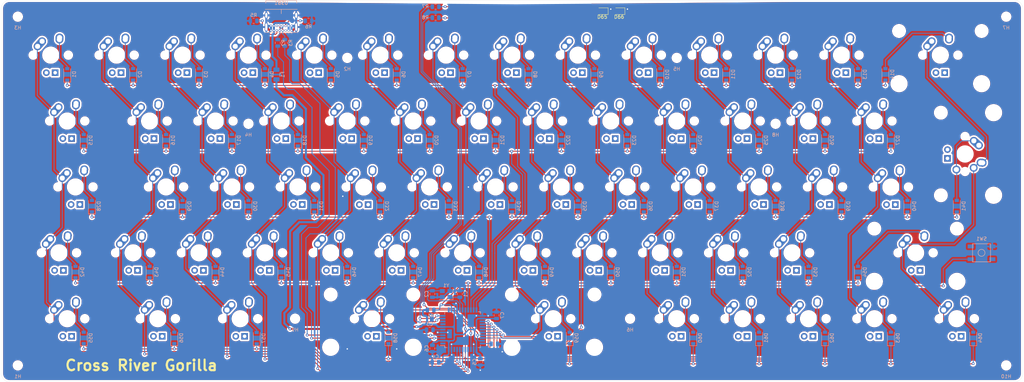
<source format=kicad_pcb>
(kicad_pcb (version 20171130) (host pcbnew "(5.1.4)-1")
  (layers (0 F.Cu signal) (31 B.Cu signal) (34 B.Paste user) (35 F.Paste user) (36 B.SilkS user) (37 F.SilkS user) (38 B.Mask user) (39 F.Mask user) (44 Edge.Cuts user))
  (net 0 "")
  (net 1 GND)
  (net 2 "Net-(C1-Pad1)")
  (net 3 "Net-(C2-Pad1)")
  (net 4 "Net-(C3-Pad1)")
  (net 5 +5V)
  (net 6 "Net-(D1-Pad2)")
  (net 7 ROW0)
  (net 8 "Net-(D2-Pad2)")
  (net 9 "Net-(D3-Pad2)")
  (net 10 "Net-(D4-Pad2)")
  (net 11 "Net-(D5-Pad2)")
  (net 12 "Net-(D6-Pad2)")
  (net 13 "Net-(D7-Pad2)")
  (net 14 "Net-(D8-Pad2)")
  (net 15 "Net-(D9-Pad2)")
  (net 16 "Net-(D10-Pad2)")
  (net 17 "Net-(D11-Pad2)")
  (net 18 "Net-(D12-Pad2)")
  (net 19 "Net-(D13-Pad2)")
  (net 20 "Net-(D14-Pad2)")
  (net 21 "Net-(D15-Pad2)")
  (net 22 ROW1)
  (net 23 "Net-(D16-Pad2)")
  (net 24 "Net-(D17-Pad2)")
  (net 25 "Net-(D18-Pad2)")
  (net 26 "Net-(D19-Pad2)")
  (net 27 "Net-(D20-Pad2)")
  (net 28 "Net-(D21-Pad2)")
  (net 29 "Net-(D22-Pad2)")
  (net 30 "Net-(D23-Pad2)")
  (net 31 "Net-(D24-Pad2)")
  (net 32 "Net-(D25-Pad2)")
  (net 33 "Net-(D26-Pad2)")
  (net 34 "Net-(D27-Pad2)")
  (net 35 "Net-(D28-Pad2)")
  (net 36 ROW2)
  (net 37 "Net-(D29-Pad2)")
  (net 38 "Net-(D30-Pad2)")
  (net 39 "Net-(D31-Pad2)")
  (net 40 "Net-(D32-Pad2)")
  (net 41 "Net-(D33-Pad2)")
  (net 42 "Net-(D34-Pad2)")
  (net 43 "Net-(D35-Pad2)")
  (net 44 "Net-(D36-Pad2)")
  (net 45 "Net-(D37-Pad2)")
  (net 46 "Net-(D38-Pad2)")
  (net 47 "Net-(D39-Pad2)")
  (net 48 "Net-(D40-Pad2)")
  (net 49 "Net-(D41-Pad2)")
  (net 50 "Net-(D42-Pad2)")
  (net 51 ROW3)
  (net 52 "Net-(D43-Pad2)")
  (net 53 "Net-(D44-Pad2)")
  (net 54 "Net-(D45-Pad2)")
  (net 55 "Net-(D46-Pad2)")
  (net 56 "Net-(D47-Pad2)")
  (net 57 "Net-(D48-Pad2)")
  (net 58 "Net-(D49-Pad2)")
  (net 59 "Net-(D50-Pad2)")
  (net 60 "Net-(D51-Pad2)")
  (net 61 "Net-(D52-Pad2)")
  (net 62 "Net-(D53-Pad2)")
  (net 63 "Net-(D54-Pad2)")
  (net 64 "Net-(D55-Pad2)")
  (net 65 ROW4)
  (net 66 "Net-(D56-Pad2)")
  (net 67 "Net-(D57-Pad2)")
  (net 68 "Net-(D58-Pad2)")
  (net 69 "Net-(D59-Pad2)")
  (net 70 "Net-(D60-Pad2)")
  (net 71 "Net-(D61-Pad2)")
  (net 72 "Net-(D62-Pad2)")
  (net 73 "Net-(D63-Pad2)")
  (net 74 "Net-(D64-Pad2)")
  (net 75 "Net-(D65-Pad2)")
  (net 76 "Net-(D66-Pad2)")
  (net 77 VCC)
  (net 78 COL0)
  (net 79 COL1)
  (net 80 COL2)
  (net 81 COL3)
  (net 82 COL4)
  (net 83 COL5)
  (net 84 COL6)
  (net 85 COL7)
  (net 86 COL8)
  (net 87 COL9)
  (net 88 COL10)
  (net 89 COL11)
  (net 90 COL12)
  (net 91 COL13)
  (net 92 "Net-(R1-Pad2)")
  (net 93 D+)
  (net 94 "Net-(R2-Pad1)")
  (net 95 D-)
  (net 96 "Net-(R3-Pad1)")
  (net 97 "Net-(R4-Pad2)")
  (net 98 "Net-(R5-Pad1)")
  (net 99 "Net-(R6-Pad1)")
  (net 100 LED0)
  (net 101 LED1)
  (net 102 "Net-(U1-Pad42)")
  (net 103 "Net-(U1-Pad12)")
  (net 104 "Net-(U1-Pad9)")
  (net 105 "Net-(U1-Pad8)")
  (net 106 "Net-(U1-Pad1)")
  (net 107 "Net-(USB1-PadA8)")
  (net 108 "Net-(USB1-PadB8)")
  (module MX_Alps_Hybrid:MX-2.75U (layer F.Cu) (at 314.325 116.68125)
    (fp_text reference MX54)
    (fp_text value MX-NoLED)
    (pad "" np_thru_hole circle (at 11.938 8.255) (size 3.9878 3.9878) (drill 3.9878) (layers *.Cu *.Mask))
    (pad "" np_thru_hole circle (at -11.938 8.255) (size 3.9878 3.9878) (drill 3.9878) (layers *.Cu *.Mask))
    (pad "" np_thru_hole circle (at 11.938 -6.985) (size 3.048 3.048) (drill 3.048) (layers *.Cu *.Mask))
    (pad "" np_thru_hole circle (at -11.938 -6.985) (size 3.048 3.048) (drill 3.048) (layers *.Cu *.Mask))
    (pad "" np_thru_hole circle (at 5.08 0 48.0996) (size 1.75 1.75) (drill 1.75) (layers *.Cu *.Mask))
    (pad "" np_thru_hole circle (at -5.08 0 48.0996) (size 1.75 1.75) (drill 1.75) (layers *.Cu *.Mask))
    (pad 4 thru_hole rect (at 1.27 5.08) (size 1.905 1.905) (drill 1.04) (layers *.Cu B.Mask))
    (pad 3 thru_hole circle (at -1.27 5.08) (size 1.905 1.905) (drill 1.04) (layers *.Cu B.Mask))
    (pad 1 thru_hole circle (at -2.5 -4) (size 2.25 2.25) (drill 1.47) (layers *.Cu B.Mask) (net 91 COL13))
    (pad "" np_thru_hole circle (at 0 0) (size 3.9878 3.9878) (drill 3.9878) (layers *.Cu *.Mask))
    (pad 1 thru_hole oval (at -3.81 -2.54 48.0996) (size 4.211556 2.25) (drill 1.47 (offset 0.980778 0)) (layers *.Cu B.Mask) (net 91 COL13))
    (pad 2 thru_hole circle (at 2.54 -5.08) (size 2.25 2.25) (drill 1.47) (layers *.Cu B.Mask) (net 63 "Net-(D54-Pad2)"))
    (pad 2 thru_hole oval (at 2.5 -4.5 86.0548) (size 2.831378 2.25) (drill 1.47 (offset 0.290689 0)) (layers *.Cu B.Mask) (net 63 "Net-(D54-Pad2)"))
  )
  (module Crystal:Crystal_SMD_3225-4Pin_3.2x2.5mm (layer B.Cu) (at 178.59375 128.5875 180)
    (fp_text reference Y1 (at 0 2.45) (layer B.SilkS) (effects (justify mirror)))
    (fp_text value 16MHz)
    (pad 4 smd rect (at -1.1 0.85 180) (size 1.4 1.2) (layers B.Cu B.Paste B.Mask) (net 1 GND))
    (pad 3 smd rect (at 1.1 0.85 180) (size 1.4 1.2) (layers B.Cu B.Paste B.Mask) (net 3 "Net-(C2-Pad1)"))
    (pad 2 smd rect (at 1.1 -0.85 180) (size 1.4 1.2) (layers B.Cu B.Paste B.Mask) (net 1 GND))
    (pad 1 smd rect (at -1.1 -0.85 180) (size 1.4 1.2) (layers B.Cu B.Paste B.Mask) (net 2 "Net-(C1-Pad1)"))
  )
  (module Type-C:USB_C_GCT_USB4085 (layer B.Cu) (at 130.937 46.2915)
    (fp_text reference USB1 (at 0 -1.85) (layer B.SilkS) (effects (justify mirror)))
    (fp_text value GCT-USB4085-GF-A)
    (pad A5 thru_hole circle (at -1.275 6.1) (size 0.65 0.65) (drill 0.4) (layers *.Cu *.Mask) (net 98 "Net-(R5-Pad1)"))
    (pad A1 thru_hole circle (at -2.975 6.1) (size 0.65 0.65) (drill 0.4) (layers *.Cu *.Mask) (net 1 GND))
    (pad A4 thru_hole circle (at -2.125 6.1) (size 0.65 0.65) (drill 0.4) (layers *.Cu *.Mask) (net 77 VCC))
    (pad A6 thru_hole circle (at -0.425 6.1) (size 0.65 0.65) (drill 0.4) (layers *.Cu *.Mask) (net 93 D+))
    (pad A7 thru_hole circle (at 0.425 6.1) (size 0.65 0.65) (drill 0.4) (layers *.Cu *.Mask) (net 95 D-))
    (pad A8 thru_hole circle (at 1.275 6.1) (size 0.65 0.65) (drill 0.4) (layers *.Cu *.Mask) (net 107 "Net-(USB1-PadA8)"))
    (pad A9 thru_hole circle (at 2.125 6.1) (size 0.65 0.65) (drill 0.4) (layers *.Cu *.Mask) (net 77 VCC))
    (pad A12 thru_hole circle (at 2.975 6.1) (size 0.65 0.65) (drill 0.4) (layers *.Cu *.Mask) (net 1 GND))
    (pad B12 thru_hole circle (at -2.975 4.775) (size 0.65 0.65) (drill 0.4) (layers *.Cu *.Mask) (net 1 GND))
    (pad B9 thru_hole circle (at -2.12 4.775) (size 0.65 0.65) (drill 0.4) (layers *.Cu *.Mask) (net 77 VCC))
    (pad B8 thru_hole circle (at -1.27 4.775) (size 0.65 0.65) (drill 0.4) (layers *.Cu *.Mask) (net 108 "Net-(USB1-PadB8)"))
    (pad B7 thru_hole circle (at -0.42 4.775) (size 0.65 0.65) (drill 0.4) (layers *.Cu *.Mask) (net 95 D-))
    (pad B6 thru_hole circle (at 0.43 4.775) (size 0.65 0.65) (drill 0.4) (layers *.Cu *.Mask) (net 93 D+))
    (pad B5 thru_hole circle (at 1.28 4.775) (size 0.65 0.65) (drill 0.4) (layers *.Cu *.Mask) (net 99 "Net-(R6-Pad1)"))
    (pad B4 thru_hole circle (at 2.13 4.775) (size 0.65 0.65) (drill 0.4) (layers *.Cu *.Mask) (net 77 VCC))
    (pad B1 thru_hole circle (at 2.98 4.775) (size 0.65 0.65) (drill 0.4) (layers *.Cu *.Mask) (net 1 GND))
    (pad S1 thru_hole oval (at -4.325 5.12) (size 0.9 2.4) (drill oval 0.6 2.1) (layers *.Cu *.Mask) (net 1 GND))
    (pad S1 thru_hole oval (at 4.325 5.12) (size 0.9 2.4) (drill oval 0.6 2.1) (layers *.Cu *.Mask) (net 1 GND))
    (pad S1 thru_hole oval (at -4.325 1.74) (size 0.9 1.7) (drill oval 0.6 1.4) (layers *.Cu *.Mask) (net 1 GND))
    (pad S1 thru_hole oval (at 4.325 1.74) (size 0.9 1.7) (drill oval 0.6 1.4) (layers *.Cu *.Mask) (net 1 GND))
  )
  (module Package_QFP:TQFP-44_10x10mm_P0.8mm (layer B.Cu) (at 183.35625 138.90625)
    (fp_text reference U1 (at 0 7.45) (layer B.SilkS) (effects (justify mirror)))
    (fp_text value ATmega32U4-AU)
    (pad 44 smd rect (at -4 5.7 270) (size 1.5 0.55) (layers B.Cu B.Paste B.Mask) (net 5 +5V))
    (pad 43 smd rect (at -3.2 5.7 270) (size 1.5 0.55) (layers B.Cu B.Paste B.Mask) (net 1 GND))
    (pad 42 smd rect (at -2.4 5.7 270) (size 1.5 0.55) (layers B.Cu B.Paste B.Mask) (net 102 "Net-(U1-Pad42)"))
    (pad 41 smd rect (at -1.6 5.7 270) (size 1.5 0.55) (layers B.Cu B.Paste B.Mask) (net 78 COL0))
    (pad 40 smd rect (at -0.8 5.7 270) (size 1.5 0.55) (layers B.Cu B.Paste B.Mask) (net 79 COL1))
    (pad 39 smd rect (at 0 5.7 270) (size 1.5 0.55) (layers B.Cu B.Paste B.Mask) (net 80 COL2))
    (pad 38 smd rect (at 0.8 5.7 270) (size 1.5 0.55) (layers B.Cu B.Paste B.Mask) (net 81 COL3))
    (pad 37 smd rect (at 1.6 5.7 270) (size 1.5 0.55) (layers B.Cu B.Paste B.Mask) (net 82 COL4))
    (pad 36 smd rect (at 2.4 5.7 270) (size 1.5 0.55) (layers B.Cu B.Paste B.Mask) (net 83 COL5))
    (pad 35 smd rect (at 3.2 5.7 270) (size 1.5 0.55) (layers B.Cu B.Paste B.Mask) (net 1 GND))
    (pad 34 smd rect (at 4 5.7 270) (size 1.5 0.55) (layers B.Cu B.Paste B.Mask) (net 5 +5V))
    (pad 33 smd rect (at 5.7 4) (size 1.5 0.55) (layers B.Cu B.Paste B.Mask) (net 97 "Net-(R4-Pad2)"))
    (pad 32 smd rect (at 5.7 3.2) (size 1.5 0.55) (layers B.Cu B.Paste B.Mask) (net 84 COL6))
    (pad 31 smd rect (at 5.7 2.4) (size 1.5 0.55) (layers B.Cu B.Paste B.Mask) (net 85 COL7))
    (pad 30 smd rect (at 5.7 1.6) (size 1.5 0.55) (layers B.Cu B.Paste B.Mask) (net 86 COL8))
    (pad 29 smd rect (at 5.7 0.8) (size 1.5 0.55) (layers B.Cu B.Paste B.Mask) (net 87 COL9))
    (pad 28 smd rect (at 5.7 0) (size 1.5 0.55) (layers B.Cu B.Paste B.Mask) (net 88 COL10))
    (pad 27 smd rect (at 5.7 -0.8) (size 1.5 0.55) (layers B.Cu B.Paste B.Mask) (net 89 COL11))
    (pad 26 smd rect (at 5.7 -1.6) (size 1.5 0.55) (layers B.Cu B.Paste B.Mask) (net 90 COL12))
    (pad 25 smd rect (at 5.7 -2.4) (size 1.5 0.55) (layers B.Cu B.Paste B.Mask) (net 91 COL13))
    (pad 24 smd rect (at 5.7 -3.2) (size 1.5 0.55) (layers B.Cu B.Paste B.Mask) (net 5 +5V))
    (pad 23 smd rect (at 5.7 -4) (size 1.5 0.55) (layers B.Cu B.Paste B.Mask) (net 1 GND))
    (pad 22 smd rect (at 4 -5.7 270) (size 1.5 0.55) (layers B.Cu B.Paste B.Mask) (net 7 ROW0))
    (pad 21 smd rect (at 3.2 -5.7 270) (size 1.5 0.55) (layers B.Cu B.Paste B.Mask) (net 22 ROW1))
    (pad 20 smd rect (at 2.4 -5.7 270) (size 1.5 0.55) (layers B.Cu B.Paste B.Mask) (net 36 ROW2))
    (pad 19 smd rect (at 1.6 -5.7 270) (size 1.5 0.55) (layers B.Cu B.Paste B.Mask) (net 51 ROW3))
    (pad 18 smd rect (at 0.8 -5.7 270) (size 1.5 0.55) (layers B.Cu B.Paste B.Mask) (net 65 ROW4))
    (pad 17 smd rect (at 0 -5.7 270) (size 1.5 0.55) (layers B.Cu B.Paste B.Mask) (net 2 "Net-(C1-Pad1)"))
    (pad 16 smd rect (at -0.8 -5.7 270) (size 1.5 0.55) (layers B.Cu B.Paste B.Mask) (net 3 "Net-(C2-Pad1)"))
    (pad 15 smd rect (at -1.6 -5.7 270) (size 1.5 0.55) (layers B.Cu B.Paste B.Mask) (net 1 GND))
    (pad 14 smd rect (at -2.4 -5.7 270) (size 1.5 0.55) (layers B.Cu B.Paste B.Mask) (net 5 +5V))
    (pad 13 smd rect (at -3.2 -5.7 270) (size 1.5 0.55) (layers B.Cu B.Paste B.Mask) (net 92 "Net-(R1-Pad2)"))
    (pad 12 smd rect (at -4 -5.7 270) (size 1.5 0.55) (layers B.Cu B.Paste B.Mask) (net 103 "Net-(U1-Pad12)"))
    (pad 11 smd rect (at -5.7 -4) (size 1.5 0.55) (layers B.Cu B.Paste B.Mask) (net 101 LED1))
    (pad 10 smd rect (at -5.7 -3.2) (size 1.5 0.55) (layers B.Cu B.Paste B.Mask) (net 100 LED0))
    (pad 9 smd rect (at -5.7 -2.4) (size 1.5 0.55) (layers B.Cu B.Paste B.Mask) (net 104 "Net-(U1-Pad9)"))
    (pad 8 smd rect (at -5.7 -1.6) (size 1.5 0.55) (layers B.Cu B.Paste B.Mask) (net 105 "Net-(U1-Pad8)"))
    (pad 7 smd rect (at -5.7 -0.8) (size 1.5 0.55) (layers B.Cu B.Paste B.Mask) (net 5 +5V))
    (pad 6 smd rect (at -5.7 0) (size 1.5 0.55) (layers B.Cu B.Paste B.Mask) (net 4 "Net-(C3-Pad1)"))
    (pad 5 smd rect (at -5.7 0.8) (size 1.5 0.55) (layers B.Cu B.Paste B.Mask) (net 1 GND))
    (pad 4 smd rect (at -5.7 1.6) (size 1.5 0.55) (layers B.Cu B.Paste B.Mask) (net 94 "Net-(R2-Pad1)"))
    (pad 3 smd rect (at -5.7 2.4) (size 1.5 0.55) (layers B.Cu B.Paste B.Mask) (net 96 "Net-(R3-Pad1)"))
    (pad 2 smd rect (at -5.7 3.2) (size 1.5 0.55) (layers B.Cu B.Paste B.Mask) (net 5 +5V))
    (pad 1 smd rect (at -5.7 4) (size 1.5 0.55) (layers B.Cu B.Paste B.Mask) (net 106 "Net-(U1-Pad1)"))
  )
  (module random-keyboard-parts:SKQG-1155865 (layer B.Cu) (at 333.375 116.68125)
    (fp_text reference SW1 (at 0 -4.064) (layer B.SilkS) (effects (justify mirror)))
    (fp_text value SW_Push)
    (pad 4 smd rect (at -3.1 -1.85) (size 1.8 1.1) (layers B.Cu B.Paste B.Mask))
    (pad 3 smd rect (at 3.1 1.85) (size 1.8 1.1) (layers B.Cu B.Paste B.Mask))
    (pad 2 smd rect (at -3.1 1.85) (size 1.8 1.1) (layers B.Cu B.Paste B.Mask) (net 92 "Net-(R1-Pad2)"))
    (pad 1 smd rect (at 3.1 -1.85) (size 1.8 1.1) (layers B.Cu B.Paste B.Mask) (net 1 GND))
  )
  (module Resistor_SMD:R_0805_2012Metric (layer B.Cu) (at 175.54575 48.7045 180)
    (fp_text reference R8 (at 2.95275 0.0635) (layer B.SilkS) (effects (justify mirror)))
    (fp_text value 470)
    (pad 2 smd roundrect (at 0.9375 0 180) (size 0.975 1.4) (layers B.Cu B.Paste B.Mask) (net 101 LED1))
    (pad 1 smd roundrect (at -0.9375 0 180) (size 0.975 1.4) (layers B.Cu B.Paste B.Mask) (net 76 "Net-(D66-Pad2)"))
  )
  (module Resistor_SMD:R_0805_2012Metric (layer B.Cu) (at 175.54575 45.5295 180)
    (fp_text reference R7 (at 2.95275 0.0635) (layer B.SilkS) (effects (justify mirror)))
    (fp_text value 470)
    (pad 2 smd roundrect (at 0.9375 0 180) (size 0.975 1.4) (layers B.Cu B.Paste B.Mask) (net 100 LED0))
    (pad 1 smd roundrect (at -0.9375 0 180) (size 0.975 1.4) (layers B.Cu B.Paste B.Mask) (net 75 "Net-(D65-Pad2)"))
  )
  (module Resistor_SMD:R_0805_2012Metric (layer B.Cu) (at 138.811 49.62525)
    (fp_text reference R6 (at 0 1.65) (layer B.SilkS) (effects (justify mirror)))
    (fp_text value 5k1)
    (pad 2 smd roundrect (at 0.9375 0) (size 0.975 1.4) (layers B.Cu B.Paste B.Mask) (net 1 GND))
    (pad 1 smd roundrect (at -0.9375 0) (size 0.975 1.4) (layers B.Cu B.Paste B.Mask) (net 99 "Net-(R6-Pad1)"))
  )
  (module Resistor_SMD:R_0805_2012Metric (layer B.Cu) (at 122.936 49.62525 180)
    (fp_text reference R5 (at 0 1.65) (layer B.SilkS) (effects (justify mirror)))
    (fp_text value 5k1)
    (pad 2 smd roundrect (at 0.9375 0 180) (size 0.975 1.4) (layers B.Cu B.Paste B.Mask) (net 1 GND))
    (pad 1 smd roundrect (at -0.9375 0 180) (size 0.975 1.4) (layers B.Cu B.Paste B.Mask) (net 98 "Net-(R5-Pad1)"))
  )
  (module Resistor_SMD:R_0805_2012Metric (layer B.Cu) (at 192.532 143.002 180)
    (fp_text reference R4 (at 0 1.65) (layer B.SilkS) (effects (justify mirror)))
    (fp_text value 10k)
    (pad 2 smd roundrect (at 0.9375 0 180) (size 0.975 1.4) (layers B.Cu B.Paste B.Mask) (net 97 "Net-(R4-Pad2)"))
    (pad 1 smd roundrect (at -0.9375 0 180) (size 0.975 1.4) (layers B.Cu B.Paste B.Mask) (net 1 GND))
  )
  (module Resistor_SMD:R_0805_2012Metric (layer B.Cu) (at 131.953 55.97525 90)
    (fp_text reference R3 (at 0 1.65 90) (layer B.SilkS) (effects (justify mirror)))
    (fp_text value 22)
    (pad 2 smd roundrect (at 0.9375 0 90) (size 0.975 1.4) (layers B.Cu B.Paste B.Mask) (net 95 D-))
    (pad 1 smd roundrect (at -0.9375 0 90) (size 0.975 1.4) (layers B.Cu B.Paste B.Mask) (net 96 "Net-(R3-Pad1)"))
  )
  (module Resistor_SMD:R_0805_2012Metric (layer B.Cu) (at 129.921 55.97525 90)
    (fp_text reference R2 (at 0 1.65 90) (layer B.SilkS) (effects (justify mirror)))
    (fp_text value 22)
    (pad 2 smd roundrect (at 0.9375 0 90) (size 0.975 1.4) (layers B.Cu B.Paste B.Mask) (net 93 D+))
    (pad 1 smd roundrect (at -0.9375 0 90) (size 0.975 1.4) (layers B.Cu B.Paste B.Mask) (net 94 "Net-(R2-Pad1)"))
  )
  (module Resistor_SMD:R_0805_2012Metric (layer B.Cu) (at 174.117 133.223)
    (fp_text reference R1 (at 0 1.65) (layer B.SilkS) (effects (justify mirror)))
    (fp_text value 10k)
    (pad 2 smd roundrect (at 0.9375 0) (size 0.975 1.4) (layers B.Cu B.Paste B.Mask) (net 92 "Net-(R1-Pad2)"))
    (pad 1 smd roundrect (at -0.9375 0) (size 0.975 1.4) (layers B.Cu B.Paste B.Mask) (net 5 +5V))
  )
  (module MX_Alps_Hybrid:MX-1.5U (layer F.Cu) (at 326.23125 135.73125)
    (fp_text reference MX64)
    (fp_text value MX-NoLED)
    (pad "" np_thru_hole circle (at 5.08 0 48.0996) (size 1.75 1.75) (drill 1.75) (layers *.Cu *.Mask))
    (pad "" np_thru_hole circle (at -5.08 0 48.0996) (size 1.75 1.75) (drill 1.75) (layers *.Cu *.Mask))
    (pad 4 thru_hole rect (at 1.27 5.08) (size 1.905 1.905) (drill 1.04) (layers *.Cu B.Mask))
    (pad 3 thru_hole circle (at -1.27 5.08) (size 1.905 1.905) (drill 1.04) (layers *.Cu B.Mask))
    (pad 1 thru_hole circle (at -2.5 -4) (size 2.25 2.25) (drill 1.47) (layers *.Cu B.Mask) (net 91 COL13))
    (pad "" np_thru_hole circle (at 0 0) (size 3.9878 3.9878) (drill 3.9878) (layers *.Cu *.Mask))
    (pad 1 thru_hole oval (at -3.81 -2.54 48.0996) (size 4.211556 2.25) (drill 1.47 (offset 0.980778 0)) (layers *.Cu B.Mask) (net 91 COL13))
    (pad 2 thru_hole circle (at 2.54 -5.08) (size 2.25 2.25) (drill 1.47) (layers *.Cu B.Mask) (net 74 "Net-(D64-Pad2)"))
    (pad 2 thru_hole oval (at 2.5 -4.5 86.0548) (size 2.831378 2.25) (drill 1.47 (offset 0.290689 0)) (layers *.Cu B.Mask) (net 74 "Net-(D64-Pad2)"))
  )
  (module MX_Alps_Hybrid:MX-1U (layer F.Cu) (at 302.41875 135.73125)
    (fp_text reference MX63)
    (fp_text value MX-NoLED)
    (pad "" np_thru_hole circle (at 5.08 0 48.0996) (size 1.75 1.75) (drill 1.75) (layers *.Cu *.Mask))
    (pad "" np_thru_hole circle (at -5.08 0 48.0996) (size 1.75 1.75) (drill 1.75) (layers *.Cu *.Mask))
    (pad 4 thru_hole rect (at 1.27 5.08) (size 1.905 1.905) (drill 1.04) (layers *.Cu B.Mask))
    (pad 3 thru_hole circle (at -1.27 5.08) (size 1.905 1.905) (drill 1.04) (layers *.Cu B.Mask))
    (pad 1 thru_hole circle (at -2.5 -4) (size 2.25 2.25) (drill 1.47) (layers *.Cu B.Mask) (net 90 COL12))
    (pad "" np_thru_hole circle (at 0 0) (size 3.9878 3.9878) (drill 3.9878) (layers *.Cu *.Mask))
    (pad 1 thru_hole oval (at -3.81 -2.54 48.0996) (size 4.211556 2.25) (drill 1.47 (offset 0.980778 0)) (layers *.Cu B.Mask) (net 90 COL12))
    (pad 2 thru_hole circle (at 2.54 -5.08) (size 2.25 2.25) (drill 1.47) (layers *.Cu B.Mask) (net 73 "Net-(D63-Pad2)"))
    (pad 2 thru_hole oval (at 2.5 -4.5 86.0548) (size 2.831378 2.25) (drill 1.47 (offset 0.290689 0)) (layers *.Cu B.Mask) (net 73 "Net-(D63-Pad2)"))
  )
  (module MX_Alps_Hybrid:MX-1U (layer F.Cu) (at 283.36875 135.73125)
    (fp_text reference MX62)
    (fp_text value MX-NoLED)
    (pad "" np_thru_hole circle (at 5.08 0 48.0996) (size 1.75 1.75) (drill 1.75) (layers *.Cu *.Mask))
    (pad "" np_thru_hole circle (at -5.08 0 48.0996) (size 1.75 1.75) (drill 1.75) (layers *.Cu *.Mask))
    (pad 4 thru_hole rect (at 1.27 5.08) (size 1.905 1.905) (drill 1.04) (layers *.Cu B.Mask))
    (pad 3 thru_hole circle (at -1.27 5.08) (size 1.905 1.905) (drill 1.04) (layers *.Cu B.Mask))
    (pad 1 thru_hole circle (at -2.5 -4) (size 2.25 2.25) (drill 1.47) (layers *.Cu B.Mask) (net 89 COL11))
    (pad "" np_thru_hole circle (at 0 0) (size 3.9878 3.9878) (drill 3.9878) (layers *.Cu *.Mask))
    (pad 1 thru_hole oval (at -3.81 -2.54 48.0996) (size 4.211556 2.25) (drill 1.47 (offset 0.980778 0)) (layers *.Cu B.Mask) (net 89 COL11))
    (pad 2 thru_hole circle (at 2.54 -5.08) (size 2.25 2.25) (drill 1.47) (layers *.Cu B.Mask) (net 72 "Net-(D62-Pad2)"))
    (pad 2 thru_hole oval (at 2.5 -4.5 86.0548) (size 2.831378 2.25) (drill 1.47 (offset 0.290689 0)) (layers *.Cu B.Mask) (net 72 "Net-(D62-Pad2)"))
  )
  (module MX_Alps_Hybrid:MX-1U (layer F.Cu) (at 264.31875 135.73125)
    (fp_text reference MX61)
    (fp_text value MX-NoLED)
    (pad "" np_thru_hole circle (at 5.08 0 48.0996) (size 1.75 1.75) (drill 1.75) (layers *.Cu *.Mask))
    (pad "" np_thru_hole circle (at -5.08 0 48.0996) (size 1.75 1.75) (drill 1.75) (layers *.Cu *.Mask))
    (pad 4 thru_hole rect (at 1.27 5.08) (size 1.905 1.905) (drill 1.04) (layers *.Cu B.Mask))
    (pad 3 thru_hole circle (at -1.27 5.08) (size 1.905 1.905) (drill 1.04) (layers *.Cu B.Mask))
    (pad 1 thru_hole circle (at -2.5 -4) (size 2.25 2.25) (drill 1.47) (layers *.Cu B.Mask) (net 88 COL10))
    (pad "" np_thru_hole circle (at 0 0) (size 3.9878 3.9878) (drill 3.9878) (layers *.Cu *.Mask))
    (pad 1 thru_hole oval (at -3.81 -2.54 48.0996) (size 4.211556 2.25) (drill 1.47 (offset 0.980778 0)) (layers *.Cu B.Mask) (net 88 COL10))
    (pad 2 thru_hole circle (at 2.54 -5.08) (size 2.25 2.25) (drill 1.47) (layers *.Cu B.Mask) (net 71 "Net-(D61-Pad2)"))
    (pad 2 thru_hole oval (at 2.5 -4.5 86.0548) (size 2.831378 2.25) (drill 1.47 (offset 0.290689 0)) (layers *.Cu B.Mask) (net 71 "Net-(D61-Pad2)"))
  )
  (module MX_Alps_Hybrid:MX-1U (layer F.Cu) (at 245.26875 135.73125)
    (fp_text reference MX60)
    (fp_text value MX-NoLED)
    (pad "" np_thru_hole circle (at 5.08 0 48.0996) (size 1.75 1.75) (drill 1.75) (layers *.Cu *.Mask))
    (pad "" np_thru_hole circle (at -5.08 0 48.0996) (size 1.75 1.75) (drill 1.75) (layers *.Cu *.Mask))
    (pad 4 thru_hole rect (at 1.27 5.08) (size 1.905 1.905) (drill 1.04) (layers *.Cu B.Mask))
    (pad 3 thru_hole circle (at -1.27 5.08) (size 1.905 1.905) (drill 1.04) (layers *.Cu B.Mask))
    (pad 1 thru_hole circle (at -2.5 -4) (size 2.25 2.25) (drill 1.47) (layers *.Cu B.Mask) (net 87 COL9))
    (pad "" np_thru_hole circle (at 0 0) (size 3.9878 3.9878) (drill 3.9878) (layers *.Cu *.Mask))
    (pad 1 thru_hole oval (at -3.81 -2.54 48.0996) (size 4.211556 2.25) (drill 1.47 (offset 0.980778 0)) (layers *.Cu B.Mask) (net 87 COL9))
    (pad 2 thru_hole circle (at 2.54 -5.08) (size 2.25 2.25) (drill 1.47) (layers *.Cu B.Mask) (net 70 "Net-(D60-Pad2)"))
    (pad 2 thru_hole oval (at 2.5 -4.5 86.0548) (size 2.831378 2.25) (drill 1.47 (offset 0.290689 0)) (layers *.Cu B.Mask) (net 70 "Net-(D60-Pad2)"))
  )
  (module MX_Alps_Hybrid:MX-2.75U (layer F.Cu) (at 209.55 135.73125)
    (fp_text reference MX59)
    (fp_text value MX-NoLED)
    (pad "" np_thru_hole circle (at 11.938 8.255) (size 3.9878 3.9878) (drill 3.9878) (layers *.Cu *.Mask))
    (pad "" np_thru_hole circle (at -11.938 8.255) (size 3.9878 3.9878) (drill 3.9878) (layers *.Cu *.Mask))
    (pad "" np_thru_hole circle (at 11.938 -6.985) (size 3.048 3.048) (drill 3.048) (layers *.Cu *.Mask))
    (pad "" np_thru_hole circle (at -11.938 -6.985) (size 3.048 3.048) (drill 3.048) (layers *.Cu *.Mask))
    (pad "" np_thru_hole circle (at 5.08 0 48.0996) (size 1.75 1.75) (drill 1.75) (layers *.Cu *.Mask))
    (pad "" np_thru_hole circle (at -5.08 0 48.0996) (size 1.75 1.75) (drill 1.75) (layers *.Cu *.Mask))
    (pad 4 thru_hole rect (at 1.27 5.08) (size 1.905 1.905) (drill 1.04) (layers *.Cu B.Mask))
    (pad 3 thru_hole circle (at -1.27 5.08) (size 1.905 1.905) (drill 1.04) (layers *.Cu B.Mask))
    (pad 1 thru_hole circle (at -2.5 -4) (size 2.25 2.25) (drill 1.47) (layers *.Cu B.Mask) (net 85 COL7))
    (pad "" np_thru_hole circle (at 0 0) (size 3.9878 3.9878) (drill 3.9878) (layers *.Cu *.Mask))
    (pad 1 thru_hole oval (at -3.81 -2.54 48.0996) (size 4.211556 2.25) (drill 1.47 (offset 0.980778 0)) (layers *.Cu B.Mask) (net 85 COL7))
    (pad 2 thru_hole circle (at 2.54 -5.08) (size 2.25 2.25) (drill 1.47) (layers *.Cu B.Mask) (net 69 "Net-(D59-Pad2)"))
    (pad 2 thru_hole oval (at 2.5 -4.5 86.0548) (size 2.831378 2.25) (drill 1.47 (offset 0.290689 0)) (layers *.Cu B.Mask) (net 69 "Net-(D59-Pad2)"))
  )
  (module MX_Alps_Hybrid:MX-2.75U (layer F.Cu) (at 157.1625 135.73125)
    (fp_text reference MX58)
    (fp_text value MX-NoLED)
    (pad "" np_thru_hole circle (at 11.938 8.255) (size 3.9878 3.9878) (drill 3.9878) (layers *.Cu *.Mask))
    (pad "" np_thru_hole circle (at -11.938 8.255) (size 3.9878 3.9878) (drill 3.9878) (layers *.Cu *.Mask))
    (pad "" np_thru_hole circle (at 11.938 -6.985) (size 3.048 3.048) (drill 3.048) (layers *.Cu *.Mask))
    (pad "" np_thru_hole circle (at -11.938 -6.985) (size 3.048 3.048) (drill 3.048) (layers *.Cu *.Mask))
    (pad "" np_thru_hole circle (at 5.08 0 48.0996) (size 1.75 1.75) (drill 1.75) (layers *.Cu *.Mask))
    (pad "" np_thru_hole circle (at -5.08 0 48.0996) (size 1.75 1.75) (drill 1.75) (layers *.Cu *.Mask))
    (pad 4 thru_hole rect (at 1.27 5.08) (size 1.905 1.905) (drill 1.04) (layers *.Cu B.Mask))
    (pad 3 thru_hole circle (at -1.27 5.08) (size 1.905 1.905) (drill 1.04) (layers *.Cu B.Mask))
    (pad 1 thru_hole circle (at -2.5 -4) (size 2.25 2.25) (drill 1.47) (layers *.Cu B.Mask) (net 83 COL5))
    (pad "" np_thru_hole circle (at 0 0) (size 3.9878 3.9878) (drill 3.9878) (layers *.Cu *.Mask))
    (pad 1 thru_hole oval (at -3.81 -2.54 48.0996) (size 4.211556 2.25) (drill 1.47 (offset 0.980778 0)) (layers *.Cu B.Mask) (net 83 COL5))
    (pad 2 thru_hole circle (at 2.54 -5.08) (size 2.25 2.25) (drill 1.47) (layers *.Cu B.Mask) (net 68 "Net-(D58-Pad2)"))
    (pad 2 thru_hole oval (at 2.5 -4.5 86.0548) (size 2.831378 2.25) (drill 1.47 (offset 0.290689 0)) (layers *.Cu B.Mask) (net 68 "Net-(D58-Pad2)"))
  )
  (module MX_Alps_Hybrid:MX-1.25U (layer F.Cu) (at 119.0625 135.73125)
    (fp_text reference MX57)
    (fp_text value MX-NoLED)
    (pad "" np_thru_hole circle (at 5.08 0 48.0996) (size 1.75 1.75) (drill 1.75) (layers *.Cu *.Mask))
    (pad "" np_thru_hole circle (at -5.08 0 48.0996) (size 1.75 1.75) (drill 1.75) (layers *.Cu *.Mask))
    (pad 4 thru_hole rect (at 1.27 5.08) (size 1.905 1.905) (drill 1.04) (layers *.Cu B.Mask))
    (pad 3 thru_hole circle (at -1.27 5.08) (size 1.905 1.905) (drill 1.04) (layers *.Cu B.Mask))
    (pad 1 thru_hole circle (at -2.5 -4) (size 2.25 2.25) (drill 1.47) (layers *.Cu B.Mask) (net 80 COL2))
    (pad "" np_thru_hole circle (at 0 0) (size 3.9878 3.9878) (drill 3.9878) (layers *.Cu *.Mask))
    (pad 1 thru_hole oval (at -3.81 -2.54 48.0996) (size 4.211556 2.25) (drill 1.47 (offset 0.980778 0)) (layers *.Cu B.Mask) (net 80 COL2))
    (pad 2 thru_hole circle (at 2.54 -5.08) (size 2.25 2.25) (drill 1.47) (layers *.Cu B.Mask) (net 67 "Net-(D57-Pad2)"))
    (pad 2 thru_hole oval (at 2.5 -4.5 86.0548) (size 2.831378 2.25) (drill 1.47 (offset 0.290689 0)) (layers *.Cu B.Mask) (net 67 "Net-(D57-Pad2)"))
  )
  (module MX_Alps_Hybrid:MX-1.25U (layer F.Cu) (at 95.25 135.73125)
    (fp_text reference MX56)
    (fp_text value MX-NoLED)
    (pad "" np_thru_hole circle (at 5.08 0 48.0996) (size 1.75 1.75) (drill 1.75) (layers *.Cu *.Mask))
    (pad "" np_thru_hole circle (at -5.08 0 48.0996) (size 1.75 1.75) (drill 1.75) (layers *.Cu *.Mask))
    (pad 4 thru_hole rect (at 1.27 5.08) (size 1.905 1.905) (drill 1.04) (layers *.Cu B.Mask))
    (pad 3 thru_hole circle (at -1.27 5.08) (size 1.905 1.905) (drill 1.04) (layers *.Cu B.Mask))
    (pad 1 thru_hole circle (at -2.5 -4) (size 2.25 2.25) (drill 1.47) (layers *.Cu B.Mask) (net 79 COL1))
    (pad "" np_thru_hole circle (at 0 0) (size 3.9878 3.9878) (drill 3.9878) (layers *.Cu *.Mask))
    (pad 1 thru_hole oval (at -3.81 -2.54 48.0996) (size 4.211556 2.25) (drill 1.47 (offset 0.980778 0)) (layers *.Cu B.Mask) (net 79 COL1))
    (pad 2 thru_hole circle (at 2.54 -5.08) (size 2.25 2.25) (drill 1.47) (layers *.Cu B.Mask) (net 66 "Net-(D56-Pad2)"))
    (pad 2 thru_hole oval (at 2.5 -4.5 86.0548) (size 2.831378 2.25) (drill 1.47 (offset 0.290689 0)) (layers *.Cu B.Mask) (net 66 "Net-(D56-Pad2)"))
  )
  (module MX_Alps_Hybrid:MX-1.5U (layer F.Cu) (at 69.05625 135.73125)
    (fp_text reference MX55)
    (fp_text value MX-NoLED)
    (pad "" np_thru_hole circle (at 5.08 0 48.0996) (size 1.75 1.75) (drill 1.75) (layers *.Cu *.Mask))
    (pad "" np_thru_hole circle (at -5.08 0 48.0996) (size 1.75 1.75) (drill 1.75) (layers *.Cu *.Mask))
    (pad 4 thru_hole rect (at 1.27 5.08) (size 1.905 1.905) (drill 1.04) (layers *.Cu B.Mask))
    (pad 3 thru_hole circle (at -1.27 5.08) (size 1.905 1.905) (drill 1.04) (layers *.Cu B.Mask))
    (pad 1 thru_hole circle (at -2.5 -4) (size 2.25 2.25) (drill 1.47) (layers *.Cu B.Mask) (net 78 COL0))
    (pad "" np_thru_hole circle (at 0 0) (size 3.9878 3.9878) (drill 3.9878) (layers *.Cu *.Mask))
    (pad 1 thru_hole oval (at -3.81 -2.54 48.0996) (size 4.211556 2.25) (drill 1.47 (offset 0.980778 0)) (layers *.Cu B.Mask) (net 78 COL0))
    (pad 2 thru_hole circle (at 2.54 -5.08) (size 2.25 2.25) (drill 1.47) (layers *.Cu B.Mask) (net 64 "Net-(D55-Pad2)"))
    (pad 2 thru_hole oval (at 2.5 -4.5 86.0548) (size 2.831378 2.25) (drill 1.47 (offset 0.290689 0)) (layers *.Cu B.Mask) (net 64 "Net-(D55-Pad2)"))
  )
  (module MX_Alps_Hybrid:MX-1U (layer F.Cu) (at 278.60625 116.68125)
    (fp_text reference MX53)
    (fp_text value MX-NoLED)
    (pad "" np_thru_hole circle (at 5.08 0 48.0996) (size 1.75 1.75) (drill 1.75) (layers *.Cu *.Mask))
    (pad "" np_thru_hole circle (at -5.08 0 48.0996) (size 1.75 1.75) (drill 1.75) (layers *.Cu *.Mask))
    (pad 4 thru_hole rect (at 1.27 5.08) (size 1.905 1.905) (drill 1.04) (layers *.Cu B.Mask))
    (pad 3 thru_hole circle (at -1.27 5.08) (size 1.905 1.905) (drill 1.04) (layers *.Cu B.Mask))
    (pad 1 thru_hole circle (at -2.5 -4) (size 2.25 2.25) (drill 1.47) (layers *.Cu B.Mask) (net 89 COL11))
    (pad "" np_thru_hole circle (at 0 0) (size 3.9878 3.9878) (drill 3.9878) (layers *.Cu *.Mask))
    (pad 1 thru_hole oval (at -3.81 -2.54 48.0996) (size 4.211556 2.25) (drill 1.47 (offset 0.980778 0)) (layers *.Cu B.Mask) (net 89 COL11))
    (pad 2 thru_hole circle (at 2.54 -5.08) (size 2.25 2.25) (drill 1.47) (layers *.Cu B.Mask) (net 62 "Net-(D53-Pad2)"))
    (pad 2 thru_hole oval (at 2.5 -4.5 86.0548) (size 2.831378 2.25) (drill 1.47 (offset 0.290689 0)) (layers *.Cu B.Mask) (net 62 "Net-(D53-Pad2)"))
  )
  (module MX_Alps_Hybrid:MX-1U (layer F.Cu) (at 259.55625 116.68125)
    (fp_text reference MX52)
    (fp_text value MX-NoLED)
    (pad "" np_thru_hole circle (at 5.08 0 48.0996) (size 1.75 1.75) (drill 1.75) (layers *.Cu *.Mask))
    (pad "" np_thru_hole circle (at -5.08 0 48.0996) (size 1.75 1.75) (drill 1.75) (layers *.Cu *.Mask))
    (pad 4 thru_hole rect (at 1.27 5.08) (size 1.905 1.905) (drill 1.04) (layers *.Cu B.Mask))
    (pad 3 thru_hole circle (at -1.27 5.08) (size 1.905 1.905) (drill 1.04) (layers *.Cu B.Mask))
    (pad 1 thru_hole circle (at -2.5 -4) (size 2.25 2.25) (drill 1.47) (layers *.Cu B.Mask) (net 88 COL10))
    (pad "" np_thru_hole circle (at 0 0) (size 3.9878 3.9878) (drill 3.9878) (layers *.Cu *.Mask))
    (pad 1 thru_hole oval (at -3.81 -2.54 48.0996) (size 4.211556 2.25) (drill 1.47 (offset 0.980778 0)) (layers *.Cu B.Mask) (net 88 COL10))
    (pad 2 thru_hole circle (at 2.54 -5.08) (size 2.25 2.25) (drill 1.47) (layers *.Cu B.Mask) (net 61 "Net-(D52-Pad2)"))
    (pad 2 thru_hole oval (at 2.5 -4.5 86.0548) (size 2.831378 2.25) (drill 1.47 (offset 0.290689 0)) (layers *.Cu B.Mask) (net 61 "Net-(D52-Pad2)"))
  )
  (module MX_Alps_Hybrid:MX-1U (layer F.Cu) (at 240.50625 116.68125)
    (fp_text reference MX51)
    (fp_text value MX-NoLED)
    (pad "" np_thru_hole circle (at 5.08 0 48.0996) (size 1.75 1.75) (drill 1.75) (layers *.Cu *.Mask))
    (pad "" np_thru_hole circle (at -5.08 0 48.0996) (size 1.75 1.75) (drill 1.75) (layers *.Cu *.Mask))
    (pad 4 thru_hole rect (at 1.27 5.08) (size 1.905 1.905) (drill 1.04) (layers *.Cu B.Mask))
    (pad 3 thru_hole circle (at -1.27 5.08) (size 1.905 1.905) (drill 1.04) (layers *.Cu B.Mask))
    (pad 1 thru_hole circle (at -2.5 -4) (size 2.25 2.25) (drill 1.47) (layers *.Cu B.Mask) (net 87 COL9))
    (pad "" np_thru_hole circle (at 0 0) (size 3.9878 3.9878) (drill 3.9878) (layers *.Cu *.Mask))
    (pad 1 thru_hole oval (at -3.81 -2.54 48.0996) (size 4.211556 2.25) (drill 1.47 (offset 0.980778 0)) (layers *.Cu B.Mask) (net 87 COL9))
    (pad 2 thru_hole circle (at 2.54 -5.08) (size 2.25 2.25) (drill 1.47) (layers *.Cu B.Mask) (net 60 "Net-(D51-Pad2)"))
    (pad 2 thru_hole oval (at 2.5 -4.5 86.0548) (size 2.831378 2.25) (drill 1.47 (offset 0.290689 0)) (layers *.Cu B.Mask) (net 60 "Net-(D51-Pad2)"))
  )
  (module MX_Alps_Hybrid:MX-1U (layer F.Cu) (at 221.45625 116.68125)
    (fp_text reference MX50)
    (fp_text value MX-NoLED)
    (pad "" np_thru_hole circle (at 5.08 0 48.0996) (size 1.75 1.75) (drill 1.75) (layers *.Cu *.Mask))
    (pad "" np_thru_hole circle (at -5.08 0 48.0996) (size 1.75 1.75) (drill 1.75) (layers *.Cu *.Mask))
    (pad 4 thru_hole rect (at 1.27 5.08) (size 1.905 1.905) (drill 1.04) (layers *.Cu B.Mask))
    (pad 3 thru_hole circle (at -1.27 5.08) (size 1.905 1.905) (drill 1.04) (layers *.Cu B.Mask))
    (pad 1 thru_hole circle (at -2.5 -4) (size 2.25 2.25) (drill 1.47) (layers *.Cu B.Mask) (net 86 COL8))
    (pad "" np_thru_hole circle (at 0 0) (size 3.9878 3.9878) (drill 3.9878) (layers *.Cu *.Mask))
    (pad 1 thru_hole oval (at -3.81 -2.54 48.0996) (size 4.211556 2.25) (drill 1.47 (offset 0.980778 0)) (layers *.Cu B.Mask) (net 86 COL8))
    (pad 2 thru_hole circle (at 2.54 -5.08) (size 2.25 2.25) (drill 1.47) (layers *.Cu B.Mask) (net 59 "Net-(D50-Pad2)"))
    (pad 2 thru_hole oval (at 2.5 -4.5 86.0548) (size 2.831378 2.25) (drill 1.47 (offset 0.290689 0)) (layers *.Cu B.Mask) (net 59 "Net-(D50-Pad2)"))
  )
  (module MX_Alps_Hybrid:MX-1U (layer F.Cu) (at 202.40625 116.68125)
    (fp_text reference MX49)
    (fp_text value MX-NoLED)
    (pad "" np_thru_hole circle (at 5.08 0 48.0996) (size 1.75 1.75) (drill 1.75) (layers *.Cu *.Mask))
    (pad "" np_thru_hole circle (at -5.08 0 48.0996) (size 1.75 1.75) (drill 1.75) (layers *.Cu *.Mask))
    (pad 4 thru_hole rect (at 1.27 5.08) (size 1.905 1.905) (drill 1.04) (layers *.Cu B.Mask))
    (pad 3 thru_hole circle (at -1.27 5.08) (size 1.905 1.905) (drill 1.04) (layers *.Cu B.Mask))
    (pad 1 thru_hole circle (at -2.5 -4) (size 2.25 2.25) (drill 1.47) (layers *.Cu B.Mask) (net 85 COL7))
    (pad "" np_thru_hole circle (at 0 0) (size 3.9878 3.9878) (drill 3.9878) (layers *.Cu *.Mask))
    (pad 1 thru_hole oval (at -3.81 -2.54 48.0996) (size 4.211556 2.25) (drill 1.47 (offset 0.980778 0)) (layers *.Cu B.Mask) (net 85 COL7))
    (pad 2 thru_hole circle (at 2.54 -5.08) (size 2.25 2.25) (drill 1.47) (layers *.Cu B.Mask) (net 58 "Net-(D49-Pad2)"))
    (pad 2 thru_hole oval (at 2.5 -4.5 86.0548) (size 2.831378 2.25) (drill 1.47 (offset 0.290689 0)) (layers *.Cu B.Mask) (net 58 "Net-(D49-Pad2)"))
  )
  (module MX_Alps_Hybrid:MX-1U (layer F.Cu) (at 183.35625 116.68125)
    (fp_text reference MX48)
    (fp_text value MX-NoLED)
    (pad "" np_thru_hole circle (at 5.08 0 48.0996) (size 1.75 1.75) (drill 1.75) (layers *.Cu *.Mask))
    (pad "" np_thru_hole circle (at -5.08 0 48.0996) (size 1.75 1.75) (drill 1.75) (layers *.Cu *.Mask))
    (pad 4 thru_hole rect (at 1.27 5.08) (size 1.905 1.905) (drill 1.04) (layers *.Cu B.Mask))
    (pad 3 thru_hole circle (at -1.27 5.08) (size 1.905 1.905) (drill 1.04) (layers *.Cu B.Mask))
    (pad 1 thru_hole circle (at -2.5 -4) (size 2.25 2.25) (drill 1.47) (layers *.Cu B.Mask) (net 84 COL6))
    (pad "" np_thru_hole circle (at 0 0) (size 3.9878 3.9878) (drill 3.9878) (layers *.Cu *.Mask))
    (pad 1 thru_hole oval (at -3.81 -2.54 48.0996) (size 4.211556 2.25) (drill 1.47 (offset 0.980778 0)) (layers *.Cu B.Mask) (net 84 COL6))
    (pad 2 thru_hole circle (at 2.54 -5.08) (size 2.25 2.25) (drill 1.47) (layers *.Cu B.Mask) (net 57 "Net-(D48-Pad2)"))
    (pad 2 thru_hole oval (at 2.5 -4.5 86.0548) (size 2.831378 2.25) (drill 1.47 (offset 0.290689 0)) (layers *.Cu B.Mask) (net 57 "Net-(D48-Pad2)"))
  )
  (module MX_Alps_Hybrid:MX-1U (layer F.Cu) (at 164.30625 116.68125)
    (fp_text reference MX47)
    (fp_text value MX-NoLED)
    (pad "" np_thru_hole circle (at 5.08 0 48.0996) (size 1.75 1.75) (drill 1.75) (layers *.Cu *.Mask))
    (pad "" np_thru_hole circle (at -5.08 0 48.0996) (size 1.75 1.75) (drill 1.75) (layers *.Cu *.Mask))
    (pad 4 thru_hole rect (at 1.27 5.08) (size 1.905 1.905) (drill 1.04) (layers *.Cu B.Mask))
    (pad 3 thru_hole circle (at -1.27 5.08) (size 1.905 1.905) (drill 1.04) (layers *.Cu B.Mask))
    (pad 1 thru_hole circle (at -2.5 -4) (size 2.25 2.25) (drill 1.47) (layers *.Cu B.Mask) (net 83 COL5))
    (pad "" np_thru_hole circle (at 0 0) (size 3.9878 3.9878) (drill 3.9878) (layers *.Cu *.Mask))
    (pad 1 thru_hole oval (at -3.81 -2.54 48.0996) (size 4.211556 2.25) (drill 1.47 (offset 0.980778 0)) (layers *.Cu B.Mask) (net 83 COL5))
    (pad 2 thru_hole circle (at 2.54 -5.08) (size 2.25 2.25) (drill 1.47) (layers *.Cu B.Mask) (net 56 "Net-(D47-Pad2)"))
    (pad 2 thru_hole oval (at 2.5 -4.5 86.0548) (size 2.831378 2.25) (drill 1.47 (offset 0.290689 0)) (layers *.Cu B.Mask) (net 56 "Net-(D47-Pad2)"))
  )
  (module MX_Alps_Hybrid:MX-1U (layer F.Cu) (at 145.25625 116.68125)
    (fp_text reference MX46)
    (fp_text value MX-NoLED)
    (pad "" np_thru_hole circle (at 5.08 0 48.0996) (size 1.75 1.75) (drill 1.75) (layers *.Cu *.Mask))
    (pad "" np_thru_hole circle (at -5.08 0 48.0996) (size 1.75 1.75) (drill 1.75) (layers *.Cu *.Mask))
    (pad 4 thru_hole rect (at 1.27 5.08) (size 1.905 1.905) (drill 1.04) (layers *.Cu B.Mask))
    (pad 3 thru_hole circle (at -1.27 5.08) (size 1.905 1.905) (drill 1.04) (layers *.Cu B.Mask))
    (pad 1 thru_hole circle (at -2.5 -4) (size 2.25 2.25) (drill 1.47) (layers *.Cu B.Mask) (net 82 COL4))
    (pad "" np_thru_hole circle (at 0 0) (size 3.9878 3.9878) (drill 3.9878) (layers *.Cu *.Mask))
    (pad 1 thru_hole oval (at -3.81 -2.54 48.0996) (size 4.211556 2.25) (drill 1.47 (offset 0.980778 0)) (layers *.Cu B.Mask) (net 82 COL4))
    (pad 2 thru_hole circle (at 2.54 -5.08) (size 2.25 2.25) (drill 1.47) (layers *.Cu B.Mask) (net 55 "Net-(D46-Pad2)"))
    (pad 2 thru_hole oval (at 2.5 -4.5 86.0548) (size 2.831378 2.25) (drill 1.47 (offset 0.290689 0)) (layers *.Cu B.Mask) (net 55 "Net-(D46-Pad2)"))
  )
  (module MX_Alps_Hybrid:MX-1U (layer F.Cu) (at 126.20625 116.68125)
    (fp_text reference MX45)
    (fp_text value MX-NoLED)
    (pad "" np_thru_hole circle (at 5.08 0 48.0996) (size 1.75 1.75) (drill 1.75) (layers *.Cu *.Mask))
    (pad "" np_thru_hole circle (at -5.08 0 48.0996) (size 1.75 1.75) (drill 1.75) (layers *.Cu *.Mask))
    (pad 4 thru_hole rect (at 1.27 5.08) (size 1.905 1.905) (drill 1.04) (layers *.Cu B.Mask))
    (pad 3 thru_hole circle (at -1.27 5.08) (size 1.905 1.905) (drill 1.04) (layers *.Cu B.Mask))
    (pad 1 thru_hole circle (at -2.5 -4) (size 2.25 2.25) (drill 1.47) (layers *.Cu B.Mask) (net 81 COL3))
    (pad "" np_thru_hole circle (at 0 0) (size 3.9878 3.9878) (drill 3.9878) (layers *.Cu *.Mask))
    (pad 1 thru_hole oval (at -3.81 -2.54 48.0996) (size 4.211556 2.25) (drill 1.47 (offset 0.980778 0)) (layers *.Cu B.Mask) (net 81 COL3))
    (pad 2 thru_hole circle (at 2.54 -5.08) (size 2.25 2.25) (drill 1.47) (layers *.Cu B.Mask) (net 54 "Net-(D45-Pad2)"))
    (pad 2 thru_hole oval (at 2.5 -4.5 86.0548) (size 2.831378 2.25) (drill 1.47 (offset 0.290689 0)) (layers *.Cu B.Mask) (net 54 "Net-(D45-Pad2)"))
  )
  (module MX_Alps_Hybrid:MX-1U (layer F.Cu) (at 107.15625 116.68125)
    (fp_text reference MX44)
    (fp_text value MX-NoLED)
    (pad "" np_thru_hole circle (at 5.08 0 48.0996) (size 1.75 1.75) (drill 1.75) (layers *.Cu *.Mask))
    (pad "" np_thru_hole circle (at -5.08 0 48.0996) (size 1.75 1.75) (drill 1.75) (layers *.Cu *.Mask))
    (pad 4 thru_hole rect (at 1.27 5.08) (size 1.905 1.905) (drill 1.04) (layers *.Cu B.Mask))
    (pad 3 thru_hole circle (at -1.27 5.08) (size 1.905 1.905) (drill 1.04) (layers *.Cu B.Mask))
    (pad 1 thru_hole circle (at -2.5 -4) (size 2.25 2.25) (drill 1.47) (layers *.Cu B.Mask) (net 80 COL2))
    (pad "" np_thru_hole circle (at 0 0) (size 3.9878 3.9878) (drill 3.9878) (layers *.Cu *.Mask))
    (pad 1 thru_hole oval (at -3.81 -2.54 48.0996) (size 4.211556 2.25) (drill 1.47 (offset 0.980778 0)) (layers *.Cu B.Mask) (net 80 COL2))
    (pad 2 thru_hole circle (at 2.54 -5.08) (size 2.25 2.25) (drill 1.47) (layers *.Cu B.Mask) (net 53 "Net-(D44-Pad2)"))
    (pad 2 thru_hole oval (at 2.5 -4.5 86.0548) (size 2.831378 2.25) (drill 1.47 (offset 0.290689 0)) (layers *.Cu B.Mask) (net 53 "Net-(D44-Pad2)"))
  )
  (module MX_Alps_Hybrid:MX-1U (layer F.Cu) (at 88.10625 116.68125)
    (fp_text reference MX43)
    (fp_text value MX-NoLED)
    (pad "" np_thru_hole circle (at 5.08 0 48.0996) (size 1.75 1.75) (drill 1.75) (layers *.Cu *.Mask))
    (pad "" np_thru_hole circle (at -5.08 0 48.0996) (size 1.75 1.75) (drill 1.75) (layers *.Cu *.Mask))
    (pad 4 thru_hole rect (at 1.27 5.08) (size 1.905 1.905) (drill 1.04) (layers *.Cu B.Mask))
    (pad 3 thru_hole circle (at -1.27 5.08) (size 1.905 1.905) (drill 1.04) (layers *.Cu B.Mask))
    (pad 1 thru_hole circle (at -2.5 -4) (size 2.25 2.25) (drill 1.47) (layers *.Cu B.Mask) (net 79 COL1))
    (pad "" np_thru_hole circle (at 0 0) (size 3.9878 3.9878) (drill 3.9878) (layers *.Cu *.Mask))
    (pad 1 thru_hole oval (at -3.81 -2.54 48.0996) (size 4.211556 2.25) (drill 1.47 (offset 0.980778 0)) (layers *.Cu B.Mask) (net 79 COL1))
    (pad 2 thru_hole circle (at 2.54 -5.08) (size 2.25 2.25) (drill 1.47) (layers *.Cu B.Mask) (net 52 "Net-(D43-Pad2)"))
    (pad 2 thru_hole oval (at 2.5 -4.5 86.0548) (size 2.831378 2.25) (drill 1.47 (offset 0.290689 0)) (layers *.Cu B.Mask) (net 52 "Net-(D43-Pad2)"))
  )
  (module MX_Alps_Hybrid:MX-1.25U (layer F.Cu) (at 66.675 116.68125)
    (fp_text reference MX42)
    (fp_text value MX-NoLED)
    (pad "" np_thru_hole circle (at 5.08 0 48.0996) (size 1.75 1.75) (drill 1.75) (layers *.Cu *.Mask))
    (pad "" np_thru_hole circle (at -5.08 0 48.0996) (size 1.75 1.75) (drill 1.75) (layers *.Cu *.Mask))
    (pad 4 thru_hole rect (at 1.27 5.08) (size 1.905 1.905) (drill 1.04) (layers *.Cu B.Mask))
    (pad 3 thru_hole circle (at -1.27 5.08) (size 1.905 1.905) (drill 1.04) (layers *.Cu B.Mask))
    (pad 1 thru_hole circle (at -2.5 -4) (size 2.25 2.25) (drill 1.47) (layers *.Cu B.Mask) (net 78 COL0))
    (pad "" np_thru_hole circle (at 0 0) (size 3.9878 3.9878) (drill 3.9878) (layers *.Cu *.Mask))
    (pad 1 thru_hole oval (at -3.81 -2.54 48.0996) (size 4.211556 2.25) (drill 1.47 (offset 0.980778 0)) (layers *.Cu B.Mask) (net 78 COL0))
    (pad 2 thru_hole circle (at 2.54 -5.08) (size 2.25 2.25) (drill 1.47) (layers *.Cu B.Mask) (net 50 "Net-(D42-Pad2)"))
    (pad 2 thru_hole oval (at 2.5 -4.5 86.0548) (size 2.831378 2.25) (drill 1.47 (offset 0.290689 0)) (layers *.Cu B.Mask) (net 50 "Net-(D42-Pad2)"))
  )
  (module MX_Alps_Hybrid:MX-ISO (layer F.Cu) (at 328.6125 88.10625)
    (fp_text reference MX41)
    (fp_text value MX-NoLED)
    (pad "" np_thru_hole circle (at 8.255 -11.938) (size 3.9878 3.9878) (drill 3.9878) (layers *.Cu *.Mask))
    (pad "" np_thru_hole circle (at 8.255 11.938) (size 3.9878 3.9878) (drill 3.9878) (layers *.Cu *.Mask))
    (pad "" np_thru_hole circle (at -6.985 -11.938) (size 3.048 3.048) (drill 3.048) (layers *.Cu *.Mask))
    (pad "" np_thru_hole circle (at -6.985 11.938) (size 3.048 3.048) (drill 3.048) (layers *.Cu *.Mask))
    (pad 2 thru_hole circle (at -2.5 4.5) (size 2.25 2.25) (drill 1.47) (layers *.Cu B.Mask) (net 49 "Net-(D41-Pad2)"))
    (pad 1 thru_hole circle (at 2.5 4) (size 2.25 2.25) (drill 1.47) (layers *.Cu B.Mask) (net 91 COL13))
    (pad "" np_thru_hole circle (at 0 5.08 48.0996) (size 1.7018 1.7018) (drill 1.7018) (layers *.Cu *.Mask))
    (pad "" np_thru_hole circle (at 0 -5.08 48.0996) (size 1.7018 1.7018) (drill 1.7018) (layers *.Cu *.Mask))
    (pad 3 thru_hole circle (at -5.08 -1.27) (size 1.905 1.905) (drill 1.04) (layers *.Cu B.Mask))
    (pad 4 thru_hole rect (at -5.08 1.27) (size 1.905 1.905) (drill 1.04) (layers *.Cu B.Mask))
    (pad 2 thru_hole circle (at 4 -2.5) (size 2.25 2.25) (drill 1.47) (layers *.Cu B.Mask) (net 49 "Net-(D41-Pad2)"))
    (pad "" np_thru_hole circle (at 0 0) (size 3.9878 3.9878) (drill 3.9878) (layers *.Cu *.Mask))
    (pad 2 thru_hole oval (at 2.54 -3.81 318.1) (size 4.211556 2.25) (drill 1.47 (offset 0.980778 0)) (layers *.Cu B.Mask) (net 49 "Net-(D41-Pad2)"))
    (pad 1 thru_hole circle (at 5.08 2.54) (size 2.25 2.25) (drill 1.47) (layers *.Cu B.Mask) (net 91 COL13))
    (pad 1 thru_hole oval (at 4.5 2.5 356.055) (size 2.831378 2.25) (drill 1.47 (offset 0.290689 0)) (layers *.Cu B.Mask) (net 91 COL13))
  )
  (module MX_Alps_Hybrid:MX-1U (layer F.Cu) (at 307.18125 97.6625)
    (fp_text reference MX40)
    (fp_text value MX-NoLED)
    (pad "" np_thru_hole circle (at 5.08 0 48.0996) (size 1.75 1.75) (drill 1.75) (layers *.Cu *.Mask))
    (pad "" np_thru_hole circle (at -5.08 0 48.0996) (size 1.75 1.75) (drill 1.75) (layers *.Cu *.Mask))
    (pad 4 thru_hole rect (at 1.27 5.08) (size 1.905 1.905) (drill 1.04) (layers *.Cu B.Mask))
    (pad 3 thru_hole circle (at -1.27 5.08) (size 1.905 1.905) (drill 1.04) (layers *.Cu B.Mask))
    (pad 1 thru_hole circle (at -2.5 -4) (size 2.25 2.25) (drill 1.47) (layers *.Cu B.Mask) (net 90 COL12))
    (pad "" np_thru_hole circle (at 0 0) (size 3.9878 3.9878) (drill 3.9878) (layers *.Cu *.Mask))
    (pad 1 thru_hole oval (at -3.81 -2.54 48.0996) (size 4.211556 2.25) (drill 1.47 (offset 0.980778 0)) (layers *.Cu B.Mask) (net 90 COL12))
    (pad 2 thru_hole circle (at 2.54 -5.08) (size 2.25 2.25) (drill 1.47) (layers *.Cu B.Mask) (net 48 "Net-(D40-Pad2)"))
    (pad 2 thru_hole oval (at 2.5 -4.5 86.0548) (size 2.831378 2.25) (drill 1.47 (offset 0.290689 0)) (layers *.Cu B.Mask) (net 48 "Net-(D40-Pad2)"))
  )
  (module MX_Alps_Hybrid:MX-1U (layer F.Cu) (at 288.13125 97.63125)
    (fp_text reference MX39)
    (fp_text value MX-NoLED)
    (pad "" np_thru_hole circle (at 5.08 0 48.0996) (size 1.75 1.75) (drill 1.75) (layers *.Cu *.Mask))
    (pad "" np_thru_hole circle (at -5.08 0 48.0996) (size 1.75 1.75) (drill 1.75) (layers *.Cu *.Mask))
    (pad 4 thru_hole rect (at 1.27 5.08) (size 1.905 1.905) (drill 1.04) (layers *.Cu B.Mask))
    (pad 3 thru_hole circle (at -1.27 5.08) (size 1.905 1.905) (drill 1.04) (layers *.Cu B.Mask))
    (pad 1 thru_hole circle (at -2.5 -4) (size 2.25 2.25) (drill 1.47) (layers *.Cu B.Mask) (net 89 COL11))
    (pad "" np_thru_hole circle (at 0 0) (size 3.9878 3.9878) (drill 3.9878) (layers *.Cu *.Mask))
    (pad 1 thru_hole oval (at -3.81 -2.54 48.0996) (size 4.211556 2.25) (drill 1.47 (offset 0.980778 0)) (layers *.Cu B.Mask) (net 89 COL11))
    (pad 2 thru_hole circle (at 2.54 -5.08) (size 2.25 2.25) (drill 1.47) (layers *.Cu B.Mask) (net 47 "Net-(D39-Pad2)"))
    (pad 2 thru_hole oval (at 2.5 -4.5 86.0548) (size 2.831378 2.25) (drill 1.47 (offset 0.290689 0)) (layers *.Cu B.Mask) (net 47 "Net-(D39-Pad2)"))
  )
  (module MX_Alps_Hybrid:MX-1U (layer F.Cu) (at 269.08125 97.63125)
    (fp_text reference MX38)
    (fp_text value MX-NoLED)
    (pad "" np_thru_hole circle (at 5.08 0 48.0996) (size 1.75 1.75) (drill 1.75) (layers *.Cu *.Mask))
    (pad "" np_thru_hole circle (at -5.08 0 48.0996) (size 1.75 1.75) (drill 1.75) (layers *.Cu *.Mask))
    (pad 4 thru_hole rect (at 1.27 5.08) (size 1.905 1.905) (drill 1.04) (layers *.Cu B.Mask))
    (pad 3 thru_hole circle (at -1.27 5.08) (size 1.905 1.905) (drill 1.04) (layers *.Cu B.Mask))
    (pad 1 thru_hole circle (at -2.5 -4) (size 2.25 2.25) (drill 1.47) (layers *.Cu B.Mask) (net 88 COL10))
    (pad "" np_thru_hole circle (at 0 0) (size 3.9878 3.9878) (drill 3.9878) (layers *.Cu *.Mask))
    (pad 1 thru_hole oval (at -3.81 -2.54 48.0996) (size 4.211556 2.25) (drill 1.47 (offset 0.980778 0)) (layers *.Cu B.Mask) (net 88 COL10))
    (pad 2 thru_hole circle (at 2.54 -5.08) (size 2.25 2.25) (drill 1.47) (layers *.Cu B.Mask) (net 46 "Net-(D38-Pad2)"))
    (pad 2 thru_hole oval (at 2.5 -4.5 86.0548) (size 2.831378 2.25) (drill 1.47 (offset 0.290689 0)) (layers *.Cu B.Mask) (net 46 "Net-(D38-Pad2)"))
  )
  (module MX_Alps_Hybrid:MX-1U (layer F.Cu) (at 250.03125 97.63125)
    (fp_text reference MX37)
    (fp_text value MX-NoLED)
    (pad "" np_thru_hole circle (at 5.08 0 48.0996) (size 1.75 1.75) (drill 1.75) (layers *.Cu *.Mask))
    (pad "" np_thru_hole circle (at -5.08 0 48.0996) (size 1.75 1.75) (drill 1.75) (layers *.Cu *.Mask))
    (pad 4 thru_hole rect (at 1.27 5.08) (size 1.905 1.905) (drill 1.04) (layers *.Cu B.Mask))
    (pad 3 thru_hole circle (at -1.27 5.08) (size 1.905 1.905) (drill 1.04) (layers *.Cu B.Mask))
    (pad 1 thru_hole circle (at -2.5 -4) (size 2.25 2.25) (drill 1.47) (layers *.Cu B.Mask) (net 87 COL9))
    (pad "" np_thru_hole circle (at 0 0) (size 3.9878 3.9878) (drill 3.9878) (layers *.Cu *.Mask))
    (pad 1 thru_hole oval (at -3.81 -2.54 48.0996) (size 4.211556 2.25) (drill 1.47 (offset 0.980778 0)) (layers *.Cu B.Mask) (net 87 COL9))
    (pad 2 thru_hole circle (at 2.54 -5.08) (size 2.25 2.25) (drill 1.47) (layers *.Cu B.Mask) (net 45 "Net-(D37-Pad2)"))
    (pad 2 thru_hole oval (at 2.5 -4.5 86.0548) (size 2.831378 2.25) (drill 1.47 (offset 0.290689 0)) (layers *.Cu B.Mask) (net 45 "Net-(D37-Pad2)"))
  )
  (module MX_Alps_Hybrid:MX-1U (layer F.Cu) (at 230.98125 97.63125)
    (fp_text reference MX36)
    (fp_text value MX-NoLED)
    (pad "" np_thru_hole circle (at 5.08 0 48.0996) (size 1.75 1.75) (drill 1.75) (layers *.Cu *.Mask))
    (pad "" np_thru_hole circle (at -5.08 0 48.0996) (size 1.75 1.75) (drill 1.75) (layers *.Cu *.Mask))
    (pad 4 thru_hole rect (at 1.27 5.08) (size 1.905 1.905) (drill 1.04) (layers *.Cu B.Mask))
    (pad 3 thru_hole circle (at -1.27 5.08) (size 1.905 1.905) (drill 1.04) (layers *.Cu B.Mask))
    (pad 1 thru_hole circle (at -2.5 -4) (size 2.25 2.25) (drill 1.47) (layers *.Cu B.Mask) (net 86 COL8))
    (pad "" np_thru_hole circle (at 0 0) (size 3.9878 3.9878) (drill 3.9878) (layers *.Cu *.Mask))
    (pad 1 thru_hole oval (at -3.81 -2.54 48.0996) (size 4.211556 2.25) (drill 1.47 (offset 0.980778 0)) (layers *.Cu B.Mask) (net 86 COL8))
    (pad 2 thru_hole circle (at 2.54 -5.08) (size 2.25 2.25) (drill 1.47) (layers *.Cu B.Mask) (net 44 "Net-(D36-Pad2)"))
    (pad 2 thru_hole oval (at 2.5 -4.5 86.0548) (size 2.831378 2.25) (drill 1.47 (offset 0.290689 0)) (layers *.Cu B.Mask) (net 44 "Net-(D36-Pad2)"))
  )
  (module MX_Alps_Hybrid:MX-1U (layer F.Cu) (at 211.93125 97.63125)
    (fp_text reference MX35)
    (fp_text value MX-NoLED)
    (pad "" np_thru_hole circle (at 5.08 0 48.0996) (size 1.75 1.75) (drill 1.75) (layers *.Cu *.Mask))
    (pad "" np_thru_hole circle (at -5.08 0 48.0996) (size 1.75 1.75) (drill 1.75) (layers *.Cu *.Mask))
    (pad 4 thru_hole rect (at 1.27 5.08) (size 1.905 1.905) (drill 1.04) (layers *.Cu B.Mask))
    (pad 3 thru_hole circle (at -1.27 5.08) (size 1.905 1.905) (drill 1.04) (layers *.Cu B.Mask))
    (pad 1 thru_hole circle (at -2.5 -4) (size 2.25 2.25) (drill 1.47) (layers *.Cu B.Mask) (net 85 COL7))
    (pad "" np_thru_hole circle (at 0 0) (size 3.9878 3.9878) (drill 3.9878) (layers *.Cu *.Mask))
    (pad 1 thru_hole oval (at -3.81 -2.54 48.0996) (size 4.211556 2.25) (drill 1.47 (offset 0.980778 0)) (layers *.Cu B.Mask) (net 85 COL7))
    (pad 2 thru_hole circle (at 2.54 -5.08) (size 2.25 2.25) (drill 1.47) (layers *.Cu B.Mask) (net 43 "Net-(D35-Pad2)"))
    (pad 2 thru_hole oval (at 2.5 -4.5 86.0548) (size 2.831378 2.25) (drill 1.47 (offset 0.290689 0)) (layers *.Cu B.Mask) (net 43 "Net-(D35-Pad2)"))
  )
  (module MX_Alps_Hybrid:MX-1U (layer F.Cu) (at 192.88125 97.63125)
    (fp_text reference MX34)
    (fp_text value MX-NoLED)
    (pad "" np_thru_hole circle (at 5.08 0 48.0996) (size 1.75 1.75) (drill 1.75) (layers *.Cu *.Mask))
    (pad "" np_thru_hole circle (at -5.08 0 48.0996) (size 1.75 1.75) (drill 1.75) (layers *.Cu *.Mask))
    (pad 4 thru_hole rect (at 1.27 5.08) (size 1.905 1.905) (drill 1.04) (layers *.Cu B.Mask))
    (pad 3 thru_hole circle (at -1.27 5.08) (size 1.905 1.905) (drill 1.04) (layers *.Cu B.Mask))
    (pad 1 thru_hole circle (at -2.5 -4) (size 2.25 2.25) (drill 1.47) (layers *.Cu B.Mask) (net 84 COL6))
    (pad "" np_thru_hole circle (at 0 0) (size 3.9878 3.9878) (drill 3.9878) (layers *.Cu *.Mask))
    (pad 1 thru_hole oval (at -3.81 -2.54 48.0996) (size 4.211556 2.25) (drill 1.47 (offset 0.980778 0)) (layers *.Cu B.Mask) (net 84 COL6))
    (pad 2 thru_hole circle (at 2.54 -5.08) (size 2.25 2.25) (drill 1.47) (layers *.Cu B.Mask) (net 42 "Net-(D34-Pad2)"))
    (pad 2 thru_hole oval (at 2.5 -4.5 86.0548) (size 2.831378 2.25) (drill 1.47 (offset 0.290689 0)) (layers *.Cu B.Mask) (net 42 "Net-(D34-Pad2)"))
  )
  (module MX_Alps_Hybrid:MX-1U (layer F.Cu) (at 173.83125 97.63125)
    (fp_text reference MX33)
    (fp_text value MX-NoLED)
    (pad "" np_thru_hole circle (at 5.08 0 48.0996) (size 1.75 1.75) (drill 1.75) (layers *.Cu *.Mask))
    (pad "" np_thru_hole circle (at -5.08 0 48.0996) (size 1.75 1.75) (drill 1.75) (layers *.Cu *.Mask))
    (pad 4 thru_hole rect (at 1.27 5.08) (size 1.905 1.905) (drill 1.04) (layers *.Cu B.Mask))
    (pad 3 thru_hole circle (at -1.27 5.08) (size 1.905 1.905) (drill 1.04) (layers *.Cu B.Mask))
    (pad 1 thru_hole circle (at -2.5 -4) (size 2.25 2.25) (drill 1.47) (layers *.Cu B.Mask) (net 83 COL5))
    (pad "" np_thru_hole circle (at 0 0) (size 3.9878 3.9878) (drill 3.9878) (layers *.Cu *.Mask))
    (pad 1 thru_hole oval (at -3.81 -2.54 48.0996) (size 4.211556 2.25) (drill 1.47 (offset 0.980778 0)) (layers *.Cu B.Mask) (net 83 COL5))
    (pad 2 thru_hole circle (at 2.54 -5.08) (size 2.25 2.25) (drill 1.47) (layers *.Cu B.Mask) (net 41 "Net-(D33-Pad2)"))
    (pad 2 thru_hole oval (at 2.5 -4.5 86.0548) (size 2.831378 2.25) (drill 1.47 (offset 0.290689 0)) (layers *.Cu B.Mask) (net 41 "Net-(D33-Pad2)"))
  )
  (module MX_Alps_Hybrid:MX-1U (layer F.Cu) (at 154.78125 97.6625)
    (fp_text reference MX32)
    (fp_text value MX-NoLED)
    (pad "" np_thru_hole circle (at 5.08 0 48.0996) (size 1.75 1.75) (drill 1.75) (layers *.Cu *.Mask))
    (pad "" np_thru_hole circle (at -5.08 0 48.0996) (size 1.75 1.75) (drill 1.75) (layers *.Cu *.Mask))
    (pad 4 thru_hole rect (at 1.27 5.08) (size 1.905 1.905) (drill 1.04) (layers *.Cu B.Mask))
    (pad 3 thru_hole circle (at -1.27 5.08) (size 1.905 1.905) (drill 1.04) (layers *.Cu B.Mask))
    (pad 1 thru_hole circle (at -2.5 -4) (size 2.25 2.25) (drill 1.47) (layers *.Cu B.Mask) (net 82 COL4))
    (pad "" np_thru_hole circle (at 0 0) (size 3.9878 3.9878) (drill 3.9878) (layers *.Cu *.Mask))
    (pad 1 thru_hole oval (at -3.81 -2.54 48.0996) (size 4.211556 2.25) (drill 1.47 (offset 0.980778 0)) (layers *.Cu B.Mask) (net 82 COL4))
    (pad 2 thru_hole circle (at 2.54 -5.08) (size 2.25 2.25) (drill 1.47) (layers *.Cu B.Mask) (net 40 "Net-(D32-Pad2)"))
    (pad 2 thru_hole oval (at 2.5 -4.5 86.0548) (size 2.831378 2.25) (drill 1.47 (offset 0.290689 0)) (layers *.Cu B.Mask) (net 40 "Net-(D32-Pad2)"))
  )
  (module MX_Alps_Hybrid:MX-1U (layer F.Cu) (at 135.73125 97.63125)
    (fp_text reference MX31)
    (fp_text value MX-NoLED)
    (pad "" np_thru_hole circle (at 5.08 0 48.0996) (size 1.75 1.75) (drill 1.75) (layers *.Cu *.Mask))
    (pad "" np_thru_hole circle (at -5.08 0 48.0996) (size 1.75 1.75) (drill 1.75) (layers *.Cu *.Mask))
    (pad 4 thru_hole rect (at 1.27 5.08) (size 1.905 1.905) (drill 1.04) (layers *.Cu B.Mask))
    (pad 3 thru_hole circle (at -1.27 5.08) (size 1.905 1.905) (drill 1.04) (layers *.Cu B.Mask))
    (pad 1 thru_hole circle (at -2.5 -4) (size 2.25 2.25) (drill 1.47) (layers *.Cu B.Mask) (net 81 COL3))
    (pad "" np_thru_hole circle (at 0 0) (size 3.9878 3.9878) (drill 3.9878) (layers *.Cu *.Mask))
    (pad 1 thru_hole oval (at -3.81 -2.54 48.0996) (size 4.211556 2.25) (drill 1.47 (offset 0.980778 0)) (layers *.Cu B.Mask) (net 81 COL3))
    (pad 2 thru_hole circle (at 2.54 -5.08) (size 2.25 2.25) (drill 1.47) (layers *.Cu B.Mask) (net 39 "Net-(D31-Pad2)"))
    (pad 2 thru_hole oval (at 2.5 -4.5 86.0548) (size 2.831378 2.25) (drill 1.47 (offset 0.290689 0)) (layers *.Cu B.Mask) (net 39 "Net-(D31-Pad2)"))
  )
  (module MX_Alps_Hybrid:MX-1U (layer F.Cu) (at 116.68125 97.63125)
    (fp_text reference MX30)
    (fp_text value MX-NoLED)
    (pad "" np_thru_hole circle (at 5.08 0 48.0996) (size 1.75 1.75) (drill 1.75) (layers *.Cu *.Mask))
    (pad "" np_thru_hole circle (at -5.08 0 48.0996) (size 1.75 1.75) (drill 1.75) (layers *.Cu *.Mask))
    (pad 4 thru_hole rect (at 1.27 5.08) (size 1.905 1.905) (drill 1.04) (layers *.Cu B.Mask))
    (pad 3 thru_hole circle (at -1.27 5.08) (size 1.905 1.905) (drill 1.04) (layers *.Cu B.Mask))
    (pad 1 thru_hole circle (at -2.5 -4) (size 2.25 2.25) (drill 1.47) (layers *.Cu B.Mask) (net 80 COL2))
    (pad "" np_thru_hole circle (at 0 0) (size 3.9878 3.9878) (drill 3.9878) (layers *.Cu *.Mask))
    (pad 1 thru_hole oval (at -3.81 -2.54 48.0996) (size 4.211556 2.25) (drill 1.47 (offset 0.980778 0)) (layers *.Cu B.Mask) (net 80 COL2))
    (pad 2 thru_hole circle (at 2.54 -5.08) (size 2.25 2.25) (drill 1.47) (layers *.Cu B.Mask) (net 38 "Net-(D30-Pad2)"))
    (pad 2 thru_hole oval (at 2.5 -4.5 86.0548) (size 2.831378 2.25) (drill 1.47 (offset 0.290689 0)) (layers *.Cu B.Mask) (net 38 "Net-(D30-Pad2)"))
  )
  (module MX_Alps_Hybrid:MX-1U (layer F.Cu) (at 97.63125 97.63125)
    (fp_text reference MX29)
    (fp_text value MX-NoLED)
    (pad "" np_thru_hole circle (at 5.08 0 48.0996) (size 1.75 1.75) (drill 1.75) (layers *.Cu *.Mask))
    (pad "" np_thru_hole circle (at -5.08 0 48.0996) (size 1.75 1.75) (drill 1.75) (layers *.Cu *.Mask))
    (pad 4 thru_hole rect (at 1.27 5.08) (size 1.905 1.905) (drill 1.04) (layers *.Cu B.Mask))
    (pad 3 thru_hole circle (at -1.27 5.08) (size 1.905 1.905) (drill 1.04) (layers *.Cu B.Mask))
    (pad 1 thru_hole circle (at -2.5 -4) (size 2.25 2.25) (drill 1.47) (layers *.Cu B.Mask) (net 79 COL1))
    (pad "" np_thru_hole circle (at 0 0) (size 3.9878 3.9878) (drill 3.9878) (layers *.Cu *.Mask))
    (pad 1 thru_hole oval (at -3.81 -2.54 48.0996) (size 4.211556 2.25) (drill 1.47 (offset 0.980778 0)) (layers *.Cu B.Mask) (net 79 COL1))
    (pad 2 thru_hole circle (at 2.54 -5.08) (size 2.25 2.25) (drill 1.47) (layers *.Cu B.Mask) (net 37 "Net-(D29-Pad2)"))
    (pad 2 thru_hole oval (at 2.5 -4.5 86.0548) (size 2.831378 2.25) (drill 1.47 (offset 0.290689 0)) (layers *.Cu B.Mask) (net 37 "Net-(D29-Pad2)"))
  )
  (module MX_Alps_Hybrid:MX-1.75U (layer F.Cu) (at 71.4375 97.63125)
    (fp_text reference MX28)
    (fp_text value MX-NoLED)
    (pad "" np_thru_hole circle (at 5.08 0 48.0996) (size 1.75 1.75) (drill 1.75) (layers *.Cu *.Mask))
    (pad "" np_thru_hole circle (at -5.08 0 48.0996) (size 1.75 1.75) (drill 1.75) (layers *.Cu *.Mask))
    (pad 4 thru_hole rect (at 1.27 5.08) (size 1.905 1.905) (drill 1.04) (layers *.Cu B.Mask))
    (pad 3 thru_hole circle (at -1.27 5.08) (size 1.905 1.905) (drill 1.04) (layers *.Cu B.Mask))
    (pad 1 thru_hole circle (at -2.5 -4) (size 2.25 2.25) (drill 1.47) (layers *.Cu B.Mask) (net 78 COL0))
    (pad "" np_thru_hole circle (at 0 0) (size 3.9878 3.9878) (drill 3.9878) (layers *.Cu *.Mask))
    (pad 1 thru_hole oval (at -3.81 -2.54 48.0996) (size 4.211556 2.25) (drill 1.47 (offset 0.980778 0)) (layers *.Cu B.Mask) (net 78 COL0))
    (pad 2 thru_hole circle (at 2.54 -5.08) (size 2.25 2.25) (drill 1.47) (layers *.Cu B.Mask) (net 35 "Net-(D28-Pad2)"))
    (pad 2 thru_hole oval (at 2.5 -4.5 86.0548) (size 2.831378 2.25) (drill 1.47 (offset 0.290689 0)) (layers *.Cu B.Mask) (net 35 "Net-(D28-Pad2)"))
  )
  (module MX_Alps_Hybrid:MX-1U (layer F.Cu) (at 302.41875 78.58125)
    (fp_text reference MX27)
    (fp_text value MX-NoLED)
    (pad "" np_thru_hole circle (at 5.08 0 48.0996) (size 1.75 1.75) (drill 1.75) (layers *.Cu *.Mask))
    (pad "" np_thru_hole circle (at -5.08 0 48.0996) (size 1.75 1.75) (drill 1.75) (layers *.Cu *.Mask))
    (pad 4 thru_hole rect (at 1.27 5.08) (size 1.905 1.905) (drill 1.04) (layers *.Cu B.Mask))
    (pad 3 thru_hole circle (at -1.27 5.08) (size 1.905 1.905) (drill 1.04) (layers *.Cu B.Mask))
    (pad 1 thru_hole circle (at -2.5 -4) (size 2.25 2.25) (drill 1.47) (layers *.Cu B.Mask) (net 90 COL12))
    (pad "" np_thru_hole circle (at 0 0) (size 3.9878 3.9878) (drill 3.9878) (layers *.Cu *.Mask))
    (pad 1 thru_hole oval (at -3.81 -2.54 48.0996) (size 4.211556 2.25) (drill 1.47 (offset 0.980778 0)) (layers *.Cu B.Mask) (net 90 COL12))
    (pad 2 thru_hole circle (at 2.54 -5.08) (size 2.25 2.25) (drill 1.47) (layers *.Cu B.Mask) (net 34 "Net-(D27-Pad2)"))
    (pad 2 thru_hole oval (at 2.5 -4.5 86.0548) (size 2.831378 2.25) (drill 1.47 (offset 0.290689 0)) (layers *.Cu B.Mask) (net 34 "Net-(D27-Pad2)"))
  )
  (module MX_Alps_Hybrid:MX-1U (layer F.Cu) (at 283.36875 78.58125)
    (fp_text reference MX26)
    (fp_text value MX-NoLED)
    (pad "" np_thru_hole circle (at 5.08 0 48.0996) (size 1.75 1.75) (drill 1.75) (layers *.Cu *.Mask))
    (pad "" np_thru_hole circle (at -5.08 0 48.0996) (size 1.75 1.75) (drill 1.75) (layers *.Cu *.Mask))
    (pad 4 thru_hole rect (at 1.27 5.08) (size 1.905 1.905) (drill 1.04) (layers *.Cu B.Mask))
    (pad 3 thru_hole circle (at -1.27 5.08) (size 1.905 1.905) (drill 1.04) (layers *.Cu B.Mask))
    (pad 1 thru_hole circle (at -2.5 -4) (size 2.25 2.25) (drill 1.47) (layers *.Cu B.Mask) (net 89 COL11))
    (pad "" np_thru_hole circle (at 0 0) (size 3.9878 3.9878) (drill 3.9878) (layers *.Cu *.Mask))
    (pad 1 thru_hole oval (at -3.81 -2.54 48.0996) (size 4.211556 2.25) (drill 1.47 (offset 0.980778 0)) (layers *.Cu B.Mask) (net 89 COL11))
    (pad 2 thru_hole circle (at 2.54 -5.08) (size 2.25 2.25) (drill 1.47) (layers *.Cu B.Mask) (net 33 "Net-(D26-Pad2)"))
    (pad 2 thru_hole oval (at 2.5 -4.5 86.0548) (size 2.831378 2.25) (drill 1.47 (offset 0.290689 0)) (layers *.Cu B.Mask) (net 33 "Net-(D26-Pad2)"))
  )
  (module MX_Alps_Hybrid:MX-1U (layer F.Cu) (at 264.31875 78.58125)
    (fp_text reference MX25)
    (fp_text value MX-NoLED)
    (pad "" np_thru_hole circle (at 5.08 0 48.0996) (size 1.75 1.75) (drill 1.75) (layers *.Cu *.Mask))
    (pad "" np_thru_hole circle (at -5.08 0 48.0996) (size 1.75 1.75) (drill 1.75) (layers *.Cu *.Mask))
    (pad 4 thru_hole rect (at 1.27 5.08) (size 1.905 1.905) (drill 1.04) (layers *.Cu B.Mask))
    (pad 3 thru_hole circle (at -1.27 5.08) (size 1.905 1.905) (drill 1.04) (layers *.Cu B.Mask))
    (pad 1 thru_hole circle (at -2.5 -4) (size 2.25 2.25) (drill 1.47) (layers *.Cu B.Mask) (net 88 COL10))
    (pad "" np_thru_hole circle (at 0 0) (size 3.9878 3.9878) (drill 3.9878) (layers *.Cu *.Mask))
    (pad 1 thru_hole oval (at -3.81 -2.54 48.0996) (size 4.211556 2.25) (drill 1.47 (offset 0.980778 0)) (layers *.Cu B.Mask) (net 88 COL10))
    (pad 2 thru_hole circle (at 2.54 -5.08) (size 2.25 2.25) (drill 1.47) (layers *.Cu B.Mask) (net 32 "Net-(D25-Pad2)"))
    (pad 2 thru_hole oval (at 2.5 -4.5 86.0548) (size 2.831378 2.25) (drill 1.47 (offset 0.290689 0)) (layers *.Cu B.Mask) (net 32 "Net-(D25-Pad2)"))
  )
  (module MX_Alps_Hybrid:MX-1U (layer F.Cu) (at 245.26875 78.58125)
    (fp_text reference MX24)
    (fp_text value MX-NoLED)
    (pad "" np_thru_hole circle (at 5.08 0 48.0996) (size 1.75 1.75) (drill 1.75) (layers *.Cu *.Mask))
    (pad "" np_thru_hole circle (at -5.08 0 48.0996) (size 1.75 1.75) (drill 1.75) (layers *.Cu *.Mask))
    (pad 4 thru_hole rect (at 1.27 5.08) (size 1.905 1.905) (drill 1.04) (layers *.Cu B.Mask))
    (pad 3 thru_hole circle (at -1.27 5.08) (size 1.905 1.905) (drill 1.04) (layers *.Cu B.Mask))
    (pad 1 thru_hole circle (at -2.5 -4) (size 2.25 2.25) (drill 1.47) (layers *.Cu B.Mask) (net 87 COL9))
    (pad "" np_thru_hole circle (at 0 0) (size 3.9878 3.9878) (drill 3.9878) (layers *.Cu *.Mask))
    (pad 1 thru_hole oval (at -3.81 -2.54 48.0996) (size 4.211556 2.25) (drill 1.47 (offset 0.980778 0)) (layers *.Cu B.Mask) (net 87 COL9))
    (pad 2 thru_hole circle (at 2.54 -5.08) (size 2.25 2.25) (drill 1.47) (layers *.Cu B.Mask) (net 31 "Net-(D24-Pad2)"))
    (pad 2 thru_hole oval (at 2.5 -4.5 86.0548) (size 2.831378 2.25) (drill 1.47 (offset 0.290689 0)) (layers *.Cu B.Mask) (net 31 "Net-(D24-Pad2)"))
  )
  (module MX_Alps_Hybrid:MX-1U (layer F.Cu) (at 226.21875 78.58125)
    (fp_text reference MX23)
    (fp_text value MX-NoLED)
    (pad "" np_thru_hole circle (at 5.08 0 48.0996) (size 1.75 1.75) (drill 1.75) (layers *.Cu *.Mask))
    (pad "" np_thru_hole circle (at -5.08 0 48.0996) (size 1.75 1.75) (drill 1.75) (layers *.Cu *.Mask))
    (pad 4 thru_hole rect (at 1.27 5.08) (size 1.905 1.905) (drill 1.04) (layers *.Cu B.Mask))
    (pad 3 thru_hole circle (at -1.27 5.08) (size 1.905 1.905) (drill 1.04) (layers *.Cu B.Mask))
    (pad 1 thru_hole circle (at -2.5 -4) (size 2.25 2.25) (drill 1.47) (layers *.Cu B.Mask) (net 86 COL8))
    (pad "" np_thru_hole circle (at 0 0) (size 3.9878 3.9878) (drill 3.9878) (layers *.Cu *.Mask))
    (pad 1 thru_hole oval (at -3.81 -2.54 48.0996) (size 4.211556 2.25) (drill 1.47 (offset 0.980778 0)) (layers *.Cu B.Mask) (net 86 COL8))
    (pad 2 thru_hole circle (at 2.54 -5.08) (size 2.25 2.25) (drill 1.47) (layers *.Cu B.Mask) (net 30 "Net-(D23-Pad2)"))
    (pad 2 thru_hole oval (at 2.5 -4.5 86.0548) (size 2.831378 2.25) (drill 1.47 (offset 0.290689 0)) (layers *.Cu B.Mask) (net 30 "Net-(D23-Pad2)"))
  )
  (module MX_Alps_Hybrid:MX-1U (layer F.Cu) (at 207.16875 78.58125)
    (fp_text reference MX22)
    (fp_text value MX-NoLED)
    (pad "" np_thru_hole circle (at 5.08 0 48.0996) (size 1.75 1.75) (drill 1.75) (layers *.Cu *.Mask))
    (pad "" np_thru_hole circle (at -5.08 0 48.0996) (size 1.75 1.75) (drill 1.75) (layers *.Cu *.Mask))
    (pad 4 thru_hole rect (at 1.27 5.08) (size 1.905 1.905) (drill 1.04) (layers *.Cu B.Mask))
    (pad 3 thru_hole circle (at -1.27 5.08) (size 1.905 1.905) (drill 1.04) (layers *.Cu B.Mask))
    (pad 1 thru_hole circle (at -2.5 -4) (size 2.25 2.25) (drill 1.47) (layers *.Cu B.Mask) (net 85 COL7))
    (pad "" np_thru_hole circle (at 0 0) (size 3.9878 3.9878) (drill 3.9878) (layers *.Cu *.Mask))
    (pad 1 thru_hole oval (at -3.81 -2.54 48.0996) (size 4.211556 2.25) (drill 1.47 (offset 0.980778 0)) (layers *.Cu B.Mask) (net 85 COL7))
    (pad 2 thru_hole circle (at 2.54 -5.08) (size 2.25 2.25) (drill 1.47) (layers *.Cu B.Mask) (net 29 "Net-(D22-Pad2)"))
    (pad 2 thru_hole oval (at 2.5 -4.5 86.0548) (size 2.831378 2.25) (drill 1.47 (offset 0.290689 0)) (layers *.Cu B.Mask) (net 29 "Net-(D22-Pad2)"))
  )
  (module MX_Alps_Hybrid:MX-1U (layer F.Cu) (at 188.11875 78.58125)
    (fp_text reference MX21)
    (fp_text value MX-NoLED)
    (pad "" np_thru_hole circle (at 5.08 0 48.0996) (size 1.75 1.75) (drill 1.75) (layers *.Cu *.Mask))
    (pad "" np_thru_hole circle (at -5.08 0 48.0996) (size 1.75 1.75) (drill 1.75) (layers *.Cu *.Mask))
    (pad 4 thru_hole rect (at 1.27 5.08) (size 1.905 1.905) (drill 1.04) (layers *.Cu B.Mask))
    (pad 3 thru_hole circle (at -1.27 5.08) (size 1.905 1.905) (drill 1.04) (layers *.Cu B.Mask))
    (pad 1 thru_hole circle (at -2.5 -4) (size 2.25 2.25) (drill 1.47) (layers *.Cu B.Mask) (net 84 COL6))
    (pad "" np_thru_hole circle (at 0 0) (size 3.9878 3.9878) (drill 3.9878) (layers *.Cu *.Mask))
    (pad 1 thru_hole oval (at -3.81 -2.54 48.0996) (size 4.211556 2.25) (drill 1.47 (offset 0.980778 0)) (layers *.Cu B.Mask) (net 84 COL6))
    (pad 2 thru_hole circle (at 2.54 -5.08) (size 2.25 2.25) (drill 1.47) (layers *.Cu B.Mask) (net 28 "Net-(D21-Pad2)"))
    (pad 2 thru_hole oval (at 2.5 -4.5 86.0548) (size 2.831378 2.25) (drill 1.47 (offset 0.290689 0)) (layers *.Cu B.Mask) (net 28 "Net-(D21-Pad2)"))
  )
  (module MX_Alps_Hybrid:MX-1U (layer F.Cu) (at 169.06875 78.58125)
    (fp_text reference MX20)
    (fp_text value MX-NoLED)
    (pad "" np_thru_hole circle (at 5.08 0 48.0996) (size 1.75 1.75) (drill 1.75) (layers *.Cu *.Mask))
    (pad "" np_thru_hole circle (at -5.08 0 48.0996) (size 1.75 1.75) (drill 1.75) (layers *.Cu *.Mask))
    (pad 4 thru_hole rect (at 1.27 5.08) (size 1.905 1.905) (drill 1.04) (layers *.Cu B.Mask))
    (pad 3 thru_hole circle (at -1.27 5.08) (size 1.905 1.905) (drill 1.04) (layers *.Cu B.Mask))
    (pad 1 thru_hole circle (at -2.5 -4) (size 2.25 2.25) (drill 1.47) (layers *.Cu B.Mask) (net 83 COL5))
    (pad "" np_thru_hole circle (at 0 0) (size 3.9878 3.9878) (drill 3.9878) (layers *.Cu *.Mask))
    (pad 1 thru_hole oval (at -3.81 -2.54 48.0996) (size 4.211556 2.25) (drill 1.47 (offset 0.980778 0)) (layers *.Cu B.Mask) (net 83 COL5))
    (pad 2 thru_hole circle (at 2.54 -5.08) (size 2.25 2.25) (drill 1.47) (layers *.Cu B.Mask) (net 27 "Net-(D20-Pad2)"))
    (pad 2 thru_hole oval (at 2.5 -4.5 86.0548) (size 2.831378 2.25) (drill 1.47 (offset 0.290689 0)) (layers *.Cu B.Mask) (net 27 "Net-(D20-Pad2)"))
  )
  (module MX_Alps_Hybrid:MX-1U (layer F.Cu) (at 150.01875 78.58125)
    (fp_text reference MX19)
    (fp_text value MX-NoLED)
    (pad "" np_thru_hole circle (at 5.08 0 48.0996) (size 1.75 1.75) (drill 1.75) (layers *.Cu *.Mask))
    (pad "" np_thru_hole circle (at -5.08 0 48.0996) (size 1.75 1.75) (drill 1.75) (layers *.Cu *.Mask))
    (pad 4 thru_hole rect (at 1.27 5.08) (size 1.905 1.905) (drill 1.04) (layers *.Cu B.Mask))
    (pad 3 thru_hole circle (at -1.27 5.08) (size 1.905 1.905) (drill 1.04) (layers *.Cu B.Mask))
    (pad 1 thru_hole circle (at -2.5 -4) (size 2.25 2.25) (drill 1.47) (layers *.Cu B.Mask) (net 82 COL4))
    (pad "" np_thru_hole circle (at 0 0) (size 3.9878 3.9878) (drill 3.9878) (layers *.Cu *.Mask))
    (pad 1 thru_hole oval (at -3.81 -2.54 48.0996) (size 4.211556 2.25) (drill 1.47 (offset 0.980778 0)) (layers *.Cu B.Mask) (net 82 COL4))
    (pad 2 thru_hole circle (at 2.54 -5.08) (size 2.25 2.25) (drill 1.47) (layers *.Cu B.Mask) (net 26 "Net-(D19-Pad2)"))
    (pad 2 thru_hole oval (at 2.5 -4.5 86.0548) (size 2.831378 2.25) (drill 1.47 (offset 0.290689 0)) (layers *.Cu B.Mask) (net 26 "Net-(D19-Pad2)"))
  )
  (module MX_Alps_Hybrid:MX-1U (layer F.Cu) (at 130.96875 78.58125)
    (fp_text reference MX18)
    (fp_text value MX-NoLED)
    (pad "" np_thru_hole circle (at 5.08 0 48.0996) (size 1.75 1.75) (drill 1.75) (layers *.Cu *.Mask))
    (pad "" np_thru_hole circle (at -5.08 0 48.0996) (size 1.75 1.75) (drill 1.75) (layers *.Cu *.Mask))
    (pad 4 thru_hole rect (at 1.27 5.08) (size 1.905 1.905) (drill 1.04) (layers *.Cu B.Mask))
    (pad 3 thru_hole circle (at -1.27 5.08) (size 1.905 1.905) (drill 1.04) (layers *.Cu B.Mask))
    (pad 1 thru_hole circle (at -2.5 -4) (size 2.25 2.25) (drill 1.47) (layers *.Cu B.Mask) (net 81 COL3))
    (pad "" np_thru_hole circle (at 0 0) (size 3.9878 3.9878) (drill 3.9878) (layers *.Cu *.Mask))
    (pad 1 thru_hole oval (at -3.81 -2.54 48.0996) (size 4.211556 2.25) (drill 1.47 (offset 0.980778 0)) (layers *.Cu B.Mask) (net 81 COL3))
    (pad 2 thru_hole circle (at 2.54 -5.08) (size 2.25 2.25) (drill 1.47) (layers *.Cu B.Mask) (net 25 "Net-(D18-Pad2)"))
    (pad 2 thru_hole oval (at 2.5 -4.5 86.0548) (size 2.831378 2.25) (drill 1.47 (offset 0.290689 0)) (layers *.Cu B.Mask) (net 25 "Net-(D18-Pad2)"))
  )
  (module MX_Alps_Hybrid:MX-1U (layer F.Cu) (at 111.91875 78.58125)
    (fp_text reference MX17)
    (fp_text value MX-NoLED)
    (pad "" np_thru_hole circle (at 5.08 0 48.0996) (size 1.75 1.75) (drill 1.75) (layers *.Cu *.Mask))
    (pad "" np_thru_hole circle (at -5.08 0 48.0996) (size 1.75 1.75) (drill 1.75) (layers *.Cu *.Mask))
    (pad 4 thru_hole rect (at 1.27 5.08) (size 1.905 1.905) (drill 1.04) (layers *.Cu B.Mask))
    (pad 3 thru_hole circle (at -1.27 5.08) (size 1.905 1.905) (drill 1.04) (layers *.Cu B.Mask))
    (pad 1 thru_hole circle (at -2.5 -4) (size 2.25 2.25) (drill 1.47) (layers *.Cu B.Mask) (net 80 COL2))
    (pad "" np_thru_hole circle (at 0 0) (size 3.9878 3.9878) (drill 3.9878) (layers *.Cu *.Mask))
    (pad 1 thru_hole oval (at -3.81 -2.54 48.0996) (size 4.211556 2.25) (drill 1.47 (offset 0.980778 0)) (layers *.Cu B.Mask) (net 80 COL2))
    (pad 2 thru_hole circle (at 2.54 -5.08) (size 2.25 2.25) (drill 1.47) (layers *.Cu B.Mask) (net 24 "Net-(D17-Pad2)"))
    (pad 2 thru_hole oval (at 2.5 -4.5 86.0548) (size 2.831378 2.25) (drill 1.47 (offset 0.290689 0)) (layers *.Cu B.Mask) (net 24 "Net-(D17-Pad2)"))
  )
  (module MX_Alps_Hybrid:MX-1U (layer F.Cu) (at 92.86875 78.58125)
    (fp_text reference MX16)
    (fp_text value MX-NoLED)
    (pad "" np_thru_hole circle (at 5.08 0 48.0996) (size 1.75 1.75) (drill 1.75) (layers *.Cu *.Mask))
    (pad "" np_thru_hole circle (at -5.08 0 48.0996) (size 1.75 1.75) (drill 1.75) (layers *.Cu *.Mask))
    (pad 4 thru_hole rect (at 1.27 5.08) (size 1.905 1.905) (drill 1.04) (layers *.Cu B.Mask))
    (pad 3 thru_hole circle (at -1.27 5.08) (size 1.905 1.905) (drill 1.04) (layers *.Cu B.Mask))
    (pad 1 thru_hole circle (at -2.5 -4) (size 2.25 2.25) (drill 1.47) (layers *.Cu B.Mask) (net 79 COL1))
    (pad "" np_thru_hole circle (at 0 0) (size 3.9878 3.9878) (drill 3.9878) (layers *.Cu *.Mask))
    (pad 1 thru_hole oval (at -3.81 -2.54 48.0996) (size 4.211556 2.25) (drill 1.47 (offset 0.980778 0)) (layers *.Cu B.Mask) (net 79 COL1))
    (pad 2 thru_hole circle (at 2.54 -5.08) (size 2.25 2.25) (drill 1.47) (layers *.Cu B.Mask) (net 23 "Net-(D16-Pad2)"))
    (pad 2 thru_hole oval (at 2.5 -4.5 86.0548) (size 2.831378 2.25) (drill 1.47 (offset 0.290689 0)) (layers *.Cu B.Mask) (net 23 "Net-(D16-Pad2)"))
  )
  (module MX_Alps_Hybrid:MX-1.5U (layer F.Cu) (at 69.05625 78.58125)
    (fp_text reference MX15)
    (fp_text value MX-NoLED)
    (pad "" np_thru_hole circle (at 5.08 0 48.0996) (size 1.75 1.75) (drill 1.75) (layers *.Cu *.Mask))
    (pad "" np_thru_hole circle (at -5.08 0 48.0996) (size 1.75 1.75) (drill 1.75) (layers *.Cu *.Mask))
    (pad 4 thru_hole rect (at 1.27 5.08) (size 1.905 1.905) (drill 1.04) (layers *.Cu B.Mask))
    (pad 3 thru_hole circle (at -1.27 5.08) (size 1.905 1.905) (drill 1.04) (layers *.Cu B.Mask))
    (pad 1 thru_hole circle (at -2.5 -4) (size 2.25 2.25) (drill 1.47) (layers *.Cu B.Mask) (net 78 COL0))
    (pad "" np_thru_hole circle (at 0 0) (size 3.9878 3.9878) (drill 3.9878) (layers *.Cu *.Mask))
    (pad 1 thru_hole oval (at -3.81 -2.54 48.0996) (size 4.211556 2.25) (drill 1.47 (offset 0.980778 0)) (layers *.Cu B.Mask) (net 78 COL0))
    (pad 2 thru_hole circle (at 2.54 -5.08) (size 2.25 2.25) (drill 1.47) (layers *.Cu B.Mask) (net 21 "Net-(D15-Pad2)"))
    (pad 2 thru_hole oval (at 2.5 -4.5 86.0548) (size 2.831378 2.25) (drill 1.47 (offset 0.290689 0)) (layers *.Cu B.Mask) (net 21 "Net-(D15-Pad2)"))
  )
  (module MX_Alps_Hybrid:MX-2U (layer F.Cu) (at 321.46875 59.53125)
    (fp_text reference MX14)
    (fp_text value MX-NoLED)
    (pad "" np_thru_hole circle (at 11.938 8.255) (size 3.9878 3.9878) (drill 3.9878) (layers *.Cu *.Mask))
    (pad "" np_thru_hole circle (at -11.938 8.255) (size 3.9878 3.9878) (drill 3.9878) (layers *.Cu *.Mask))
    (pad "" np_thru_hole circle (at 11.938 -6.985) (size 3.048 3.048) (drill 3.048) (layers *.Cu *.Mask))
    (pad "" np_thru_hole circle (at -11.938 -6.985) (size 3.048 3.048) (drill 3.048) (layers *.Cu *.Mask))
    (pad "" np_thru_hole circle (at 5.08 0 48.0996) (size 1.75 1.75) (drill 1.75) (layers *.Cu *.Mask))
    (pad "" np_thru_hole circle (at -5.08 0 48.0996) (size 1.75 1.75) (drill 1.75) (layers *.Cu *.Mask))
    (pad 4 thru_hole rect (at 1.27 5.08) (size 1.905 1.905) (drill 1.04) (layers *.Cu B.Mask))
    (pad 3 thru_hole circle (at -1.27 5.08) (size 1.905 1.905) (drill 1.04) (layers *.Cu B.Mask))
    (pad 1 thru_hole circle (at -2.5 -4) (size 2.25 2.25) (drill 1.47) (layers *.Cu B.Mask) (net 91 COL13))
    (pad "" np_thru_hole circle (at 0 0) (size 3.9878 3.9878) (drill 3.9878) (layers *.Cu *.Mask))
    (pad 1 thru_hole oval (at -3.81 -2.54 48.0996) (size 4.211556 2.25) (drill 1.47 (offset 0.980778 0)) (layers *.Cu B.Mask) (net 91 COL13))
    (pad 2 thru_hole circle (at 2.54 -5.08) (size 2.25 2.25) (drill 1.47) (layers *.Cu B.Mask) (net 20 "Net-(D14-Pad2)"))
    (pad 2 thru_hole oval (at 2.5 -4.5 86.0548) (size 2.831378 2.25) (drill 1.47 (offset 0.290689 0)) (layers *.Cu B.Mask) (net 20 "Net-(D14-Pad2)"))
  )
  (module MX_Alps_Hybrid:MX-1U (layer F.Cu) (at 292.89375 59.53125)
    (fp_text reference MX13)
    (fp_text value MX-NoLED)
    (pad "" np_thru_hole circle (at 5.08 0 48.0996) (size 1.75 1.75) (drill 1.75) (layers *.Cu *.Mask))
    (pad "" np_thru_hole circle (at -5.08 0 48.0996) (size 1.75 1.75) (drill 1.75) (layers *.Cu *.Mask))
    (pad 4 thru_hole rect (at 1.27 5.08) (size 1.905 1.905) (drill 1.04) (layers *.Cu B.Mask))
    (pad 3 thru_hole circle (at -1.27 5.08) (size 1.905 1.905) (drill 1.04) (layers *.Cu B.Mask))
    (pad 1 thru_hole circle (at -2.5 -4) (size 2.25 2.25) (drill 1.47) (layers *.Cu B.Mask) (net 90 COL12))
    (pad "" np_thru_hole circle (at 0 0) (size 3.9878 3.9878) (drill 3.9878) (layers *.Cu *.Mask))
    (pad 1 thru_hole oval (at -3.81 -2.54 48.0996) (size 4.211556 2.25) (drill 1.47 (offset 0.980778 0)) (layers *.Cu B.Mask) (net 90 COL12))
    (pad 2 thru_hole circle (at 2.54 -5.08) (size 2.25 2.25) (drill 1.47) (layers *.Cu B.Mask) (net 19 "Net-(D13-Pad2)"))
    (pad 2 thru_hole oval (at 2.5 -4.5 86.0548) (size 2.831378 2.25) (drill 1.47 (offset 0.290689 0)) (layers *.Cu B.Mask) (net 19 "Net-(D13-Pad2)"))
  )
  (module MX_Alps_Hybrid:MX-1U (layer F.Cu) (at 273.84375 59.53125)
    (fp_text reference MX12)
    (fp_text value MX-NoLED)
    (pad "" np_thru_hole circle (at 5.08 0 48.0996) (size 1.75 1.75) (drill 1.75) (layers *.Cu *.Mask))
    (pad "" np_thru_hole circle (at -5.08 0 48.0996) (size 1.75 1.75) (drill 1.75) (layers *.Cu *.Mask))
    (pad 4 thru_hole rect (at 1.27 5.08) (size 1.905 1.905) (drill 1.04) (layers *.Cu B.Mask))
    (pad 3 thru_hole circle (at -1.27 5.08) (size 1.905 1.905) (drill 1.04) (layers *.Cu B.Mask))
    (pad 1 thru_hole circle (at -2.5 -4) (size 2.25 2.25) (drill 1.47) (layers *.Cu B.Mask) (net 89 COL11))
    (pad "" np_thru_hole circle (at 0 0) (size 3.9878 3.9878) (drill 3.9878) (layers *.Cu *.Mask))
    (pad 1 thru_hole oval (at -3.81 -2.54 48.0996) (size 4.211556 2.25) (drill 1.47 (offset 0.980778 0)) (layers *.Cu B.Mask) (net 89 COL11))
    (pad 2 thru_hole circle (at 2.54 -5.08) (size 2.25 2.25) (drill 1.47) (layers *.Cu B.Mask) (net 18 "Net-(D12-Pad2)"))
    (pad 2 thru_hole oval (at 2.5 -4.5 86.0548) (size 2.831378 2.25) (drill 1.47 (offset 0.290689 0)) (layers *.Cu B.Mask) (net 18 "Net-(D12-Pad2)"))
  )
  (module MX_Alps_Hybrid:MX-1U (layer F.Cu) (at 254.79375 59.53125)
    (fp_text reference MX11)
    (fp_text value MX-NoLED)
    (pad "" np_thru_hole circle (at 5.08 0 48.0996) (size 1.75 1.75) (drill 1.75) (layers *.Cu *.Mask))
    (pad "" np_thru_hole circle (at -5.08 0 48.0996) (size 1.75 1.75) (drill 1.75) (layers *.Cu *.Mask))
    (pad 4 thru_hole rect (at 1.27 5.08) (size 1.905 1.905) (drill 1.04) (layers *.Cu B.Mask))
    (pad 3 thru_hole circle (at -1.27 5.08) (size 1.905 1.905) (drill 1.04) (layers *.Cu B.Mask))
    (pad 1 thru_hole circle (at -2.5 -4) (size 2.25 2.25) (drill 1.47) (layers *.Cu B.Mask) (net 88 COL10))
    (pad "" np_thru_hole circle (at 0 0) (size 3.9878 3.9878) (drill 3.9878) (layers *.Cu *.Mask))
    (pad 1 thru_hole oval (at -3.81 -2.54 48.0996) (size 4.211556 2.25) (drill 1.47 (offset 0.980778 0)) (layers *.Cu B.Mask) (net 88 COL10))
    (pad 2 thru_hole circle (at 2.54 -5.08) (size 2.25 2.25) (drill 1.47) (layers *.Cu B.Mask) (net 17 "Net-(D11-Pad2)"))
    (pad 2 thru_hole oval (at 2.5 -4.5 86.0548) (size 2.831378 2.25) (drill 1.47 (offset 0.290689 0)) (layers *.Cu B.Mask) (net 17 "Net-(D11-Pad2)"))
  )
  (module MX_Alps_Hybrid:MX-1U (layer F.Cu) (at 235.74375 59.53125)
    (fp_text reference MX10)
    (fp_text value MX-NoLED)
    (pad "" np_thru_hole circle (at 5.08 0 48.0996) (size 1.75 1.75) (drill 1.75) (layers *.Cu *.Mask))
    (pad "" np_thru_hole circle (at -5.08 0 48.0996) (size 1.75 1.75) (drill 1.75) (layers *.Cu *.Mask))
    (pad 4 thru_hole rect (at 1.27 5.08) (size 1.905 1.905) (drill 1.04) (layers *.Cu B.Mask))
    (pad 3 thru_hole circle (at -1.27 5.08) (size 1.905 1.905) (drill 1.04) (layers *.Cu B.Mask))
    (pad 1 thru_hole circle (at -2.5 -4) (size 2.25 2.25) (drill 1.47) (layers *.Cu B.Mask) (net 87 COL9))
    (pad "" np_thru_hole circle (at 0 0) (size 3.9878 3.9878) (drill 3.9878) (layers *.Cu *.Mask))
    (pad 1 thru_hole oval (at -3.81 -2.54 48.0996) (size 4.211556 2.25) (drill 1.47 (offset 0.980778 0)) (layers *.Cu B.Mask) (net 87 COL9))
    (pad 2 thru_hole circle (at 2.54 -5.08) (size 2.25 2.25) (drill 1.47) (layers *.Cu B.Mask) (net 16 "Net-(D10-Pad2)"))
    (pad 2 thru_hole oval (at 2.5 -4.5 86.0548) (size 2.831378 2.25) (drill 1.47 (offset 0.290689 0)) (layers *.Cu B.Mask) (net 16 "Net-(D10-Pad2)"))
  )
  (module MX_Alps_Hybrid:MX-1U (layer F.Cu) (at 216.69375 59.53125)
    (fp_text reference MX9)
    (fp_text value MX-NoLED)
    (pad "" np_thru_hole circle (at 5.08 0 48.0996) (size 1.75 1.75) (drill 1.75) (layers *.Cu *.Mask))
    (pad "" np_thru_hole circle (at -5.08 0 48.0996) (size 1.75 1.75) (drill 1.75) (layers *.Cu *.Mask))
    (pad 4 thru_hole rect (at 1.27 5.08) (size 1.905 1.905) (drill 1.04) (layers *.Cu B.Mask))
    (pad 3 thru_hole circle (at -1.27 5.08) (size 1.905 1.905) (drill 1.04) (layers *.Cu B.Mask))
    (pad 1 thru_hole circle (at -2.5 -4) (size 2.25 2.25) (drill 1.47) (layers *.Cu B.Mask) (net 86 COL8))
    (pad "" np_thru_hole circle (at 0 0) (size 3.9878 3.9878) (drill 3.9878) (layers *.Cu *.Mask))
    (pad 1 thru_hole oval (at -3.81 -2.54 48.0996) (size 4.211556 2.25) (drill 1.47 (offset 0.980778 0)) (layers *.Cu B.Mask) (net 86 COL8))
    (pad 2 thru_hole circle (at 2.54 -5.08) (size 2.25 2.25) (drill 1.47) (layers *.Cu B.Mask) (net 15 "Net-(D9-Pad2)"))
    (pad 2 thru_hole oval (at 2.5 -4.5 86.0548) (size 2.831378 2.25) (drill 1.47 (offset 0.290689 0)) (layers *.Cu B.Mask) (net 15 "Net-(D9-Pad2)"))
  )
  (module MX_Alps_Hybrid:MX-1U (layer F.Cu) (at 197.64375 59.53125)
    (fp_text reference MX8)
    (fp_text value MX-NoLED)
    (pad "" np_thru_hole circle (at 5.08 0 48.0996) (size 1.75 1.75) (drill 1.75) (layers *.Cu *.Mask))
    (pad "" np_thru_hole circle (at -5.08 0 48.0996) (size 1.75 1.75) (drill 1.75) (layers *.Cu *.Mask))
    (pad 4 thru_hole rect (at 1.27 5.08) (size 1.905 1.905) (drill 1.04) (layers *.Cu B.Mask))
    (pad 3 thru_hole circle (at -1.27 5.08) (size 1.905 1.905) (drill 1.04) (layers *.Cu B.Mask))
    (pad 1 thru_hole circle (at -2.5 -4) (size 2.25 2.25) (drill 1.47) (layers *.Cu B.Mask) (net 85 COL7))
    (pad "" np_thru_hole circle (at 0 0) (size 3.9878 3.9878) (drill 3.9878) (layers *.Cu *.Mask))
    (pad 1 thru_hole oval (at -3.81 -2.54 48.0996) (size 4.211556 2.25) (drill 1.47 (offset 0.980778 0)) (layers *.Cu B.Mask) (net 85 COL7))
    (pad 2 thru_hole circle (at 2.54 -5.08) (size 2.25 2.25) (drill 1.47) (layers *.Cu B.Mask) (net 14 "Net-(D8-Pad2)"))
    (pad 2 thru_hole oval (at 2.5 -4.5 86.0548) (size 2.831378 2.25) (drill 1.47 (offset 0.290689 0)) (layers *.Cu B.Mask) (net 14 "Net-(D8-Pad2)"))
  )
  (module MX_Alps_Hybrid:MX-1U (layer F.Cu) (at 178.59375 59.53125)
    (fp_text reference MX7)
    (fp_text value MX-NoLED)
    (pad "" np_thru_hole circle (at 5.08 0 48.0996) (size 1.75 1.75) (drill 1.75) (layers *.Cu *.Mask))
    (pad "" np_thru_hole circle (at -5.08 0 48.0996) (size 1.75 1.75) (drill 1.75) (layers *.Cu *.Mask))
    (pad 4 thru_hole rect (at 1.27 5.08) (size 1.905 1.905) (drill 1.04) (layers *.Cu B.Mask))
    (pad 3 thru_hole circle (at -1.27 5.08) (size 1.905 1.905) (drill 1.04) (layers *.Cu B.Mask))
    (pad 1 thru_hole circle (at -2.5 -4) (size 2.25 2.25) (drill 1.47) (layers *.Cu B.Mask) (net 84 COL6))
    (pad "" np_thru_hole circle (at 0 0) (size 3.9878 3.9878) (drill 3.9878) (layers *.Cu *.Mask))
    (pad 1 thru_hole oval (at -3.81 -2.54 48.0996) (size 4.211556 2.25) (drill 1.47 (offset 0.980778 0)) (layers *.Cu B.Mask) (net 84 COL6))
    (pad 2 thru_hole circle (at 2.54 -5.08) (size 2.25 2.25) (drill 1.47) (layers *.Cu B.Mask) (net 13 "Net-(D7-Pad2)"))
    (pad 2 thru_hole oval (at 2.5 -4.5 86.0548) (size 2.831378 2.25) (drill 1.47 (offset 0.290689 0)) (layers *.Cu B.Mask) (net 13 "Net-(D7-Pad2)"))
  )
  (module MX_Alps_Hybrid:MX-1U (layer F.Cu) (at 159.54375 59.53125)
    (fp_text reference MX6)
    (fp_text value MX-NoLED)
    (pad "" np_thru_hole circle (at 5.08 0 48.0996) (size 1.75 1.75) (drill 1.75) (layers *.Cu *.Mask))
    (pad "" np_thru_hole circle (at -5.08 0 48.0996) (size 1.75 1.75) (drill 1.75) (layers *.Cu *.Mask))
    (pad 4 thru_hole rect (at 1.27 5.08) (size 1.905 1.905) (drill 1.04) (layers *.Cu B.Mask))
    (pad 3 thru_hole circle (at -1.27 5.08) (size 1.905 1.905) (drill 1.04) (layers *.Cu B.Mask))
    (pad 1 thru_hole circle (at -2.5 -4) (size 2.25 2.25) (drill 1.47) (layers *.Cu B.Mask) (net 83 COL5))
    (pad "" np_thru_hole circle (at 0 0) (size 3.9878 3.9878) (drill 3.9878) (layers *.Cu *.Mask))
    (pad 1 thru_hole oval (at -3.81 -2.54 48.0996) (size 4.211556 2.25) (drill 1.47 (offset 0.980778 0)) (layers *.Cu B.Mask) (net 83 COL5))
    (pad 2 thru_hole circle (at 2.54 -5.08) (size 2.25 2.25) (drill 1.47) (layers *.Cu B.Mask) (net 12 "Net-(D6-Pad2)"))
    (pad 2 thru_hole oval (at 2.5 -4.5 86.0548) (size 2.831378 2.25) (drill 1.47 (offset 0.290689 0)) (layers *.Cu B.Mask) (net 12 "Net-(D6-Pad2)"))
  )
  (module MX_Alps_Hybrid:MX-1U (layer F.Cu) (at 140.49375 59.53125)
    (fp_text reference MX5)
    (fp_text value MX-NoLED)
    (pad "" np_thru_hole circle (at 5.08 0 48.0996) (size 1.75 1.75) (drill 1.75) (layers *.Cu *.Mask))
    (pad "" np_thru_hole circle (at -5.08 0 48.0996) (size 1.75 1.75) (drill 1.75) (layers *.Cu *.Mask))
    (pad 4 thru_hole rect (at 1.27 5.08) (size 1.905 1.905) (drill 1.04) (layers *.Cu B.Mask))
    (pad 3 thru_hole circle (at -1.27 5.08) (size 1.905 1.905) (drill 1.04) (layers *.Cu B.Mask))
    (pad 1 thru_hole circle (at -2.5 -4) (size 2.25 2.25) (drill 1.47) (layers *.Cu B.Mask) (net 82 COL4))
    (pad "" np_thru_hole circle (at 0 0) (size 3.9878 3.9878) (drill 3.9878) (layers *.Cu *.Mask))
    (pad 1 thru_hole oval (at -3.81 -2.54 48.0996) (size 4.211556 2.25) (drill 1.47 (offset 0.980778 0)) (layers *.Cu B.Mask) (net 82 COL4))
    (pad 2 thru_hole circle (at 2.54 -5.08) (size 2.25 2.25) (drill 1.47) (layers *.Cu B.Mask) (net 11 "Net-(D5-Pad2)"))
    (pad 2 thru_hole oval (at 2.5 -4.5 86.0548) (size 2.831378 2.25) (drill 1.47 (offset 0.290689 0)) (layers *.Cu B.Mask) (net 11 "Net-(D5-Pad2)"))
  )
  (module MX_Alps_Hybrid:MX-1U (layer F.Cu) (at 121.44375 59.53125)
    (fp_text reference MX4)
    (fp_text value MX-NoLED)
    (pad "" np_thru_hole circle (at 5.08 0 48.0996) (size 1.75 1.75) (drill 1.75) (layers *.Cu *.Mask))
    (pad "" np_thru_hole circle (at -5.08 0 48.0996) (size 1.75 1.75) (drill 1.75) (layers *.Cu *.Mask))
    (pad 4 thru_hole rect (at 1.27 5.08) (size 1.905 1.905) (drill 1.04) (layers *.Cu B.Mask))
    (pad 3 thru_hole circle (at -1.27 5.08) (size 1.905 1.905) (drill 1.04) (layers *.Cu B.Mask))
    (pad 1 thru_hole circle (at -2.5 -4) (size 2.25 2.25) (drill 1.47) (layers *.Cu B.Mask) (net 81 COL3))
    (pad "" np_thru_hole circle (at 0 0) (size 3.9878 3.9878) (drill 3.9878) (layers *.Cu *.Mask))
    (pad 1 thru_hole oval (at -3.81 -2.54 48.0996) (size 4.211556 2.25) (drill 1.47 (offset 0.980778 0)) (layers *.Cu B.Mask) (net 81 COL3))
    (pad 2 thru_hole circle (at 2.54 -5.08) (size 2.25 2.25) (drill 1.47) (layers *.Cu B.Mask) (net 10 "Net-(D4-Pad2)"))
    (pad 2 thru_hole oval (at 2.5 -4.5 86.0548) (size 2.831378 2.25) (drill 1.47 (offset 0.290689 0)) (layers *.Cu B.Mask) (net 10 "Net-(D4-Pad2)"))
  )
  (module MX_Alps_Hybrid:MX-1U (layer F.Cu) (at 102.39375 59.53125)
    (fp_text reference MX3)
    (fp_text value MX-NoLED)
    (pad "" np_thru_hole circle (at 5.08 0 48.0996) (size 1.75 1.75) (drill 1.75) (layers *.Cu *.Mask))
    (pad "" np_thru_hole circle (at -5.08 0 48.0996) (size 1.75 1.75) (drill 1.75) (layers *.Cu *.Mask))
    (pad 4 thru_hole rect (at 1.27 5.08) (size 1.905 1.905) (drill 1.04) (layers *.Cu B.Mask))
    (pad 3 thru_hole circle (at -1.27 5.08) (size 1.905 1.905) (drill 1.04) (layers *.Cu B.Mask))
    (pad 1 thru_hole circle (at -2.5 -4) (size 2.25 2.25) (drill 1.47) (layers *.Cu B.Mask) (net 80 COL2))
    (pad "" np_thru_hole circle (at 0 0) (size 3.9878 3.9878) (drill 3.9878) (layers *.Cu *.Mask))
    (pad 1 thru_hole oval (at -3.81 -2.54 48.0996) (size 4.211556 2.25) (drill 1.47 (offset 0.980778 0)) (layers *.Cu B.Mask) (net 80 COL2))
    (pad 2 thru_hole circle (at 2.54 -5.08) (size 2.25 2.25) (drill 1.47) (layers *.Cu B.Mask) (net 9 "Net-(D3-Pad2)"))
    (pad 2 thru_hole oval (at 2.5 -4.5 86.0548) (size 2.831378 2.25) (drill 1.47 (offset 0.290689 0)) (layers *.Cu B.Mask) (net 9 "Net-(D3-Pad2)"))
  )
  (module MX_Alps_Hybrid:MX-1U (layer F.Cu) (at 83.34375 59.53125)
    (fp_text reference MX2)
    (fp_text value MX-NoLED)
    (pad "" np_thru_hole circle (at 5.08 0 48.0996) (size 1.75 1.75) (drill 1.75) (layers *.Cu *.Mask))
    (pad "" np_thru_hole circle (at -5.08 0 48.0996) (size 1.75 1.75) (drill 1.75) (layers *.Cu *.Mask))
    (pad 4 thru_hole rect (at 1.27 5.08) (size 1.905 1.905) (drill 1.04) (layers *.Cu B.Mask))
    (pad 3 thru_hole circle (at -1.27 5.08) (size 1.905 1.905) (drill 1.04) (layers *.Cu B.Mask))
    (pad 1 thru_hole circle (at -2.5 -4) (size 2.25 2.25) (drill 1.47) (layers *.Cu B.Mask) (net 79 COL1))
    (pad "" np_thru_hole circle (at 0 0) (size 3.9878 3.9878) (drill 3.9878) (layers *.Cu *.Mask))
    (pad 1 thru_hole oval (at -3.81 -2.54 48.0996) (size 4.211556 2.25) (drill 1.47 (offset 0.980778 0)) (layers *.Cu B.Mask) (net 79 COL1))
    (pad 2 thru_hole circle (at 2.54 -5.08) (size 2.25 2.25) (drill 1.47) (layers *.Cu B.Mask) (net 8 "Net-(D2-Pad2)"))
    (pad 2 thru_hole oval (at 2.5 -4.5 86.0548) (size 2.831378 2.25) (drill 1.47 (offset 0.290689 0)) (layers *.Cu B.Mask) (net 8 "Net-(D2-Pad2)"))
  )
  (module MX_Alps_Hybrid:MX-1U (layer F.Cu) (at 64.29375 59.53125)
    (fp_text reference MX1)
    (fp_text value MX-NoLED)
    (pad "" np_thru_hole circle (at 5.08 0 48.0996) (size 1.75 1.75) (drill 1.75) (layers *.Cu *.Mask))
    (pad "" np_thru_hole circle (at -5.08 0 48.0996) (size 1.75 1.75) (drill 1.75) (layers *.Cu *.Mask))
    (pad 4 thru_hole rect (at 1.27 5.08) (size 1.905 1.905) (drill 1.04) (layers *.Cu B.Mask))
    (pad 3 thru_hole circle (at -1.27 5.08) (size 1.905 1.905) (drill 1.04) (layers *.Cu B.Mask))
    (pad 1 thru_hole circle (at -2.5 -4) (size 2.25 2.25) (drill 1.47) (layers *.Cu B.Mask) (net 78 COL0))
    (pad "" np_thru_hole circle (at 0 0) (size 3.9878 3.9878) (drill 3.9878) (layers *.Cu *.Mask))
    (pad 1 thru_hole oval (at -3.81 -2.54 48.0996) (size 4.211556 2.25) (drill 1.47 (offset 0.980778 0)) (layers *.Cu B.Mask) (net 78 COL0))
    (pad 2 thru_hole circle (at 2.54 -5.08) (size 2.25 2.25) (drill 1.47) (layers *.Cu B.Mask) (net 6 "Net-(D1-Pad2)"))
    (pad 2 thru_hole oval (at 2.5 -4.5 86.0548) (size 2.831378 2.25) (drill 1.47 (offset 0.290689 0)) (layers *.Cu B.Mask) (net 6 "Net-(D1-Pad2)"))
  )
  (module MountingHole:MountingHole_2mm (layer B.Cu) (at 340.51875 149.225)
    (fp_text reference H10 (at 0 3.2) (layer B.SilkS) (effects (justify mirror)))
    (fp_text value MountingHole)
    (pad "" np_thru_hole circle (at 0 0) (size 2 2) (drill 2) (layers *.Cu *.Mask))
  )
  (module MountingHole:MountingHole_2mm (layer B.Cu) (at 134.9375 135.73125)
    (fp_text reference H9 (at 0 3.2) (layer B.SilkS) (effects (justify mirror)))
    (fp_text value MountingHole)
    (pad "" np_thru_hole circle (at 0 0) (size 2 2) (drill 2) (layers *.Cu *.Mask))
  )
  (module MountingHole:MountingHole_2mm (layer B.Cu) (at 273.84375 79.375)
    (fp_text reference H8 (at 0 3.2) (layer B.SilkS) (effects (justify mirror)))
    (fp_text value MountingHole)
    (pad "" np_thru_hole circle (at 0 0) (size 2 2) (drill 2) (layers *.Cu *.Mask))
  )
  (module MountingHole:MountingHole_2mm (layer B.Cu) (at 340.51875 48.41875)
    (fp_text reference H7 (at 0 3.2) (layer B.SilkS) (effects (justify mirror)))
    (fp_text value MountingHole)
    (pad "" np_thru_hole circle (at 0 0) (size 2 2) (drill 2) (layers *.Cu *.Mask))
  )
  (module MountingHole:MountingHole_2mm (layer B.Cu) (at 231.775 135.73125)
    (fp_text reference H6 (at 0 3.2) (layer B.SilkS) (effects (justify mirror)))
    (fp_text value MountingHole)
    (pad "" np_thru_hole circle (at 0 0) (size 2 2) (drill 2) (layers *.Cu *.Mask))
  )
  (module MountingHole:MountingHole_2mm (layer B.Cu) (at 245.26875 60.325)
    (fp_text reference H5 (at 0 3.2) (layer B.SilkS) (effects (justify mirror)))
    (fp_text value MountingHole)
    (pad "" np_thru_hole circle (at 0 0) (size 2 2) (drill 2) (layers *.Cu *.Mask))
  )
  (module MountingHole:MountingHole_2mm (layer B.Cu) (at 121.44375 79.375)
    (fp_text reference H4 (at 0 3.2) (layer B.SilkS) (effects (justify mirror)))
    (fp_text value MountingHole)
    (pad "" np_thru_hole circle (at 0 0) (size 2 2) (drill 2) (layers *.Cu *.Mask))
  )
  (module MountingHole:MountingHole_2mm (layer B.Cu) (at 54.76875 48.41875)
    (fp_text reference H3 (at 0 3.2) (layer B.SilkS) (effects (justify mirror)))
    (fp_text value MountingHole)
    (pad "" np_thru_hole circle (at 0 0) (size 2 2) (drill 2) (layers *.Cu *.Mask))
  )
  (module MountingHole:MountingHole_2mm (layer B.Cu) (at 150.01875 60.325)
    (fp_text reference H2 (at 0 3.2) (layer B.SilkS) (effects (justify mirror)))
    (fp_text value MountingHole)
    (pad "" np_thru_hole circle (at 0 0) (size 2 2) (drill 2) (layers *.Cu *.Mask))
  )
  (module MountingHole:MountingHole_2mm (layer B.Cu) (at 54.76875 149.225)
    (fp_text reference H1 (at 0 3.2) (layer B.SilkS) (effects (justify mirror)))
    (fp_text value MountingHole)
    (pad "" np_thru_hole circle (at 0 0) (size 2 2) (drill 2) (layers *.Cu *.Mask))
  )
  (module Fuse:Fuse_1206_3216Metric (layer B.Cu) (at 129.54 65.151 90)
    (fp_text reference F1 (at 0 1.82 90) (layer B.SilkS) (effects (justify mirror)))
    (fp_text value 500mA)
    (pad 2 smd roundrect (at 1.4 0 90) (size 1.25 1.75) (layers B.Cu B.Paste B.Mask) (roundrect_rratio 0.2) (net 77 VCC))
    (pad 1 smd roundrect (at -1.4 0 90) (size 1.25 1.75) (layers B.Cu B.Paste B.Mask) (roundrect_rratio 0.2) (net 5 +5V))
  )
  (module LED_SMD:LED_0805_2012Metric (layer F.Cu) (at 228.6 46.83125 180)
    (fp_text reference D66 (at 0 -1.65 180) (layer F.SilkS))
    (fp_text value LED)
    (pad 2 smd roundrect (at 0.9375 0 180) (size 0.975 1.4) (layers F.Cu F.Paste F.Mask) (net 76 "Net-(D66-Pad2)"))
    (pad 1 smd roundrect (at -0.9375 0 180) (size 0.975 1.4) (layers F.Cu F.Paste F.Mask) (net 1 GND))
  )
  (module LED_SMD:LED_0805_2012Metric (layer F.Cu) (at 223.74225 46.83125 180)
    (fp_text reference D65 (at 0 -1.65 180) (layer F.SilkS))
    (fp_text value LED)
    (pad 2 smd roundrect (at 0.9375 0 180) (size 0.975 1.4) (layers F.Cu F.Paste F.Mask) (net 75 "Net-(D65-Pad2)"))
    (pad 1 smd roundrect (at -0.9375 0 180) (size 0.975 1.4) (layers F.Cu F.Paste F.Mask) (net 1 GND))
  )
  (module Diode_SMD:D_SOD-123 (layer B.Cu) (at 330.99375 141.2875 90)
    (fp_text reference D64 (at 0 2 90) (layer B.SilkS) (effects (justify mirror)))
    (fp_text value SOD-123)
    (pad 2 smd rect (at 1.65 0 90) (size 0.9 1.2) (layers B.Cu B.Paste B.Mask) (net 74 "Net-(D64-Pad2)"))
    (pad 1 smd rect (at -1.65 0 90) (size 0.9 1.2) (layers B.Cu B.Paste B.Mask) (net 65 ROW4))
  )
  (module Diode_SMD:D_SOD-123 (layer B.Cu) (at 307.18125 141.2875 90)
    (fp_text reference D63 (at 0 2 90) (layer B.SilkS) (effects (justify mirror)))
    (fp_text value SOD-123)
    (pad 2 smd rect (at 1.65 0 90) (size 0.9 1.2) (layers B.Cu B.Paste B.Mask) (net 73 "Net-(D63-Pad2)"))
    (pad 1 smd rect (at -1.65 0 90) (size 0.9 1.2) (layers B.Cu B.Paste B.Mask) (net 65 ROW4))
  )
  (module Diode_SMD:D_SOD-123 (layer B.Cu) (at 288.13125 141.2875 90)
    (fp_text reference D62 (at 0 2 90) (layer B.SilkS) (effects (justify mirror)))
    (fp_text value SOD-123)
    (pad 2 smd rect (at 1.65 0 90) (size 0.9 1.2) (layers B.Cu B.Paste B.Mask) (net 72 "Net-(D62-Pad2)"))
    (pad 1 smd rect (at -1.65 0 90) (size 0.9 1.2) (layers B.Cu B.Paste B.Mask) (net 65 ROW4))
  )
  (module Diode_SMD:D_SOD-123 (layer B.Cu) (at 269.08125 141.2875 90)
    (fp_text reference D61 (at 0 2 90) (layer B.SilkS) (effects (justify mirror)))
    (fp_text value SOD-123)
    (pad 2 smd rect (at 1.65 0 90) (size 0.9 1.2) (layers B.Cu B.Paste B.Mask) (net 71 "Net-(D61-Pad2)"))
    (pad 1 smd rect (at -1.65 0 90) (size 0.9 1.2) (layers B.Cu B.Paste B.Mask) (net 65 ROW4))
  )
  (module Diode_SMD:D_SOD-123 (layer B.Cu) (at 250.03125 141.2875 90)
    (fp_text reference D60 (at 0 2 90) (layer B.SilkS) (effects (justify mirror)))
    (fp_text value SOD-123)
    (pad 2 smd rect (at 1.65 0 90) (size 0.9 1.2) (layers B.Cu B.Paste B.Mask) (net 70 "Net-(D60-Pad2)"))
    (pad 1 smd rect (at -1.65 0 90) (size 0.9 1.2) (layers B.Cu B.Paste B.Mask) (net 65 ROW4))
  )
  (module Diode_SMD:D_SOD-123 (layer B.Cu) (at 214.3125 141.2875 90)
    (fp_text reference D59 (at 0 2 90) (layer B.SilkS) (effects (justify mirror)))
    (fp_text value SOD-123)
    (pad 2 smd rect (at 1.65 0 90) (size 0.9 1.2) (layers B.Cu B.Paste B.Mask) (net 69 "Net-(D59-Pad2)"))
    (pad 1 smd rect (at -1.65 0 90) (size 0.9 1.2) (layers B.Cu B.Paste B.Mask) (net 65 ROW4))
  )
  (module Diode_SMD:D_SOD-123 (layer B.Cu) (at 161.925 141.2875 90)
    (fp_text reference D58 (at 0 2 90) (layer B.SilkS) (effects (justify mirror)))
    (fp_text value SOD-123)
    (pad 2 smd rect (at 1.65 0 90) (size 0.9 1.2) (layers B.Cu B.Paste B.Mask) (net 68 "Net-(D58-Pad2)"))
    (pad 1 smd rect (at -1.65 0 90) (size 0.9 1.2) (layers B.Cu B.Paste B.Mask) (net 65 ROW4))
  )
  (module Diode_SMD:D_SOD-123 (layer B.Cu) (at 123.825 141.35 90)
    (fp_text reference D57 (at 0 2 90) (layer B.SilkS) (effects (justify mirror)))
    (fp_text value SOD-123)
    (pad 2 smd rect (at 1.65 0 90) (size 0.9 1.2) (layers B.Cu B.Paste B.Mask) (net 67 "Net-(D57-Pad2)"))
    (pad 1 smd rect (at -1.65 0 90) (size 0.9 1.2) (layers B.Cu B.Paste B.Mask) (net 65 ROW4))
  )
  (module Diode_SMD:D_SOD-123 (layer B.Cu) (at 100.0125 141.2875 90)
    (fp_text reference D56 (at 0 2 90) (layer B.SilkS) (effects (justify mirror)))
    (fp_text value SOD-123)
    (pad 2 smd rect (at 1.65 0 90) (size 0.9 1.2) (layers B.Cu B.Paste B.Mask) (net 66 "Net-(D56-Pad2)"))
    (pad 1 smd rect (at -1.65 0 90) (size 0.9 1.2) (layers B.Cu B.Paste B.Mask) (net 65 ROW4))
  )
  (module Diode_SMD:D_SOD-123 (layer B.Cu) (at 73.81875 141.2875 90)
    (fp_text reference D55 (at 0 2 90) (layer B.SilkS) (effects (justify mirror)))
    (fp_text value SOD-123)
    (pad 2 smd rect (at 1.65 0 90) (size 0.9 1.2) (layers B.Cu B.Paste B.Mask) (net 64 "Net-(D55-Pad2)"))
    (pad 1 smd rect (at -1.65 0 90) (size 0.9 1.2) (layers B.Cu B.Paste B.Mask) (net 65 ROW4))
  )
  (module Diode_SMD:D_SOD-123 (layer B.Cu) (at 297.65625 122.2375 90)
    (fp_text reference D54 (at 0 2 90) (layer B.SilkS) (effects (justify mirror)))
    (fp_text value SOD-123)
    (pad 2 smd rect (at 1.65 0 90) (size 0.9 1.2) (layers B.Cu B.Paste B.Mask) (net 63 "Net-(D54-Pad2)"))
    (pad 1 smd rect (at -1.65 0 90) (size 0.9 1.2) (layers B.Cu B.Paste B.Mask) (net 51 ROW3))
  )
  (module Diode_SMD:D_SOD-123 (layer B.Cu) (at 283.36875 122.2375 90)
    (fp_text reference D53 (at 0 2 90) (layer B.SilkS) (effects (justify mirror)))
    (fp_text value SOD-123)
    (pad 2 smd rect (at 1.65 0 90) (size 0.9 1.2) (layers B.Cu B.Paste B.Mask) (net 62 "Net-(D53-Pad2)"))
    (pad 1 smd rect (at -1.65 0 90) (size 0.9 1.2) (layers B.Cu B.Paste B.Mask) (net 51 ROW3))
  )
  (module Diode_SMD:D_SOD-123 (layer B.Cu) (at 264.31875 122.2375 90)
    (fp_text reference D52 (at 0 2 90) (layer B.SilkS) (effects (justify mirror)))
    (fp_text value SOD-123)
    (pad 2 smd rect (at 1.65 0 90) (size 0.9 1.2) (layers B.Cu B.Paste B.Mask) (net 61 "Net-(D52-Pad2)"))
    (pad 1 smd rect (at -1.65 0 90) (size 0.9 1.2) (layers B.Cu B.Paste B.Mask) (net 51 ROW3))
  )
  (module Diode_SMD:D_SOD-123 (layer B.Cu) (at 245.26875 122.2375 90)
    (fp_text reference D51 (at 0 2 90) (layer B.SilkS) (effects (justify mirror)))
    (fp_text value SOD-123)
    (pad 2 smd rect (at 1.65 0 90) (size 0.9 1.2) (layers B.Cu B.Paste B.Mask) (net 60 "Net-(D51-Pad2)"))
    (pad 1 smd rect (at -1.65 0 90) (size 0.9 1.2) (layers B.Cu B.Paste B.Mask) (net 51 ROW3))
  )
  (module Diode_SMD:D_SOD-123 (layer B.Cu) (at 226.21875 122.2375 90)
    (fp_text reference D50 (at 0 2 90) (layer B.SilkS) (effects (justify mirror)))
    (fp_text value SOD-123)
    (pad 2 smd rect (at 1.65 0 90) (size 0.9 1.2) (layers B.Cu B.Paste B.Mask) (net 59 "Net-(D50-Pad2)"))
    (pad 1 smd rect (at -1.65 0 90) (size 0.9 1.2) (layers B.Cu B.Paste B.Mask) (net 51 ROW3))
  )
  (module Diode_SMD:D_SOD-123 (layer B.Cu) (at 207.16875 122.2375 90)
    (fp_text reference D49 (at 0 2 90) (layer B.SilkS) (effects (justify mirror)))
    (fp_text value SOD-123)
    (pad 2 smd rect (at 1.65 0 90) (size 0.9 1.2) (layers B.Cu B.Paste B.Mask) (net 58 "Net-(D49-Pad2)"))
    (pad 1 smd rect (at -1.65 0 90) (size 0.9 1.2) (layers B.Cu B.Paste B.Mask) (net 51 ROW3))
  )
  (module Diode_SMD:D_SOD-123 (layer B.Cu) (at 188.11875 122.2375 90)
    (fp_text reference D48 (at 0 2 90) (layer B.SilkS) (effects (justify mirror)))
    (fp_text value SOD-123)
    (pad 2 smd rect (at 1.65 0 90) (size 0.9 1.2) (layers B.Cu B.Paste B.Mask) (net 57 "Net-(D48-Pad2)"))
    (pad 1 smd rect (at -1.65 0 90) (size 0.9 1.2) (layers B.Cu B.Paste B.Mask) (net 51 ROW3))
  )
  (module Diode_SMD:D_SOD-123 (layer B.Cu) (at 169.06875 122.2375 90)
    (fp_text reference D47 (at 0 2 90) (layer B.SilkS) (effects (justify mirror)))
    (fp_text value SOD-123)
    (pad 2 smd rect (at 1.65 0 90) (size 0.9 1.2) (layers B.Cu B.Paste B.Mask) (net 56 "Net-(D47-Pad2)"))
    (pad 1 smd rect (at -1.65 0 90) (size 0.9 1.2) (layers B.Cu B.Paste B.Mask) (net 51 ROW3))
  )
  (module Diode_SMD:D_SOD-123 (layer B.Cu) (at 150.01875 122.2375 90)
    (fp_text reference D46 (at 0 2 90) (layer B.SilkS) (effects (justify mirror)))
    (fp_text value SOD-123)
    (pad 2 smd rect (at 1.65 0 90) (size 0.9 1.2) (layers B.Cu B.Paste B.Mask) (net 55 "Net-(D46-Pad2)"))
    (pad 1 smd rect (at -1.65 0 90) (size 0.9 1.2) (layers B.Cu B.Paste B.Mask) (net 51 ROW3))
  )
  (module Diode_SMD:D_SOD-123 (layer B.Cu) (at 130.96875 122.2375 90)
    (fp_text reference D45 (at 0 2 90) (layer B.SilkS) (effects (justify mirror)))
    (fp_text value SOD-123)
    (pad 2 smd rect (at 1.65 0 90) (size 0.9 1.2) (layers B.Cu B.Paste B.Mask) (net 54 "Net-(D45-Pad2)"))
    (pad 1 smd rect (at -1.65 0 90) (size 0.9 1.2) (layers B.Cu B.Paste B.Mask) (net 51 ROW3))
  )
  (module Diode_SMD:D_SOD-123 (layer B.Cu) (at 111.91875 122.2375 90)
    (fp_text reference D44 (at 0 2 90) (layer B.SilkS) (effects (justify mirror)))
    (fp_text value SOD-123)
    (pad 2 smd rect (at 1.65 0 90) (size 0.9 1.2) (layers B.Cu B.Paste B.Mask) (net 53 "Net-(D44-Pad2)"))
    (pad 1 smd rect (at -1.65 0 90) (size 0.9 1.2) (layers B.Cu B.Paste B.Mask) (net 51 ROW3))
  )
  (module Diode_SMD:D_SOD-123 (layer B.Cu) (at 92.86875 122.2375 90)
    (fp_text reference D43 (at 0 2 90) (layer B.SilkS) (effects (justify mirror)))
    (fp_text value SOD-123)
    (pad 2 smd rect (at 1.65 0 90) (size 0.9 1.2) (layers B.Cu B.Paste B.Mask) (net 52 "Net-(D43-Pad2)"))
    (pad 1 smd rect (at -1.65 0 90) (size 0.9 1.2) (layers B.Cu B.Paste B.Mask) (net 51 ROW3))
  )
  (module Diode_SMD:D_SOD-123 (layer B.Cu) (at 71.4375 122.2375 90)
    (fp_text reference D42 (at 0 2 90) (layer B.SilkS) (effects (justify mirror)))
    (fp_text value SOD-123)
    (pad 2 smd rect (at 1.65 0 90) (size 0.9 1.2) (layers B.Cu B.Paste B.Mask) (net 50 "Net-(D42-Pad2)"))
    (pad 1 smd rect (at -1.65 0 90) (size 0.9 1.2) (layers B.Cu B.Paste B.Mask) (net 51 ROW3))
  )
  (module Diode_SMD:D_SOD-123 (layer B.Cu) (at 326.23125 103.1875 90)
    (fp_text reference D41 (at 0 2 90) (layer B.SilkS) (effects (justify mirror)))
    (fp_text value SOD-123)
    (pad 2 smd rect (at 1.65 0 90) (size 0.9 1.2) (layers B.Cu B.Paste B.Mask) (net 49 "Net-(D41-Pad2)"))
    (pad 1 smd rect (at -1.65 0 90) (size 0.9 1.2) (layers B.Cu B.Paste B.Mask) (net 36 ROW2))
  )
  (module Diode_SMD:D_SOD-123 (layer B.Cu) (at 311.94375 103.1875 90)
    (fp_text reference D40 (at 0 2 90) (layer B.SilkS) (effects (justify mirror)))
    (fp_text value SOD-123)
    (pad 2 smd rect (at 1.65 0 90) (size 0.9 1.2) (layers B.Cu B.Paste B.Mask) (net 48 "Net-(D40-Pad2)"))
    (pad 1 smd rect (at -1.65 0 90) (size 0.9 1.2) (layers B.Cu B.Paste B.Mask) (net 36 ROW2))
  )
  (module Diode_SMD:D_SOD-123 (layer B.Cu) (at 292.89375 103.1875 90)
    (fp_text reference D39 (at 0 2 90) (layer B.SilkS) (effects (justify mirror)))
    (fp_text value SOD-123)
    (pad 2 smd rect (at 1.65 0 90) (size 0.9 1.2) (layers B.Cu B.Paste B.Mask) (net 47 "Net-(D39-Pad2)"))
    (pad 1 smd rect (at -1.65 0 90) (size 0.9 1.2) (layers B.Cu B.Paste B.Mask) (net 36 ROW2))
  )
  (module Diode_SMD:D_SOD-123 (layer B.Cu) (at 273.84375 103.1875 90)
    (fp_text reference D38 (at 0 2 90) (layer B.SilkS) (effects (justify mirror)))
    (fp_text value SOD-123)
    (pad 2 smd rect (at 1.65 0 90) (size 0.9 1.2) (layers B.Cu B.Paste B.Mask) (net 46 "Net-(D38-Pad2)"))
    (pad 1 smd rect (at -1.65 0 90) (size 0.9 1.2) (layers B.Cu B.Paste B.Mask) (net 36 ROW2))
  )
  (module Diode_SMD:D_SOD-123 (layer B.Cu) (at 254.79375 103.1875 90)
    (fp_text reference D37 (at 0 2 90) (layer B.SilkS) (effects (justify mirror)))
    (fp_text value SOD-123)
    (pad 2 smd rect (at 1.65 0 90) (size 0.9 1.2) (layers B.Cu B.Paste B.Mask) (net 45 "Net-(D37-Pad2)"))
    (pad 1 smd rect (at -1.65 0 90) (size 0.9 1.2) (layers B.Cu B.Paste B.Mask) (net 36 ROW2))
  )
  (module Diode_SMD:D_SOD-123 (layer B.Cu) (at 235.74375 103.1875 90)
    (fp_text reference D36 (at 0 2 90) (layer B.SilkS) (effects (justify mirror)))
    (fp_text value SOD-123)
    (pad 2 smd rect (at 1.65 0 90) (size 0.9 1.2) (layers B.Cu B.Paste B.Mask) (net 44 "Net-(D36-Pad2)"))
    (pad 1 smd rect (at -1.65 0 90) (size 0.9 1.2) (layers B.Cu B.Paste B.Mask) (net 36 ROW2))
  )
  (module Diode_SMD:D_SOD-123 (layer B.Cu) (at 216.69375 103.1875 90)
    (fp_text reference D35 (at 0 2 90) (layer B.SilkS) (effects (justify mirror)))
    (fp_text value SOD-123)
    (pad 2 smd rect (at 1.65 0 90) (size 0.9 1.2) (layers B.Cu B.Paste B.Mask) (net 43 "Net-(D35-Pad2)"))
    (pad 1 smd rect (at -1.65 0 90) (size 0.9 1.2) (layers B.Cu B.Paste B.Mask) (net 36 ROW2))
  )
  (module Diode_SMD:D_SOD-123 (layer B.Cu) (at 197.64375 103.1875 90)
    (fp_text reference D34 (at 0 2 90) (layer B.SilkS) (effects (justify mirror)))
    (fp_text value SOD-123)
    (pad 2 smd rect (at 1.65 0 90) (size 0.9 1.2) (layers B.Cu B.Paste B.Mask) (net 42 "Net-(D34-Pad2)"))
    (pad 1 smd rect (at -1.65 0 90) (size 0.9 1.2) (layers B.Cu B.Paste B.Mask) (net 36 ROW2))
  )
  (module Diode_SMD:D_SOD-123 (layer B.Cu) (at 179.3875 103.1875 90)
    (fp_text reference D33 (at 0 2 90) (layer B.SilkS) (effects (justify mirror)))
    (fp_text value SOD-123)
    (pad 2 smd rect (at 1.65 0 90) (size 0.9 1.2) (layers B.Cu B.Paste B.Mask) (net 41 "Net-(D33-Pad2)"))
    (pad 1 smd rect (at -1.65 0 90) (size 0.9 1.2) (layers B.Cu B.Paste B.Mask) (net 36 ROW2))
  )
  (module Diode_SMD:D_SOD-123 (layer B.Cu) (at 159.54375 103.1875 90)
    (fp_text reference D32 (at 0 2 90) (layer B.SilkS) (effects (justify mirror)))
    (fp_text value SOD-123)
    (pad 2 smd rect (at 1.65 0 90) (size 0.9 1.2) (layers B.Cu B.Paste B.Mask) (net 40 "Net-(D32-Pad2)"))
    (pad 1 smd rect (at -1.65 0 90) (size 0.9 1.2) (layers B.Cu B.Paste B.Mask) (net 36 ROW2))
  )
  (module Diode_SMD:D_SOD-123 (layer B.Cu) (at 140.49375 103.1875 90)
    (fp_text reference D31 (at 0 2 90) (layer B.SilkS) (effects (justify mirror)))
    (fp_text value SOD-123)
    (pad 2 smd rect (at 1.65 0 90) (size 0.9 1.2) (layers B.Cu B.Paste B.Mask) (net 39 "Net-(D31-Pad2)"))
    (pad 1 smd rect (at -1.65 0 90) (size 0.9 1.2) (layers B.Cu B.Paste B.Mask) (net 36 ROW2))
  )
  (module Diode_SMD:D_SOD-123 (layer B.Cu) (at 121.44375 103.1875 90)
    (fp_text reference D30 (at 0 2 90) (layer B.SilkS) (effects (justify mirror)))
    (fp_text value SOD-123)
    (pad 2 smd rect (at 1.65 0 90) (size 0.9 1.2) (layers B.Cu B.Paste B.Mask) (net 38 "Net-(D30-Pad2)"))
    (pad 1 smd rect (at -1.65 0 90) (size 0.9 1.2) (layers B.Cu B.Paste B.Mask) (net 36 ROW2))
  )
  (module Diode_SMD:D_SOD-123 (layer B.Cu) (at 102.39375 103.1875 90)
    (fp_text reference D29 (at 0 2 90) (layer B.SilkS) (effects (justify mirror)))
    (fp_text value SOD-123)
    (pad 2 smd rect (at 1.65 0 90) (size 0.9 1.2) (layers B.Cu B.Paste B.Mask) (net 37 "Net-(D29-Pad2)"))
    (pad 1 smd rect (at -1.65 0 90) (size 0.9 1.2) (layers B.Cu B.Paste B.Mask) (net 36 ROW2))
  )
  (module Diode_SMD:D_SOD-123 (layer B.Cu) (at 76.2 103.1875 90)
    (fp_text reference D28 (at 0 2 90) (layer B.SilkS) (effects (justify mirror)))
    (fp_text value SOD-123)
    (pad 2 smd rect (at 1.65 0 90) (size 0.9 1.2) (layers B.Cu B.Paste B.Mask) (net 35 "Net-(D28-Pad2)"))
    (pad 1 smd rect (at -1.65 0 90) (size 0.9 1.2) (layers B.Cu B.Paste B.Mask) (net 36 ROW2))
  )
  (module Diode_SMD:D_SOD-123 (layer B.Cu) (at 307.18125 84.1375 90)
    (fp_text reference D27 (at 0 2 90) (layer B.SilkS) (effects (justify mirror)))
    (fp_text value SOD-123)
    (pad 2 smd rect (at 1.65 0 90) (size 0.9 1.2) (layers B.Cu B.Paste B.Mask) (net 34 "Net-(D27-Pad2)"))
    (pad 1 smd rect (at -1.65 0 90) (size 0.9 1.2) (layers B.Cu B.Paste B.Mask) (net 22 ROW1))
  )
  (module Diode_SMD:D_SOD-123 (layer B.Cu) (at 288.13125 84.1375 90)
    (fp_text reference D26 (at 0 2 90) (layer B.SilkS) (effects (justify mirror)))
    (fp_text value SOD-123)
    (pad 2 smd rect (at 1.65 0 90) (size 0.9 1.2) (layers B.Cu B.Paste B.Mask) (net 33 "Net-(D26-Pad2)"))
    (pad 1 smd rect (at -1.65 0 90) (size 0.9 1.2) (layers B.Cu B.Paste B.Mask) (net 22 ROW1))
  )
  (module Diode_SMD:D_SOD-123 (layer B.Cu) (at 269.08125 84.1375 90)
    (fp_text reference D25 (at 0 2 90) (layer B.SilkS) (effects (justify mirror)))
    (fp_text value SOD-123)
    (pad 2 smd rect (at 1.65 0 90) (size 0.9 1.2) (layers B.Cu B.Paste B.Mask) (net 32 "Net-(D25-Pad2)"))
    (pad 1 smd rect (at -1.65 0 90) (size 0.9 1.2) (layers B.Cu B.Paste B.Mask) (net 22 ROW1))
  )
  (module Diode_SMD:D_SOD-123 (layer B.Cu) (at 250.03125 84.1375 90)
    (fp_text reference D24 (at 0 2 90) (layer B.SilkS) (effects (justify mirror)))
    (fp_text value SOD-123)
    (pad 2 smd rect (at 1.65 0 90) (size 0.9 1.2) (layers B.Cu B.Paste B.Mask) (net 31 "Net-(D24-Pad2)"))
    (pad 1 smd rect (at -1.65 0 90) (size 0.9 1.2) (layers B.Cu B.Paste B.Mask) (net 22 ROW1))
  )
  (module Diode_SMD:D_SOD-123 (layer B.Cu) (at 230.98125 84.1375 90)
    (fp_text reference D23 (at 0 2 90) (layer B.SilkS) (effects (justify mirror)))
    (fp_text value SOD-123)
    (pad 2 smd rect (at 1.65 0 90) (size 0.9 1.2) (layers B.Cu B.Paste B.Mask) (net 30 "Net-(D23-Pad2)"))
    (pad 1 smd rect (at -1.65 0 90) (size 0.9 1.2) (layers B.Cu B.Paste B.Mask) (net 22 ROW1))
  )
  (module Diode_SMD:D_SOD-123 (layer B.Cu) (at 211.93125 84.1375 90)
    (fp_text reference D22 (at 0 2 90) (layer B.SilkS) (effects (justify mirror)))
    (fp_text value SOD-123)
    (pad 2 smd rect (at 1.65 0 90) (size 0.9 1.2) (layers B.Cu B.Paste B.Mask) (net 29 "Net-(D22-Pad2)"))
    (pad 1 smd rect (at -1.65 0 90) (size 0.9 1.2) (layers B.Cu B.Paste B.Mask) (net 22 ROW1))
  )
  (module Diode_SMD:D_SOD-123 (layer B.Cu) (at 192.88125 84.1375 90)
    (fp_text reference D21 (at 0 2 90) (layer B.SilkS) (effects (justify mirror)))
    (fp_text value SOD-123)
    (pad 2 smd rect (at 1.65 0 90) (size 0.9 1.2) (layers B.Cu B.Paste B.Mask) (net 28 "Net-(D21-Pad2)"))
    (pad 1 smd rect (at -1.65 0 90) (size 0.9 1.2) (layers B.Cu B.Paste B.Mask) (net 22 ROW1))
  )
  (module Diode_SMD:D_SOD-123 (layer B.Cu) (at 173.83125 84.1375 90)
    (fp_text reference D20 (at 0 2 90) (layer B.SilkS) (effects (justify mirror)))
    (fp_text value SOD-123)
    (pad 2 smd rect (at 1.65 0 90) (size 0.9 1.2) (layers B.Cu B.Paste B.Mask) (net 27 "Net-(D20-Pad2)"))
    (pad 1 smd rect (at -1.65 0 90) (size 0.9 1.2) (layers B.Cu B.Paste B.Mask) (net 22 ROW1))
  )
  (module Diode_SMD:D_SOD-123 (layer B.Cu) (at 154.78125 84.1375 90)
    (fp_text reference D19 (at 0 2 90) (layer B.SilkS) (effects (justify mirror)))
    (fp_text value SOD-123)
    (pad 2 smd rect (at 1.65 0 90) (size 0.9 1.2) (layers B.Cu B.Paste B.Mask) (net 26 "Net-(D19-Pad2)"))
    (pad 1 smd rect (at -1.65 0 90) (size 0.9 1.2) (layers B.Cu B.Paste B.Mask) (net 22 ROW1))
  )
  (module Diode_SMD:D_SOD-123 (layer B.Cu) (at 135.73125 84.1375 90)
    (fp_text reference D18 (at 0 2 90) (layer B.SilkS) (effects (justify mirror)))
    (fp_text value SOD-123)
    (pad 2 smd rect (at 1.65 0 90) (size 0.9 1.2) (layers B.Cu B.Paste B.Mask) (net 25 "Net-(D18-Pad2)"))
    (pad 1 smd rect (at -1.65 0 90) (size 0.9 1.2) (layers B.Cu B.Paste B.Mask) (net 22 ROW1))
  )
  (module Diode_SMD:D_SOD-123 (layer B.Cu) (at 116.68125 84.1375 90)
    (fp_text reference D17 (at 0 2 90) (layer B.SilkS) (effects (justify mirror)))
    (fp_text value SOD-123)
    (pad 2 smd rect (at 1.65 0 90) (size 0.9 1.2) (layers B.Cu B.Paste B.Mask) (net 24 "Net-(D17-Pad2)"))
    (pad 1 smd rect (at -1.65 0 90) (size 0.9 1.2) (layers B.Cu B.Paste B.Mask) (net 22 ROW1))
  )
  (module Diode_SMD:D_SOD-123 (layer B.Cu) (at 97.63125 84.1375 90)
    (fp_text reference D16 (at 0 2 90) (layer B.SilkS) (effects (justify mirror)))
    (fp_text value SOD-123)
    (pad 2 smd rect (at 1.65 0 90) (size 0.9 1.2) (layers B.Cu B.Paste B.Mask) (net 23 "Net-(D16-Pad2)"))
    (pad 1 smd rect (at -1.65 0 90) (size 0.9 1.2) (layers B.Cu B.Paste B.Mask) (net 22 ROW1))
  )
  (module Diode_SMD:D_SOD-123 (layer B.Cu) (at 73.81875 84.1375 90)
    (fp_text reference D15 (at 0 2 90) (layer B.SilkS) (effects (justify mirror)))
    (fp_text value SOD-123)
    (pad 2 smd rect (at 1.65 0 90) (size 0.9 1.2) (layers B.Cu B.Paste B.Mask) (net 21 "Net-(D15-Pad2)"))
    (pad 1 smd rect (at -1.65 0 90) (size 0.9 1.2) (layers B.Cu B.Paste B.Mask) (net 22 ROW1))
  )
  (module Diode_SMD:D_SOD-123 (layer B.Cu) (at 305.59375 65.0875 90)
    (fp_text reference D14 (at 0 2 90) (layer B.SilkS) (effects (justify mirror)))
    (fp_text value SOD-123)
    (pad 2 smd rect (at 1.65 0 90) (size 0.9 1.2) (layers B.Cu B.Paste B.Mask) (net 20 "Net-(D14-Pad2)"))
    (pad 1 smd rect (at -1.65 0 90) (size 0.9 1.2) (layers B.Cu B.Paste B.Mask) (net 7 ROW0))
  )
  (module Diode_SMD:D_SOD-123 (layer B.Cu) (at 297.65625 65.0875 90)
    (fp_text reference D13 (at 0 2 90) (layer B.SilkS) (effects (justify mirror)))
    (fp_text value SOD-123)
    (pad 2 smd rect (at 1.65 0 90) (size 0.9 1.2) (layers B.Cu B.Paste B.Mask) (net 19 "Net-(D13-Pad2)"))
    (pad 1 smd rect (at -1.65 0 90) (size 0.9 1.2) (layers B.Cu B.Paste B.Mask) (net 7 ROW0))
  )
  (module Diode_SMD:D_SOD-123 (layer B.Cu) (at 278.60625 65.0875 90)
    (fp_text reference D12 (at 0 2 90) (layer B.SilkS) (effects (justify mirror)))
    (fp_text value SOD-123)
    (pad 2 smd rect (at 1.65 0 90) (size 0.9 1.2) (layers B.Cu B.Paste B.Mask) (net 18 "Net-(D12-Pad2)"))
    (pad 1 smd rect (at -1.65 0 90) (size 0.9 1.2) (layers B.Cu B.Paste B.Mask) (net 7 ROW0))
  )
  (module Diode_SMD:D_SOD-123 (layer B.Cu) (at 259.55625 65.0875 90)
    (fp_text reference D11 (at 0 2 90) (layer B.SilkS) (effects (justify mirror)))
    (fp_text value SOD-123)
    (pad 2 smd rect (at 1.65 0 90) (size 0.9 1.2) (layers B.Cu B.Paste B.Mask) (net 17 "Net-(D11-Pad2)"))
    (pad 1 smd rect (at -1.65 0 90) (size 0.9 1.2) (layers B.Cu B.Paste B.Mask) (net 7 ROW0))
  )
  (module Diode_SMD:D_SOD-123 (layer B.Cu) (at 240.50625 65.0875 90)
    (fp_text reference D10 (at 0 2 90) (layer B.SilkS) (effects (justify mirror)))
    (fp_text value SOD-123)
    (pad 2 smd rect (at 1.65 0 90) (size 0.9 1.2) (layers B.Cu B.Paste B.Mask) (net 16 "Net-(D10-Pad2)"))
    (pad 1 smd rect (at -1.65 0 90) (size 0.9 1.2) (layers B.Cu B.Paste B.Mask) (net 7 ROW0))
  )
  (module Diode_SMD:D_SOD-123 (layer B.Cu) (at 221.45625 65.0875 90)
    (fp_text reference D9 (at 0 2 90) (layer B.SilkS) (effects (justify mirror)))
    (fp_text value SOD-123)
    (pad 2 smd rect (at 1.65 0 90) (size 0.9 1.2) (layers B.Cu B.Paste B.Mask) (net 15 "Net-(D9-Pad2)"))
    (pad 1 smd rect (at -1.65 0 90) (size 0.9 1.2) (layers B.Cu B.Paste B.Mask) (net 7 ROW0))
  )
  (module Diode_SMD:D_SOD-123 (layer B.Cu) (at 202.40625 65.0875 90)
    (fp_text reference D8 (at 0 2 90) (layer B.SilkS) (effects (justify mirror)))
    (fp_text value SOD-123)
    (pad 2 smd rect (at 1.65 0 90) (size 0.9 1.2) (layers B.Cu B.Paste B.Mask) (net 14 "Net-(D8-Pad2)"))
    (pad 1 smd rect (at -1.65 0 90) (size 0.9 1.2) (layers B.Cu B.Paste B.Mask) (net 7 ROW0))
  )
  (module Diode_SMD:D_SOD-123 (layer B.Cu) (at 183.35625 65.0875 90)
    (fp_text reference D7 (at 0 2 90) (layer B.SilkS) (effects (justify mirror)))
    (fp_text value SOD-123)
    (pad 2 smd rect (at 1.65 0 90) (size 0.9 1.2) (layers B.Cu B.Paste B.Mask) (net 13 "Net-(D7-Pad2)"))
    (pad 1 smd rect (at -1.65 0 90) (size 0.9 1.2) (layers B.Cu B.Paste B.Mask) (net 7 ROW0))
  )
  (module Diode_SMD:D_SOD-123 (layer B.Cu) (at 164.30625 65.0875 90)
    (fp_text reference D6 (at 0 2 90) (layer B.SilkS) (effects (justify mirror)))
    (fp_text value SOD-123)
    (pad 2 smd rect (at 1.65 0 90) (size 0.9 1.2) (layers B.Cu B.Paste B.Mask) (net 12 "Net-(D6-Pad2)"))
    (pad 1 smd rect (at -1.65 0 90) (size 0.9 1.2) (layers B.Cu B.Paste B.Mask) (net 7 ROW0))
  )
  (module Diode_SMD:D_SOD-123 (layer B.Cu) (at 145.25625 65.0875 90)
    (fp_text reference D5 (at 0 2 90) (layer B.SilkS) (effects (justify mirror)))
    (fp_text value SOD-123)
    (pad 2 smd rect (at 1.65 0 90) (size 0.9 1.2) (layers B.Cu B.Paste B.Mask) (net 11 "Net-(D5-Pad2)"))
    (pad 1 smd rect (at -1.65 0 90) (size 0.9 1.2) (layers B.Cu B.Paste B.Mask) (net 7 ROW0))
  )
  (module Diode_SMD:D_SOD-123 (layer B.Cu) (at 126.20625 65.0875 90)
    (fp_text reference D4 (at 0 2 90) (layer B.SilkS) (effects (justify mirror)))
    (fp_text value SOD-123)
    (pad 2 smd rect (at 1.65 0 90) (size 0.9 1.2) (layers B.Cu B.Paste B.Mask) (net 10 "Net-(D4-Pad2)"))
    (pad 1 smd rect (at -1.65 0 90) (size 0.9 1.2) (layers B.Cu B.Paste B.Mask) (net 7 ROW0))
  )
  (module Diode_SMD:D_SOD-123 (layer B.Cu) (at 107.15625 65.0875 90)
    (fp_text reference D3 (at 0 2 90) (layer B.SilkS) (effects (justify mirror)))
    (fp_text value SOD-123)
    (pad 2 smd rect (at 1.65 0 90) (size 0.9 1.2) (layers B.Cu B.Paste B.Mask) (net 9 "Net-(D3-Pad2)"))
    (pad 1 smd rect (at -1.65 0 90) (size 0.9 1.2) (layers B.Cu B.Paste B.Mask) (net 7 ROW0))
  )
  (module Diode_SMD:D_SOD-123 (layer B.Cu) (at 88.10625 65.0875 90)
    (fp_text reference D2 (at 0 2 90) (layer B.SilkS) (effects (justify mirror)))
    (fp_text value SOD-123)
    (pad 2 smd rect (at 1.65 0 90) (size 0.9 1.2) (layers B.Cu B.Paste B.Mask) (net 8 "Net-(D2-Pad2)"))
    (pad 1 smd rect (at -1.65 0 90) (size 0.9 1.2) (layers B.Cu B.Paste B.Mask) (net 7 ROW0))
  )
  (module Diode_SMD:D_SOD-123 (layer B.Cu) (at 69.05625 65.0875 90)
    (fp_text reference D1 (at 0 2 90) (layer B.SilkS) (effects (justify mirror)))
    (fp_text value SOD-123)
    (pad 2 smd rect (at 1.65 0 90) (size 0.9 1.2) (layers B.Cu B.Paste B.Mask) (net 6 "Net-(D1-Pad2)"))
    (pad 1 smd rect (at -1.65 0 90) (size 0.9 1.2) (layers B.Cu B.Paste B.Mask) (net 7 ROW0))
  )
  (module Capacitor_SMD:C_0805_2012Metric (layer B.Cu) (at 193.167 134.747 90)
    (fp_text reference C7 (at 0 1.65 90) (layer B.SilkS) (effects (justify mirror)))
    (fp_text value 10uF)
    (pad 2 smd roundrect (at 0.9375 0 90) (size 0.975 1.4) (layers B.Cu B.Paste B.Mask) (net 1 GND))
    (pad 1 smd roundrect (at -0.9375 0 90) (size 0.975 1.4) (layers B.Cu B.Paste B.Mask) (net 5 +5V))
  )
  (module Capacitor_SMD:C_0805_2012Metric (layer B.Cu) (at 174.625 144.31875 270)
    (fp_text reference C6 (at 0 1.65 90) (layer B.SilkS) (effects (justify mirror)))
    (fp_text value 0.1uF)
    (pad 2 smd roundrect (at 0.9375 0 270) (size 0.975 1.4) (layers B.Cu B.Paste B.Mask) (net 1 GND))
    (pad 1 smd roundrect (at -0.9375 0 270) (size 0.975 1.4) (layers B.Cu B.Paste B.Mask) (net 5 +5V))
  )
  (module Capacitor_SMD:C_0805_2012Metric (layer B.Cu) (at 188.468 148.209 270)
    (fp_text reference C5 (at 0 1.65 90) (layer B.SilkS) (effects (justify mirror)))
    (fp_text value 0.1uF)
    (pad 2 smd roundrect (at 0.9375 0 270) (size 0.975 1.4) (layers B.Cu B.Paste B.Mask) (net 1 GND))
    (pad 1 smd roundrect (at -0.9375 0 270) (size 0.975 1.4) (layers B.Cu B.Paste B.Mask) (net 5 +5V))
  )
  (module Capacitor_SMD:C_0805_2012Metric (layer B.Cu) (at 175.514 148.336 180)
    (fp_text reference C4 (at 0 1.65) (layer B.SilkS) (effects (justify mirror)))
    (fp_text value 0.1uF)
    (pad 2 smd roundrect (at 0.9375 0 180) (size 0.975 1.4) (layers B.Cu B.Paste B.Mask) (net 1 GND))
    (pad 1 smd roundrect (at -0.9375 0 180) (size 0.975 1.4) (layers B.Cu B.Paste B.Mask) (net 5 +5V))
  )
  (module Capacitor_SMD:C_0805_2012Metric (layer B.Cu) (at 173.863 138.938 180)
    (fp_text reference C3 (at 0 1.65) (layer B.SilkS) (effects (justify mirror)))
    (fp_text value 1uF)
    (pad 2 smd roundrect (at 0.9375 0 180) (size 0.975 1.4) (layers B.Cu B.Paste B.Mask) (net 1 GND))
    (pad 1 smd roundrect (at -0.9375 0 180) (size 0.975 1.4) (layers B.Cu B.Paste B.Mask) (net 4 "Net-(C3-Pad1)"))
  )
  (module Capacitor_SMD:C_0805_2012Metric (layer B.Cu) (at 174.625 128.5875 270)
    (fp_text reference C2 (at 0 1.65 90) (layer B.SilkS) (effects (justify mirror)))
    (fp_text value 22pF)
    (pad 2 smd roundrect (at 0.9375 0 270) (size 0.975 1.4) (layers B.Cu B.Paste B.Mask) (net 1 GND))
    (pad 1 smd roundrect (at -0.9375 0 270) (size 0.975 1.4) (layers B.Cu B.Paste B.Mask) (net 3 "Net-(C2-Pad1)"))
  )
  (module Capacitor_SMD:C_0805_2012Metric (layer B.Cu) (at 182.5625 128.5875 90)
    (fp_text reference C1 (at 0 1.65 90) (layer B.SilkS) (effects (justify mirror)))
    (fp_text value 22pF)
    (pad 2 smd roundrect (at 0.9375 0 90) (size 0.975 1.4) (layers B.Cu B.Paste B.Mask) (net 1 GND))
    (pad 1 smd roundrect (at -0.9375 0 90) (size 0.975 1.4) (layers B.Cu B.Paste B.Mask) (net 2 "Net-(C1-Pad1)"))
  )
  (gr_text "Cross River Gorilla" (at 90.4875 149.225) (layer F.SilkS) (effects (font (size 3.059999 3.059999) (thickness 0.614818))))
  (gr_arc (start 52.3875 46.0375) (end 52.3875 43.65625) (angle -90) (layer Edge.Cuts) (width 0.04))
  (gr_arc (start 342.9 46.0375) (end 345.28125 46.0375) (angle -90) (layer Edge.Cuts) (width 0.04))
  (gr_arc (start 342.9 151.60625) (end 342.9 153.9875) (angle -90) (layer Edge.Cuts) (width 0.04))
  (gr_arc (start 52.3875 151.60625) (end 50.00625 151.60625) (angle -90) (layer Edge.Cuts) (width 0.04))
  (gr_line (start 342.9 43.65625) (end 52.3875 43.65625) (layer Edge.Cuts) (width 0.04))
  (gr_line (start 345.28125 151.60625) (end 345.28125 46.0375) (layer Edge.Cuts) (width 0.04))
  (gr_line (start 52.3875 153.9875) (end 342.9 153.9875) (layer Edge.Cuts) (width 0.04))
  (gr_line (start 50.00625 46.0375) (end 50.00625 151.60625) (layer Edge.Cuts) (width 0.04))
  (via (at 185.039 97.663) (size 0.8) (drill 0.4) (layers F.Cu B.Cu) (net 1))
  (segment (start 179.78125 127.65) (end 179.69375 127.7375) (width 0.381) (layer B.Cu) (net 1))
  (segment (start 182.5625 127.65) (end 179.78125 127.65) (width 0.381) (layer B.Cu) (net 1))
  (segment (start 179.390848 127.7375) (end 179.69375 127.7375) (width 0.381) (layer B.Cu) (net 1))
  (segment (start 177.690848 129.4375) (end 179.390848 127.7375) (width 0.381) (layer B.Cu) (net 1))
  (segment (start 177.49375 129.4375) (end 177.690848 129.4375) (width 0.381) (layer B.Cu) (net 1))
  (segment (start 177.40625 129.525) (end 177.49375 129.4375) (width 0.381) (layer B.Cu) (net 1))
  (segment (start 174.625 129.525) (end 177.40625 129.525) (width 0.381) (layer B.Cu) (net 1))
  (via (at 181.455899 131.310101) (size 0.8) (drill 0.4) (layers F.Cu B.Cu) (net 1))
  (segment (start 181.75625 133.20625) (end 181.75625 131.610452) (width 0.381) (layer B.Cu) (net 1))
  (segment (start 181.75625 131.610452) (end 181.455899 131.310101) (width 0.381) (layer B.Cu) (net 1))
  (via (at 180.14675 143.129) (size 0.8) (drill 0.4) (layers F.Cu B.Cu) (net 1))
  (segment (start 180.15625 144.60625) (end 180.15625 143.1385) (width 0.381) (layer B.Cu) (net 1))
  (segment (start 180.15625 143.1385) (end 180.14675 143.129) (width 0.381) (layer B.Cu) (net 1))
  (via (at 186.563 143.129) (size 0.8) (drill 0.4) (layers F.Cu B.Cu) (net 1))
  (segment (start 186.55625 144.60625) (end 186.55625 143.13575) (width 0.381) (layer B.Cu) (net 1))
  (segment (start 186.55625 143.13575) (end 186.563 143.129) (width 0.381) (layer B.Cu) (net 1))
  (via (at 179.07 139.7) (size 0.8) (drill 0.4) (layers F.Cu B.Cu) (net 1))
  (segment (start 177.65625 139.70625) (end 179.06375 139.70625) (width 0.381) (layer B.Cu) (net 1))
  (segment (start 179.06375 139.70625) (end 179.07 139.7) (width 0.381) (layer B.Cu) (net 1))
  (via (at 181.794433 135.578567) (size 0.8) (drill 0.4) (layers F.Cu B.Cu) (net 1))
  (segment (start 181.75625 133.20625) (end 181.75625 135.540384) (width 0.381) (layer B.Cu) (net 1))
  (segment (start 181.75625 135.540384) (end 181.794433 135.578567) (width 0.381) (layer B.Cu) (net 1))
  (via (at 187.325 134.874) (size 0.8) (drill 0.4) (layers F.Cu B.Cu) (net 1))
  (segment (start 189.05625 134.90625) (end 187.41975 134.90625) (width 0.381) (layer B.Cu) (net 1))
  (segment (start 187.41975 134.90625) (end 187.325 135.001) (width 0.381) (layer B.Cu) (net 1))
  (via (at 186.563 146.177) (size 0.8) (drill 0.4) (layers F.Cu B.Cu) (net 1))
  (segment (start 186.55625 144.60625) (end 186.55625 146.17025) (width 0.381) (layer B.Cu) (net 1))
  (segment (start 186.55625 146.17025) (end 186.563 146.177) (width 0.381) (layer B.Cu) (net 1))
  (segment (start 126.612 51.4115) (end 126.612 48.0315) (width 0.6) (layer B.Cu) (net 1))
  (segment (start 126.612 48.0315) (end 135.262 48.0315) (width 0.6) (layer B.Cu) (net 1))
  (segment (start 135.262 48.0315) (end 135.262 51.4115) (width 0.6) (layer B.Cu) (net 1))
  (segment (start 134.917 51.0665) (end 135.262 51.4115) (width 0.6) (layer B.Cu) (net 1))
  (segment (start 133.917 51.0665) (end 134.917 51.0665) (width 0.6) (layer B.Cu) (net 1))
  (segment (start 133.917 52.3865) (end 133.912 52.3915) (width 0.6) (layer B.Cu) (net 1))
  (segment (start 133.917 51.0665) (end 133.917 52.3865) (width 0.6) (layer B.Cu) (net 1))
  (segment (start 126.957 51.0665) (end 126.612 51.4115) (width 0.6) (layer B.Cu) (net 1))
  (segment (start 127.962 51.0665) (end 126.957 51.0665) (width 0.6) (layer B.Cu) (net 1))
  (segment (start 127.962 51.0665) (end 127.962 52.3915) (width 0.6) (layer B.Cu) (net 1))
  (segment (start 127.592 52.3915) (end 126.612 51.4115) (width 0.6) (layer F.Cu) (net 1))
  (segment (start 127.962 52.3915) (end 127.592 52.3915) (width 0.6) (layer F.Cu) (net 1))
  (segment (start 134.282 52.3915) (end 135.262 51.4115) (width 0.6) (layer F.Cu) (net 1))
  (segment (start 133.912 52.3915) (end 134.282 52.3915) (width 0.6) (layer F.Cu) (net 1))
  (via (at 188.468 150.622) (size 0.8) (drill 0.4) (layers F.Cu B.Cu) (net 1))
  (segment (start 188.468 149.1465) (end 188.468 150.622) (width 0.381) (layer B.Cu) (net 1))
  (via (at 184.023 127.635) (size 0.8) (drill 0.4) (layers F.Cu B.Cu) (net 1))
  (segment (start 182.5625 127.65) (end 184.008 127.65) (width 0.381) (layer B.Cu) (net 1))
  (segment (start 184.008 127.65) (end 184.023 127.635) (width 0.381) (layer B.Cu) (net 1))
  (via (at 190.754 134.874) (size 0.8) (drill 0.4) (layers F.Cu B.Cu) (net 1))
  (segment (start 189.05625 134.90625) (end 190.72175 134.90625) (width 0.381) (layer B.Cu) (net 1))
  (segment (start 190.72175 134.90625) (end 190.754 134.874) (width 0.381) (layer B.Cu) (net 1))
  (via (at 180.213 146.177) (size 0.8) (drill 0.4) (layers F.Cu B.Cu) (net 1))
  (segment (start 180.15625 144.60625) (end 180.15625 146.12025) (width 0.381) (layer B.Cu) (net 1))
  (segment (start 180.15625 146.12025) (end 180.213 146.177) (width 0.381) (layer B.Cu) (net 1))
  (via (at 176.149 139.7) (size 0.8) (drill 0.4) (layers F.Cu B.Cu) (net 1))
  (segment (start 177.65625 139.70625) (end 176.15525 139.70625) (width 0.381) (layer B.Cu) (net 1))
  (segment (start 176.15525 139.70625) (end 176.149 139.7) (width 0.381) (layer B.Cu) (net 1))
  (via (at 174.625 146.558) (size 0.8) (drill 0.4) (layers F.Cu B.Cu) (net 1))
  (segment (start 174.625 145.25625) (end 174.625 146.558) (width 0.381) (layer B.Cu) (net 1))
  (segment (start 174.5765 146.6065) (end 174.625 146.558) (width 0.381) (layer B.Cu) (net 1))
  (segment (start 174.5765 148.336) (end 174.5765 146.6065) (width 0.381) (layer B.Cu) (net 1))
  (segment (start 193.4695 143.002) (end 194.437 143.002) (width 0.381) (layer B.Cu) (net 1))
  (segment (start 194.437 143.002) (end 194.818 143.383) (width 0.381) (layer B.Cu) (net 1))
  (via (at 150.01875 144.4625) (size 0.8) (drill 0.4) (layers F.Cu B.Cu) (net 1))
  (via (at 164.30625 144.4625) (size 0.8) (drill 0.4) (layers F.Cu B.Cu) (net 1))
  (via (at 194.818 145.288) (size 0.8) (drill 0.4) (layers F.Cu B.Cu) (net 1))
  (segment (start 194.818 143.383) (end 194.818 145.288) (width 0.381) (layer B.Cu) (net 1))
  (via (at 226.187 46.228) (size 0.8) (drill 0.4) (layers F.Cu B.Cu) (net 1))
  (segment (start 224.67975 46.83125) (end 225.58375 46.83125) (width 0.381) (layer F.Cu) (net 1))
  (segment (start 225.58375 46.83125) (end 226.187 46.228) (width 0.381) (layer F.Cu) (net 1))
  (via (at 231.013 46.228) (size 0.8) (drill 0.4) (layers F.Cu B.Cu) (net 1))
  (segment (start 230.40975 46.83125) (end 231.013 46.228) (width 0.381) (layer F.Cu) (net 1))
  (segment (start 229.5375 46.83125) (end 230.40975 46.83125) (width 0.381) (layer F.Cu) (net 1))
  (via (at 174.117 134.874) (size 0.8) (drill 0.4) (layers F.Cu B.Cu) (net 1))
  (segment (start 174.907501 134.083499) (end 178.533499 134.083499) (width 0.381) (layer F.Cu) (net 1))
  (segment (start 174.117 134.874) (end 174.907501 134.083499) (width 0.381) (layer F.Cu) (net 1))
  (segment (start 180.028567 135.578567) (end 181.794433 135.578567) (width 0.381) (layer F.Cu) (net 1))
  (segment (start 178.533499 134.083499) (end 180.028567 135.578567) (width 0.381) (layer F.Cu) (net 1))
  (via (at 148.717 100.33) (size 0.8) (drill 0.4) (layers F.Cu B.Cu) (net 1))
  (via (at 139.7 126.238) (size 0.8) (drill 0.4) (layers F.Cu B.Cu) (net 1))
  (segment (start 179.78125 129.525) (end 179.69375 129.4375) (width 0.254) (layer B.Cu) (net 2))
  (segment (start 182.5625 129.525) (end 179.78125 129.525) (width 0.254) (layer B.Cu) (net 2))
  (segment (start 182.5625 129.525) (end 182.5625 130.7465) (width 0.254) (layer B.Cu) (net 2))
  (segment (start 183.35625 131.54025) (end 183.35625 133.20625) (width 0.254) (layer B.Cu) (net 2))
  (segment (start 182.5625 130.7465) (end 183.35625 131.54025) (width 0.254) (layer B.Cu) (net 2))
  (segment (start 177.40625 127.65) (end 177.49375 127.7375) (width 0.254) (layer B.Cu) (net 3))
  (segment (start 174.625 127.65) (end 177.40625 127.65) (width 0.254) (layer B.Cu) (net 3))
  (segment (start 182.55625 131.382317) (end 182.55625 133.20625) (width 0.254) (layer B.Cu) (net 3))
  (segment (start 173.228 130.175) (end 173.609 130.556) (width 0.254) (layer B.Cu) (net 3))
  (segment (start 173.467 127.65) (end 173.228 127.889) (width 0.254) (layer B.Cu) (net 3))
  (segment (start 173.609 130.556) (end 181.729933 130.556) (width 0.254) (layer B.Cu) (net 3))
  (segment (start 174.625 127.65) (end 173.467 127.65) (width 0.254) (layer B.Cu) (net 3))
  (segment (start 173.228 127.889) (end 173.228 130.175) (width 0.254) (layer B.Cu) (net 3))
  (segment (start 181.729933 130.556) (end 182.55625 131.382317) (width 0.254) (layer B.Cu) (net 3))
  (segment (start 177.6245 138.938) (end 177.65625 138.90625) (width 0.254) (layer B.Cu) (net 4))
  (segment (start 174.8005 138.938) (end 177.6245 138.938) (width 0.254) (layer B.Cu) (net 4))
  (segment (start 189.05625 135.70625) (end 187.76275 135.70625) (width 0.381) (layer B.Cu) (net 5))
  (segment (start 187.76275 135.70625) (end 187.35625 136.11275) (width 0.381) (layer B.Cu) (net 5))
  (segment (start 183.66075 140.31625) (end 185.13475 138.84225) (width 0.381) (layer B.Cu) (net 5))
  (segment (start 186.91275 138.84225) (end 187.35625 138.39875) (width 0.381) (layer B.Cu) (net 5))
  (segment (start 187.35625 136.11275) (end 187.35625 138.39875) (width 0.381) (layer B.Cu) (net 5))
  (segment (start 186.91275 138.84225) (end 186.91275 138.84425) (width 0.381) (layer B.Cu) (net 5))
  (segment (start 177.5865 138.176) (end 177.65625 138.10625) (width 0.381) (layer B.Cu) (net 5))
  (segment (start 160.147 138.176) (end 159.893 138.43) (width 0.6) (layer F.Cu) (net 5))
  (segment (start 143.129 105.664) (end 140.97 107.823) (width 0.6) (layer B.Cu) (net 5))
  (segment (start 143.129 94.234) (end 143.129 105.664) (width 0.6) (layer B.Cu) (net 5))
  (segment (start 138.049 89.154) (end 143.129 94.234) (width 0.6) (layer B.Cu) (net 5))
  (segment (start 136.144 107.823) (end 133.477 110.49) (width 0.6) (layer B.Cu) (net 5))
  (segment (start 140.97 107.823) (end 136.144 107.823) (width 0.6) (layer B.Cu) (net 5))
  (segment (start 138.049 75.057) (end 138.049 89.154) (width 0.6) (layer B.Cu) (net 5))
  (segment (start 134.112 71.12) (end 138.049 75.057) (width 0.6) (layer B.Cu) (net 5))
  (segment (start 129.54 66.551) (end 129.54 68.961) (width 0.6) (layer B.Cu) (net 5))
  (segment (start 129.54 68.961) (end 131.699 71.12) (width 0.6) (layer B.Cu) (net 5))
  (segment (start 131.699 71.12) (end 134.112 71.12) (width 0.6) (layer B.Cu) (net 5))
  (via (at 133.477 138.684) (size 0.8) (drill 0.4) (layers F.Cu B.Cu) (net 5))
  (segment (start 176.30625 138.10625) (end 175.614 137.414) (width 0.6) (layer B.Cu) (net 5))
  (segment (start 177.65625 138.10625) (end 176.30625 138.10625) (width 0.6) (layer B.Cu) (net 5))
  (segment (start 171.958 137.414) (end 171.323 138.049) (width 0.6) (layer B.Cu) (net 5))
  (via (at 170.053 138.049) (size 0.8) (drill 0.4) (layers F.Cu B.Cu) (net 5))
  (segment (start 177.65625 142.10625) (end 178.93625 142.10625) (width 0.381) (layer B.Cu) (net 5))
  (segment (start 180.60075 142.10625) (end 179.96575 142.10625) (width 0.381) (layer B.Cu) (net 5))
  (segment (start 179.40525 142.52625) (end 179.82525 142.10625) (width 0.381) (layer B.Cu) (net 5))
  (segment (start 179.96575 142.10625) (end 179.82525 142.10625) (width 0.381) (layer B.Cu) (net 5))
  (segment (start 179.35625 144.60625) (end 179.35625 142.52625) (width 0.381) (layer B.Cu) (net 5))
  (segment (start 179.3625 142.10625) (end 179.82525 142.10625) (width 0.381) (layer B.Cu) (net 5))
  (segment (start 179.35625 142.52625) (end 178.93625 142.10625) (width 0.381) (layer B.Cu) (net 5))
  (segment (start 179.35625 142.52625) (end 179.40525 142.52625) (width 0.381) (layer B.Cu) (net 5))
  (segment (start 179.35625 142.52625) (end 179.35625 142.1125) (width 0.381) (layer B.Cu) (net 5))
  (segment (start 178.93625 142.10625) (end 179.3625 142.10625) (width 0.381) (layer B.Cu) (net 5))
  (segment (start 179.35625 142.1125) (end 179.3625 142.10625) (width 0.381) (layer B.Cu) (net 5))
  (segment (start 180.95625 141.75075) (end 180.60075 142.10625) (width 0.381) (layer B.Cu) (net 5))
  (segment (start 180.95625 140.73475) (end 180.95625 141.75075) (width 0.381) (layer B.Cu) (net 5))
  (segment (start 180.95625 140.73475) (end 180.95625 140.57025) (width 0.381) (layer B.Cu) (net 5))
  (segment (start 180.95625 140.31625) (end 180.95625 139.93525) (width 0.381) (layer B.Cu) (net 5))
  (segment (start 181.33725 140.31625) (end 181.33725 140.35375) (width 0.381) (layer B.Cu) (net 5))
  (segment (start 181.33725 140.35375) (end 180.95625 140.73475) (width 0.381) (layer B.Cu) (net 5))
  (segment (start 180.95625 140.57025) (end 180.95625 140.31625) (width 0.381) (layer B.Cu) (net 5))
  (segment (start 181.33725 140.31625) (end 181.21025 140.31625) (width 0.381) (layer B.Cu) (net 5))
  (segment (start 181.33725 140.31625) (end 180.95625 139.93525) (width 0.381) (layer B.Cu) (net 5))
  (segment (start 180.95625 140.31625) (end 181.33725 140.31625) (width 0.381) (layer B.Cu) (net 5))
  (segment (start 181.33725 140.31625) (end 183.66075 140.31625) (width 0.381) (layer B.Cu) (net 5))
  (segment (start 181.21025 140.31625) (end 180.95625 140.57025) (width 0.381) (layer B.Cu) (net 5))
  (segment (start 180.95625 137.55975) (end 180.95625 137.68675) (width 0.381) (layer B.Cu) (net 5))
  (segment (start 180.95625 137.68675) (end 180.53675 138.10625) (width 0.381) (layer B.Cu) (net 5))
  (segment (start 180.53675 138.10625) (end 180.62625 138.10625) (width 0.381) (layer B.Cu) (net 5))
  (segment (start 180.62625 138.10625) (end 180.95625 137.77625) (width 0.381) (layer B.Cu) (net 5))
  (segment (start 180.53675 138.10625) (end 180.53675 138.11875) (width 0.381) (layer B.Cu) (net 5))
  (segment (start 180.53675 138.11875) (end 180.95625 138.53825) (width 0.381) (layer B.Cu) (net 5))
  (segment (start 180.95625 138.53825) (end 180.95625 138.52575) (width 0.381) (layer B.Cu) (net 5))
  (segment (start 180.95625 137.77625) (end 180.95625 137.55975) (width 0.381) (layer B.Cu) (net 5))
  (segment (start 180.95625 138.13125) (end 180.95625 137.77625) (width 0.381) (layer B.Cu) (net 5))
  (segment (start 180.53675 138.10625) (end 180.93125 138.10625) (width 0.381) (layer B.Cu) (net 5))
  (segment (start 180.95625 138.53825) (end 180.95625 138.13125) (width 0.381) (layer B.Cu) (net 5))
  (segment (start 180.95625 139.93525) (end 180.95625 138.53825) (width 0.381) (layer B.Cu) (net 5))
  (segment (start 180.93125 138.10625) (end 180.95625 138.13125) (width 0.381) (layer B.Cu) (net 5))
  (segment (start 180.95625 137.55975) (end 180.95625 133.20625) (width 0.381) (layer B.Cu) (net 5))
  (segment (start 177.65625 138.10625) (end 180.53675 138.10625) (width 0.381) (layer B.Cu) (net 5))
  (segment (start 160.274 138.049) (end 159.893 138.43) (width 0.6) (layer F.Cu) (net 5))
  (segment (start 170.053 138.049) (end 160.274 138.049) (width 0.6) (layer F.Cu) (net 5))
  (segment (start 171.323 138.049) (end 170.053 138.049) (width 0.6) (layer B.Cu) (net 5))
  (segment (start 172.593 137.414) (end 173.101 136.906) (width 0.6) (layer B.Cu) (net 5))
  (segment (start 173.101 136.906) (end 173.101 137.414) (width 0.6) (layer B.Cu) (net 5))
  (segment (start 172.593 137.414) (end 171.958 137.414) (width 0.6) (layer B.Cu) (net 5))
  (segment (start 173.101 137.414) (end 172.593 137.414) (width 0.6) (layer B.Cu) (net 5))
  (segment (start 173.101 136.906) (end 173.609 137.414) (width 0.6) (layer B.Cu) (net 5))
  (segment (start 175.614 137.414) (end 173.609 137.414) (width 0.6) (layer B.Cu) (net 5))
  (segment (start 173.609 137.414) (end 173.101 137.414) (width 0.6) (layer B.Cu) (net 5))
  (segment (start 172.212 133.223) (end 171.831 133.604) (width 0.6) (layer B.Cu) (net 5))
  (segment (start 173.101 135.255) (end 173.101 136.906) (width 0.6) (layer B.Cu) (net 5))
  (segment (start 171.831 133.604) (end 171.831 134.493) (width 0.6) (layer B.Cu) (net 5))
  (segment (start 171.831 134.493) (end 172.212 134.874) (width 0.6) (layer B.Cu) (net 5))
  (segment (start 172.212 134.874) (end 172.72 134.874) (width 0.6) (layer B.Cu) (net 5))
  (segment (start 173.1795 133.223) (end 172.212 133.223) (width 0.6) (layer B.Cu) (net 5))
  (segment (start 172.72 134.874) (end 173.101 135.255) (width 0.6) (layer B.Cu) (net 5))
  (segment (start 187.35625 144.60625) (end 187.35625 145.44625) (width 0.6) (layer B.Cu) (net 5))
  (segment (start 187.35625 145.44625) (end 187.833 145.923) (width 0.6) (layer B.Cu) (net 5))
  (segment (start 187.833 145.923) (end 188.087 145.923) (width 0.6) (layer B.Cu) (net 5))
  (segment (start 188.468 146.304) (end 188.468 147.2715) (width 0.6) (layer B.Cu) (net 5))
  (segment (start 188.087 145.923) (end 188.468 146.304) (width 0.6) (layer B.Cu) (net 5))
  (segment (start 174.625 142.79375) (end 174.92475 142.494) (width 0.381) (layer B.Cu) (net 5))
  (segment (start 174.625 143.38125) (end 174.625 142.79375) (width 0.381) (layer B.Cu) (net 5))
  (segment (start 174.92475 142.494) (end 175.895 142.494) (width 0.381) (layer B.Cu) (net 5))
  (segment (start 176.28275 142.10625) (end 177.65625 142.10625) (width 0.381) (layer B.Cu) (net 5))
  (segment (start 175.895 142.494) (end 176.28275 142.10625) (width 0.381) (layer B.Cu) (net 5))
  (segment (start 193.14525 135.70625) (end 193.167 135.6845) (width 0.381) (layer B.Cu) (net 5))
  (segment (start 189.05625 135.70625) (end 193.14525 135.70625) (width 0.381) (layer B.Cu) (net 5))
  (segment (start 176.4515 148.336) (end 177.292 148.336) (width 0.381) (layer B.Cu) (net 5))
  (segment (start 177.292 148.336) (end 177.673 147.955) (width 0.381) (layer B.Cu) (net 5))
  (segment (start 177.673 147.955) (end 177.673 146.685) (width 0.381) (layer B.Cu) (net 5))
  (segment (start 177.673 146.685) (end 178.054 146.304) (width 0.381) (layer B.Cu) (net 5))
  (segment (start 178.054 146.304) (end 178.943 146.304) (width 0.381) (layer B.Cu) (net 5))
  (segment (start 179.35625 145.89075) (end 179.35625 144.60625) (width 0.381) (layer B.Cu) (net 5))
  (segment (start 178.943 146.304) (end 179.35625 145.89075) (width 0.381) (layer B.Cu) (net 5))
  (segment (start 186.817 141.602869) (end 186.817 140.181306) (width 0.381) (layer B.Cu) (net 5))
  (segment (start 187.35625 144.60625) (end 187.35625 142.142119) (width 0.381) (layer B.Cu) (net 5))
  (segment (start 187.35625 142.142119) (end 186.817 141.602869) (width 0.381) (layer B.Cu) (net 5))
  (segment (start 186.817 138.938) (end 186.91275 138.84225) (width 0.381) (layer B.Cu) (net 5))
  (segment (start 186.46725 138.84225) (end 186.817 139.192) (width 0.381) (layer B.Cu) (net 5))
  (segment (start 186.34025 138.84225) (end 186.46725 138.84225) (width 0.381) (layer B.Cu) (net 5))
  (segment (start 186.817 139.192) (end 186.817 138.938) (width 0.381) (layer B.Cu) (net 5))
  (segment (start 186.817 140.181306) (end 186.817 139.192) (width 0.381) (layer B.Cu) (net 5))
  (segment (start 186.34025 138.84225) (end 186.91275 138.84225) (width 0.381) (layer B.Cu) (net 5))
  (segment (start 185.13475 138.84225) (end 186.34025 138.84225) (width 0.381) (layer B.Cu) (net 5))
  (segment (start 153.797 138.684) (end 133.477 138.684) (width 0.6) (layer F.Cu) (net 5))
  (segment (start 159.893 138.43) (end 154.051 138.43) (width 0.6) (layer F.Cu) (net 5))
  (segment (start 154.051 138.43) (end 153.797 138.684) (width 0.6) (layer F.Cu) (net 5))
  (segment (start 133.477 110.49) (end 133.477 132.461) (width 0.6) (layer B.Cu) (net 5))
  (segment (start 133.477 132.461) (end 131.826 134.112) (width 0.6) (layer B.Cu) (net 5))
  (segment (start 131.826 134.112) (end 131.826 137.033) (width 0.6) (layer B.Cu) (net 5))
  (segment (start 131.826 137.033) (end 133.477 138.684) (width 0.6) (layer B.Cu) (net 5))
  (segment (start 69.05625 62.7335) (end 69.05625 63.4375) (width 0.254) (layer B.Cu) (net 6))
  (segment (start 66.79375 60.471) (end 69.05625 62.7335) (width 0.254) (layer B.Cu) (net 6))
  (segment (start 66.79375 55.03125) (end 66.79375 60.471) (width 0.254) (layer B.Cu) (net 6))
  (via (at 69.05625 68.2625) (size 0.8) (drill 0.4) (layers F.Cu B.Cu) (net 7))
  (segment (start 69.05625 66.7375) (end 69.05625 68.2625) (width 0.254) (layer B.Cu) (net 7))
  (via (at 305.59375 68.2625) (size 0.8) (drill 0.4) (layers F.Cu B.Cu) (net 7))
  (segment (start 305.59375 66.7375) (end 305.59375 68.2625) (width 0.254) (layer B.Cu) (net 7))
  (via (at 297.65625 68.2625) (size 0.8) (drill 0.4) (layers F.Cu B.Cu) (net 7))
  (segment (start 297.65625 66.7375) (end 297.65625 68.2625) (width 0.254) (layer B.Cu) (net 7))
  (segment (start 297.65625 68.2625) (end 305.59375 68.2625) (width 0.254) (layer F.Cu) (net 7))
  (via (at 278.60625 68.2625) (size 0.8) (drill 0.4) (layers F.Cu B.Cu) (net 7))
  (segment (start 278.60625 66.7375) (end 278.60625 68.2625) (width 0.254) (layer B.Cu) (net 7))
  (segment (start 278.60625 68.2625) (end 297.65625 68.2625) (width 0.254) (layer F.Cu) (net 7))
  (via (at 259.55625 68.2625) (size 0.8) (drill 0.4) (layers F.Cu B.Cu) (net 7))
  (segment (start 259.55625 66.7375) (end 259.55625 68.2625) (width 0.254) (layer B.Cu) (net 7))
  (segment (start 259.55625 68.2625) (end 278.60625 68.2625) (width 0.254) (layer F.Cu) (net 7))
  (via (at 240.50625 68.2625) (size 0.8) (drill 0.4) (layers F.Cu B.Cu) (net 7))
  (segment (start 240.50625 66.7375) (end 240.50625 68.2625) (width 0.254) (layer B.Cu) (net 7))
  (segment (start 240.50625 68.2625) (end 259.55625 68.2625) (width 0.254) (layer F.Cu) (net 7))
  (via (at 221.45625 68.2625) (size 0.8) (drill 0.4) (layers F.Cu B.Cu) (net 7))
  (segment (start 221.45625 66.7375) (end 221.45625 68.2625) (width 0.254) (layer B.Cu) (net 7))
  (segment (start 221.45625 68.2625) (end 240.50625 68.2625) (width 0.254) (layer F.Cu) (net 7))
  (via (at 202.40625 68.2625) (size 0.8) (drill 0.4) (layers F.Cu B.Cu) (net 7))
  (segment (start 202.40625 66.7375) (end 202.40625 68.2625) (width 0.254) (layer B.Cu) (net 7))
  (segment (start 202.40625 68.2625) (end 221.45625 68.2625) (width 0.254) (layer F.Cu) (net 7))
  (via (at 183.35625 68.2625) (size 0.8) (drill 0.4) (layers F.Cu B.Cu) (net 7))
  (segment (start 183.35625 66.7375) (end 183.35625 68.2625) (width 0.254) (layer B.Cu) (net 7))
  (via (at 164.30625 68.2625) (size 0.8) (drill 0.4) (layers F.Cu B.Cu) (net 7))
  (segment (start 164.30625 66.7375) (end 164.30625 68.2625) (width 0.254) (layer B.Cu) (net 7))
  (segment (start 164.30625 68.2625) (end 183.35625 68.2625) (width 0.254) (layer F.Cu) (net 7))
  (via (at 145.25625 68.2625) (size 0.8) (drill 0.4) (layers F.Cu B.Cu) (net 7))
  (segment (start 145.25625 66.7375) (end 145.25625 68.2625) (width 0.254) (layer B.Cu) (net 7))
  (segment (start 145.25625 68.2625) (end 164.30625 68.2625) (width 0.254) (layer F.Cu) (net 7))
  (via (at 126.20625 68.2625) (size 0.8) (drill 0.4) (layers F.Cu B.Cu) (net 7))
  (segment (start 126.20625 66.7375) (end 126.20625 68.2625) (width 0.254) (layer B.Cu) (net 7))
  (via (at 107.15625 68.2625) (size 0.8) (drill 0.4) (layers F.Cu B.Cu) (net 7))
  (segment (start 107.15625 66.7375) (end 107.15625 68.2625) (width 0.254) (layer B.Cu) (net 7))
  (segment (start 107.15625 68.2625) (end 145.25625 68.2625) (width 0.254) (layer F.Cu) (net 7))
  (via (at 88.10625 68.2625) (size 0.8) (drill 0.4) (layers F.Cu B.Cu) (net 7))
  (segment (start 88.10625 66.7375) (end 88.10625 68.2625) (width 0.254) (layer B.Cu) (net 7))
  (segment (start 69.05625 68.2625) (end 88.10625 68.2625) (width 0.254) (layer F.Cu) (net 7))
  (segment (start 88.10625 68.2625) (end 107.15625 68.2625) (width 0.254) (layer F.Cu) (net 7))
  (segment (start 187.35625 133.20625) (end 187.35625 130.90575) (width 0.254) (layer B.Cu) (net 7))
  (segment (start 187.35625 130.90575) (end 192.659 125.603) (width 0.254) (layer B.Cu) (net 7))
  (segment (start 192.659 125.603) (end 192.659 122.428) (width 0.254) (layer B.Cu) (net 7))
  (segment (start 192.659 116.84) (end 192.659 114.3) (width 0.254) (layer B.Cu) (net 7))
  (segment (start 192.659 116.84) (end 192.659 116.713) (width 0.254) (layer B.Cu) (net 7))
  (segment (start 192.659 122.428) (end 192.659 116.84) (width 0.254) (layer B.Cu) (net 7))
  (segment (start 192.659 114.3) (end 201.422 105.537) (width 0.254) (layer B.Cu) (net 7))
  (segment (start 201.422 105.537) (end 201.422 93.853) (width 0.254) (layer B.Cu) (net 7))
  (segment (start 199.263 91.694) (end 199.263 77.597) (width 0.254) (layer B.Cu) (net 7))
  (segment (start 201.422 93.853) (end 199.263 91.694) (width 0.254) (layer B.Cu) (net 7))
  (via (at 192.7225 68.2625) (size 0.8) (drill 0.4) (layers F.Cu B.Cu) (net 7))
  (segment (start 192.7225 71.0565) (end 192.7225 68.2625) (width 0.254) (layer B.Cu) (net 7))
  (segment (start 199.263 77.597) (end 192.7225 71.0565) (width 0.254) (layer B.Cu) (net 7))
  (segment (start 183.35625 68.2625) (end 192.7225 68.2625) (width 0.254) (layer F.Cu) (net 7))
  (segment (start 192.7225 68.2625) (end 202.40625 68.2625) (width 0.254) (layer F.Cu) (net 7))
  (segment (start 88.10625 62.7335) (end 88.10625 63.4375) (width 0.254) (layer B.Cu) (net 8))
  (segment (start 85.84375 60.471) (end 88.10625 62.7335) (width 0.254) (layer B.Cu) (net 8))
  (segment (start 85.84375 55.03125) (end 85.84375 60.471) (width 0.254) (layer B.Cu) (net 8))
  (segment (start 107.15625 62.7335) (end 107.15625 63.4375) (width 0.254) (layer B.Cu) (net 9))
  (segment (start 104.89375 60.471) (end 107.15625 62.7335) (width 0.254) (layer B.Cu) (net 9))
  (segment (start 104.89375 55.03125) (end 104.89375 60.471) (width 0.254) (layer B.Cu) (net 9))
  (segment (start 126.20625 62.7335) (end 126.20625 63.4375) (width 0.254) (layer B.Cu) (net 10))
  (segment (start 123.94375 60.471) (end 126.20625 62.7335) (width 0.254) (layer B.Cu) (net 10))
  (segment (start 123.94375 55.03125) (end 123.94375 60.471) (width 0.254) (layer B.Cu) (net 10))
  (segment (start 145.25625 62.7335) (end 145.25625 63.4375) (width 0.254) (layer B.Cu) (net 11))
  (segment (start 142.99375 60.471) (end 145.25625 62.7335) (width 0.254) (layer B.Cu) (net 11))
  (segment (start 142.99375 55.03125) (end 142.99375 60.471) (width 0.254) (layer B.Cu) (net 11))
  (segment (start 164.30625 62.7335) (end 164.30625 63.4375) (width 0.254) (layer B.Cu) (net 12))
  (segment (start 162.04375 60.471) (end 164.30625 62.7335) (width 0.254) (layer B.Cu) (net 12))
  (segment (start 162.04375 55.03125) (end 162.04375 60.471) (width 0.254) (layer B.Cu) (net 12))
  (segment (start 183.35625 62.7335) (end 183.35625 63.4375) (width 0.254) (layer B.Cu) (net 13))
  (segment (start 181.09375 60.471) (end 183.35625 62.7335) (width 0.254) (layer B.Cu) (net 13))
  (segment (start 181.09375 55.03125) (end 181.09375 60.471) (width 0.254) (layer B.Cu) (net 13))
  (segment (start 202.40625 62.7335) (end 202.40625 63.4375) (width 0.254) (layer B.Cu) (net 14))
  (segment (start 200.14375 60.471) (end 202.40625 62.7335) (width 0.254) (layer B.Cu) (net 14))
  (segment (start 200.14375 55.03125) (end 200.14375 60.471) (width 0.254) (layer B.Cu) (net 14))
  (segment (start 221.45625 62.7335) (end 221.45625 63.4375) (width 0.254) (layer B.Cu) (net 15))
  (segment (start 219.19375 60.471) (end 221.45625 62.7335) (width 0.254) (layer B.Cu) (net 15))
  (segment (start 219.19375 55.03125) (end 219.19375 60.471) (width 0.254) (layer B.Cu) (net 15))
  (segment (start 240.50625 62.7335) (end 240.50625 63.4375) (width 0.254) (layer B.Cu) (net 16))
  (segment (start 238.24375 60.471) (end 240.50625 62.7335) (width 0.254) (layer B.Cu) (net 16))
  (segment (start 238.24375 55.03125) (end 238.24375 60.471) (width 0.254) (layer B.Cu) (net 16))
  (segment (start 259.55625 62.7335) (end 259.55625 63.4375) (width 0.254) (layer B.Cu) (net 17))
  (segment (start 257.29375 60.471) (end 259.55625 62.7335) (width 0.254) (layer B.Cu) (net 17))
  (segment (start 257.29375 55.03125) (end 257.29375 60.471) (width 0.254) (layer B.Cu) (net 17))
  (segment (start 278.60625 62.7335) (end 278.60625 63.4375) (width 0.254) (layer B.Cu) (net 18))
  (segment (start 276.34375 60.471) (end 278.60625 62.7335) (width 0.254) (layer B.Cu) (net 18))
  (segment (start 276.34375 55.03125) (end 276.34375 60.471) (width 0.254) (layer B.Cu) (net 18))
  (segment (start 297.65625 62.7335) (end 297.65625 63.4375) (width 0.254) (layer B.Cu) (net 19))
  (segment (start 295.39375 60.471) (end 297.65625 62.7335) (width 0.254) (layer B.Cu) (net 19))
  (segment (start 295.39375 55.03125) (end 295.39375 60.471) (width 0.254) (layer B.Cu) (net 19))
  (segment (start 322.1505 53.213) (end 323.96875 55.03125) (width 0.254) (layer B.Cu) (net 20))
  (segment (start 313.309 53.213) (end 322.1505 53.213) (width 0.254) (layer B.Cu) (net 20))
  (segment (start 305.59375 63.4375) (end 305.59375 60.92825) (width 0.254) (layer B.Cu) (net 20))
  (segment (start 305.59375 60.92825) (end 313.309 53.213) (width 0.254) (layer B.Cu) (net 20))
  (segment (start 73.81875 81.7835) (end 73.81875 82.4875) (width 0.254) (layer B.Cu) (net 21))
  (segment (start 71.55625 79.521) (end 73.81875 81.7835) (width 0.254) (layer B.Cu) (net 21))
  (segment (start 71.55625 74.08125) (end 71.55625 79.521) (width 0.254) (layer B.Cu) (net 21))
  (via (at 73.81875 87.3125) (size 0.8) (drill 0.4) (layers F.Cu B.Cu) (net 22))
  (segment (start 73.81875 85.7875) (end 73.81875 87.3125) (width 0.254) (layer B.Cu) (net 22))
  (via (at 307.18125 87.3125) (size 0.8) (drill 0.4) (layers F.Cu B.Cu) (net 22))
  (segment (start 307.18125 87.3125) (end 307.18125 85.7875) (width 0.254) (layer B.Cu) (net 22))
  (via (at 288.13125 87.3125) (size 0.8) (drill 0.4) (layers F.Cu B.Cu) (net 22))
  (segment (start 288.13125 85.7875) (end 288.13125 87.3125) (width 0.254) (layer B.Cu) (net 22))
  (segment (start 288.13125 87.3125) (end 307.18125 87.3125) (width 0.254) (layer F.Cu) (net 22))
  (via (at 269.08125 87.3125) (size 0.8) (drill 0.4) (layers F.Cu B.Cu) (net 22))
  (segment (start 269.08125 85.7875) (end 269.08125 87.3125) (width 0.254) (layer B.Cu) (net 22))
  (segment (start 269.08125 87.3125) (end 288.13125 87.3125) (width 0.254) (layer F.Cu) (net 22))
  (via (at 250.03125 87.3125) (size 0.8) (drill 0.4) (layers F.Cu B.Cu) (net 22))
  (segment (start 250.03125 85.7875) (end 250.03125 87.3125) (width 0.254) (layer B.Cu) (net 22))
  (segment (start 250.03125 87.3125) (end 269.08125 87.3125) (width 0.254) (layer F.Cu) (net 22))
  (via (at 230.98125 87.3125) (size 0.8) (drill 0.4) (layers F.Cu B.Cu) (net 22))
  (segment (start 230.98125 85.7875) (end 230.98125 87.3125) (width 0.254) (layer B.Cu) (net 22))
  (segment (start 230.98125 87.3125) (end 250.03125 87.3125) (width 0.254) (layer F.Cu) (net 22))
  (via (at 211.93125 87.3125) (size 0.8) (drill 0.4) (layers F.Cu B.Cu) (net 22))
  (segment (start 211.93125 85.7875) (end 211.93125 87.3125) (width 0.254) (layer B.Cu) (net 22))
  (segment (start 211.93125 87.3125) (end 230.98125 87.3125) (width 0.254) (layer F.Cu) (net 22))
  (via (at 192.88125 87.3125) (size 0.8) (drill 0.4) (layers F.Cu B.Cu) (net 22))
  (segment (start 192.88125 85.7875) (end 192.88125 87.3125) (width 0.254) (layer B.Cu) (net 22))
  (via (at 173.83125 87.3125) (size 0.8) (drill 0.4) (layers F.Cu B.Cu) (net 22))
  (segment (start 173.83125 85.7875) (end 173.83125 87.3125) (width 0.254) (layer B.Cu) (net 22))
  (via (at 154.78125 87.3125) (size 0.8) (drill 0.4) (layers F.Cu B.Cu) (net 22))
  (segment (start 154.78125 85.7875) (end 154.78125 87.3125) (width 0.254) (layer B.Cu) (net 22))
  (segment (start 154.78125 87.3125) (end 173.83125 87.3125) (width 0.254) (layer F.Cu) (net 22))
  (via (at 135.73125 87.3125) (size 0.8) (drill 0.4) (layers F.Cu B.Cu) (net 22))
  (segment (start 135.73125 85.7875) (end 135.73125 87.3125) (width 0.254) (layer B.Cu) (net 22))
  (segment (start 135.73125 87.3125) (end 154.78125 87.3125) (width 0.254) (layer F.Cu) (net 22))
  (via (at 116.68125 87.3125) (size 0.8) (drill 0.4) (layers F.Cu B.Cu) (net 22))
  (segment (start 116.68125 85.7875) (end 116.68125 87.3125) (width 0.254) (layer B.Cu) (net 22))
  (segment (start 116.68125 87.3125) (end 135.73125 87.3125) (width 0.254) (layer F.Cu) (net 22))
  (via (at 97.63125 87.3125) (size 0.8) (drill 0.4) (layers F.Cu B.Cu) (net 22))
  (segment (start 97.63125 85.7875) (end 97.63125 87.3125) (width 0.254) (layer B.Cu) (net 22))
  (segment (start 73.81875 87.3125) (end 97.63125 87.3125) (width 0.254) (layer F.Cu) (net 22))
  (segment (start 97.63125 87.3125) (end 116.68125 87.3125) (width 0.254) (layer F.Cu) (net 22))
  (segment (start 186.55625 133.20625) (end 186.55625 130.56275) (width 0.254) (layer B.Cu) (net 22))
  (segment (start 186.55625 130.56275) (end 191.897 125.222) (width 0.254) (layer B.Cu) (net 22))
  (segment (start 191.897 116.205) (end 191.897 114.046) (width 0.254) (layer B.Cu) (net 22))
  (segment (start 191.897 116.205) (end 191.897 116.078) (width 0.254) (layer B.Cu) (net 22))
  (segment (start 191.897 125.222) (end 191.897 116.205) (width 0.254) (layer B.Cu) (net 22))
  (segment (start 191.897 114.046) (end 200.66 105.283) (width 0.254) (layer B.Cu) (net 22))
  (segment (start 200.66 105.283) (end 200.66 94.107) (width 0.254) (layer B.Cu) (net 22))
  (via (at 197.5485 87.3125) (size 0.8) (drill 0.4) (layers F.Cu B.Cu) (net 22))
  (segment (start 197.5485 90.9955) (end 197.5485 87.3125) (width 0.254) (layer B.Cu) (net 22))
  (segment (start 200.66 94.107) (end 197.5485 90.9955) (width 0.254) (layer B.Cu) (net 22))
  (segment (start 173.83125 87.3125) (end 197.5485 87.3125) (width 0.254) (layer F.Cu) (net 22))
  (segment (start 197.5485 87.3125) (end 211.93125 87.3125) (width 0.254) (layer F.Cu) (net 22))
  (segment (start 97.63125 81.7835) (end 97.63125 82.4875) (width 0.254) (layer B.Cu) (net 23))
  (segment (start 95.36875 79.521) (end 97.63125 81.7835) (width 0.254) (layer B.Cu) (net 23))
  (segment (start 95.36875 74.08125) (end 95.36875 79.521) (width 0.254) (layer B.Cu) (net 23))
  (segment (start 116.68125 81.7835) (end 116.68125 82.4875) (width 0.254) (layer B.Cu) (net 24))
  (segment (start 114.41875 79.521) (end 116.68125 81.7835) (width 0.254) (layer B.Cu) (net 24))
  (segment (start 114.41875 74.08125) (end 114.41875 79.521) (width 0.254) (layer B.Cu) (net 24))
  (segment (start 135.73125 81.7835) (end 135.73125 82.4875) (width 0.254) (layer B.Cu) (net 25))
  (segment (start 133.46875 79.521) (end 135.73125 81.7835) (width 0.254) (layer B.Cu) (net 25))
  (segment (start 133.46875 74.08125) (end 133.46875 79.521) (width 0.254) (layer B.Cu) (net 25))
  (segment (start 154.78125 81.7835) (end 154.78125 82.4875) (width 0.254) (layer B.Cu) (net 26))
  (segment (start 152.51875 79.521) (end 154.78125 81.7835) (width 0.254) (layer B.Cu) (net 26))
  (segment (start 152.51875 74.08125) (end 152.51875 79.521) (width 0.254) (layer B.Cu) (net 26))
  (segment (start 173.83125 81.7835) (end 173.83125 82.4875) (width 0.254) (layer B.Cu) (net 27))
  (segment (start 171.56875 79.521) (end 173.83125 81.7835) (width 0.254) (layer B.Cu) (net 27))
  (segment (start 171.56875 74.08125) (end 171.56875 79.521) (width 0.254) (layer B.Cu) (net 27))
  (segment (start 192.88125 81.7835) (end 192.88125 82.4875) (width 0.254) (layer B.Cu) (net 28))
  (segment (start 190.61875 79.521) (end 192.88125 81.7835) (width 0.254) (layer B.Cu) (net 28))
  (segment (start 190.61875 74.08125) (end 190.61875 79.521) (width 0.254) (layer B.Cu) (net 28))
  (segment (start 211.93125 81.7835) (end 211.93125 82.4875) (width 0.254) (layer B.Cu) (net 29))
  (segment (start 209.66875 79.521) (end 211.93125 81.7835) (width 0.254) (layer B.Cu) (net 29))
  (segment (start 209.66875 74.08125) (end 209.66875 79.521) (width 0.254) (layer B.Cu) (net 29))
  (segment (start 230.98125 81.7835) (end 230.98125 82.4875) (width 0.254) (layer B.Cu) (net 30))
  (segment (start 228.71875 79.521) (end 230.98125 81.7835) (width 0.254) (layer B.Cu) (net 30))
  (segment (start 228.71875 74.08125) (end 228.71875 79.521) (width 0.254) (layer B.Cu) (net 30))
  (segment (start 250.03125 81.7835) (end 250.03125 82.4875) (width 0.254) (layer B.Cu) (net 31))
  (segment (start 247.76875 79.521) (end 250.03125 81.7835) (width 0.254) (layer B.Cu) (net 31))
  (segment (start 247.76875 74.08125) (end 247.76875 79.521) (width 0.254) (layer B.Cu) (net 31))
  (segment (start 269.08125 81.7835) (end 269.08125 82.4875) (width 0.254) (layer B.Cu) (net 32))
  (segment (start 266.81875 79.521) (end 269.08125 81.7835) (width 0.254) (layer B.Cu) (net 32))
  (segment (start 266.81875 74.08125) (end 266.81875 79.521) (width 0.254) (layer B.Cu) (net 32))
  (segment (start 288.13125 81.7835) (end 288.13125 82.4875) (width 0.254) (layer B.Cu) (net 33))
  (segment (start 285.86875 79.521) (end 288.13125 81.7835) (width 0.254) (layer B.Cu) (net 33))
  (segment (start 285.86875 74.08125) (end 285.86875 79.521) (width 0.254) (layer B.Cu) (net 33))
  (segment (start 307.18125 81.7835) (end 307.18125 82.4875) (width 0.254) (layer B.Cu) (net 34))
  (segment (start 304.91875 79.521) (end 307.18125 81.7835) (width 0.254) (layer B.Cu) (net 34))
  (segment (start 304.91875 74.08125) (end 304.91875 79.521) (width 0.254) (layer B.Cu) (net 34))
  (segment (start 76.2 100.8335) (end 76.2 101.5375) (width 0.254) (layer B.Cu) (net 35))
  (segment (start 73.9375 98.571) (end 76.2 100.8335) (width 0.254) (layer B.Cu) (net 35))
  (segment (start 73.9375 93.13125) (end 73.9375 98.571) (width 0.254) (layer B.Cu) (net 35))
  (via (at 76.2 106.3625) (size 0.8) (drill 0.4) (layers F.Cu B.Cu) (net 36))
  (segment (start 76.2 104.8375) (end 76.2 106.3625) (width 0.254) (layer B.Cu) (net 36))
  (via (at 311.94375 106.3625) (size 0.8) (drill 0.4) (layers F.Cu B.Cu) (net 36))
  (segment (start 311.94375 104.8375) (end 311.94375 106.3625) (width 0.254) (layer B.Cu) (net 36))
  (via (at 292.89375 106.3625) (size 0.8) (drill 0.4) (layers F.Cu B.Cu) (net 36))
  (segment (start 292.89375 104.8375) (end 292.89375 106.3625) (width 0.254) (layer B.Cu) (net 36))
  (via (at 326.23125 106.3625) (size 0.8) (drill 0.4) (layers F.Cu B.Cu) (net 36))
  (segment (start 326.23125 104.8375) (end 326.23125 106.3625) (width 0.254) (layer B.Cu) (net 36))
  (segment (start 316.70625 106.3625) (end 311.94375 106.3625) (width 0.254) (layer F.Cu) (net 36))
  (segment (start 326.23125 106.3625) (end 316.70625 106.3625) (width 0.254) (layer F.Cu) (net 36))
  (segment (start 273.84375 104.8375) (end 273.84375 106.3625) (width 0.254) (layer B.Cu) (net 36))
  (via (at 273.84375 106.3625) (size 0.8) (drill 0.4) (layers F.Cu B.Cu) (net 36))
  (via (at 254.79375 106.3625) (size 0.8) (drill 0.4) (layers F.Cu B.Cu) (net 36))
  (segment (start 254.79375 104.8375) (end 254.79375 106.3625) (width 0.254) (layer B.Cu) (net 36))
  (segment (start 254.79375 106.3625) (end 311.94375 106.3625) (width 0.254) (layer F.Cu) (net 36))
  (via (at 235.74375 106.3625) (size 0.8) (drill 0.4) (layers F.Cu B.Cu) (net 36))
  (segment (start 235.74375 104.8375) (end 235.74375 106.3625) (width 0.254) (layer B.Cu) (net 36))
  (segment (start 235.74375 106.3625) (end 254.79375 106.3625) (width 0.254) (layer F.Cu) (net 36))
  (via (at 216.69375 106.3625) (size 0.8) (drill 0.4) (layers F.Cu B.Cu) (net 36))
  (segment (start 216.69375 104.8375) (end 216.69375 106.3625) (width 0.254) (layer B.Cu) (net 36))
  (segment (start 216.69375 106.3625) (end 235.74375 106.3625) (width 0.254) (layer F.Cu) (net 36))
  (via (at 197.64375 106.3625) (size 0.8) (drill 0.4) (layers F.Cu B.Cu) (net 36))
  (segment (start 197.64375 104.8375) (end 197.64375 106.3625) (width 0.254) (layer B.Cu) (net 36))
  (segment (start 197.64375 106.3625) (end 216.69375 106.3625) (width 0.254) (layer F.Cu) (net 36))
  (via (at 179.3875 106.3625) (size 0.8) (drill 0.4) (layers F.Cu B.Cu) (net 36))
  (segment (start 179.3875 104.8375) (end 179.3875 106.3625) (width 0.254) (layer B.Cu) (net 36))
  (via (at 159.54375 106.3625) (size 0.8) (drill 0.4) (layers F.Cu B.Cu) (net 36))
  (segment (start 159.54375 104.8375) (end 159.54375 106.3625) (width 0.254) (layer B.Cu) (net 36))
  (via (at 140.49375 106.3625) (size 0.8) (drill 0.4) (layers F.Cu B.Cu) (net 36))
  (segment (start 140.49375 104.8375) (end 140.49375 106.3625) (width 0.254) (layer B.Cu) (net 36))
  (via (at 121.44375 106.3625) (size 0.8) (drill 0.4) (layers F.Cu B.Cu) (net 36))
  (segment (start 121.44375 104.8375) (end 121.44375 106.3625) (width 0.254) (layer B.Cu) (net 36))
  (segment (start 121.44375 106.3625) (end 159.54375 106.3625) (width 0.254) (layer F.Cu) (net 36))
  (via (at 102.39375 106.3625) (size 0.8) (drill 0.4) (layers F.Cu B.Cu) (net 36))
  (segment (start 102.39375 104.8375) (end 102.39375 106.3625) (width 0.254) (layer B.Cu) (net 36))
  (segment (start 76.2 106.3625) (end 102.39375 106.3625) (width 0.254) (layer F.Cu) (net 36))
  (segment (start 102.39375 106.3625) (end 121.44375 106.3625) (width 0.254) (layer F.Cu) (net 36))
  (segment (start 185.75625 133.20625) (end 185.75625 130.21975) (width 0.254) (layer B.Cu) (net 36))
  (segment (start 185.75625 130.21975) (end 191.135 124.841) (width 0.254) (layer B.Cu) (net 36))
  (via (at 191.0715 106.3625) (size 0.8) (drill 0.4) (layers F.Cu B.Cu) (net 36))
  (segment (start 191.135 106.426) (end 191.0715 106.3625) (width 0.254) (layer B.Cu) (net 36))
  (segment (start 191.135 124.841) (end 191.135 106.426) (width 0.254) (layer B.Cu) (net 36))
  (segment (start 159.54375 106.3625) (end 191.0715 106.3625) (width 0.254) (layer F.Cu) (net 36))
  (segment (start 191.0715 106.3625) (end 197.64375 106.3625) (width 0.254) (layer F.Cu) (net 36))
  (segment (start 102.39375 100.8335) (end 102.39375 101.5375) (width 0.254) (layer B.Cu) (net 37))
  (segment (start 100.13125 98.571) (end 102.39375 100.8335) (width 0.254) (layer B.Cu) (net 37))
  (segment (start 100.13125 93.13125) (end 100.13125 98.571) (width 0.254) (layer B.Cu) (net 37))
  (segment (start 121.44375 100.8335) (end 121.44375 101.5375) (width 0.254) (layer B.Cu) (net 38))
  (segment (start 119.18125 98.571) (end 121.44375 100.8335) (width 0.254) (layer B.Cu) (net 38))
  (segment (start 119.18125 93.13125) (end 119.18125 98.571) (width 0.254) (layer B.Cu) (net 38))
  (segment (start 140.49375 100.8335) (end 140.49375 101.5375) (width 0.254) (layer B.Cu) (net 39))
  (segment (start 138.23125 98.571) (end 140.49375 100.8335) (width 0.254) (layer B.Cu) (net 39))
  (segment (start 138.23125 93.13125) (end 138.23125 98.571) (width 0.254) (layer B.Cu) (net 39))
  (segment (start 159.54375 100.8335) (end 159.54375 101.5375) (width 0.254) (layer B.Cu) (net 40))
  (segment (start 157.28125 98.571) (end 159.54375 100.8335) (width 0.254) (layer B.Cu) (net 40))
  (segment (start 157.28125 93.1625) (end 157.28125 98.571) (width 0.254) (layer B.Cu) (net 40))
  (segment (start 179.3875 100.8335) (end 179.3875 101.5375) (width 0.254) (layer B.Cu) (net 41))
  (segment (start 176.33125 97.77725) (end 179.3875 100.8335) (width 0.254) (layer B.Cu) (net 41))
  (segment (start 176.33125 93.13125) (end 176.33125 97.77725) (width 0.254) (layer B.Cu) (net 41))
  (segment (start 197.64375 100.8335) (end 197.64375 101.5375) (width 0.254) (layer B.Cu) (net 42))
  (segment (start 195.38125 98.571) (end 197.64375 100.8335) (width 0.254) (layer B.Cu) (net 42))
  (segment (start 195.38125 93.13125) (end 195.38125 98.571) (width 0.254) (layer B.Cu) (net 42))
  (segment (start 216.69375 100.8335) (end 216.69375 101.5375) (width 0.254) (layer B.Cu) (net 43))
  (segment (start 214.43125 98.571) (end 216.69375 100.8335) (width 0.254) (layer B.Cu) (net 43))
  (segment (start 214.43125 93.13125) (end 214.43125 98.571) (width 0.254) (layer B.Cu) (net 43))
  (segment (start 235.74375 100.8335) (end 235.74375 101.5375) (width 0.254) (layer B.Cu) (net 44))
  (segment (start 233.48125 98.571) (end 235.74375 100.8335) (width 0.254) (layer B.Cu) (net 44))
  (segment (start 233.48125 93.13125) (end 233.48125 98.571) (width 0.254) (layer B.Cu) (net 44))
  (segment (start 254.79375 100.8335) (end 254.79375 101.5375) (width 0.254) (layer B.Cu) (net 45))
  (segment (start 252.53125 98.571) (end 254.79375 100.8335) (width 0.254) (layer B.Cu) (net 45))
  (segment (start 252.53125 93.13125) (end 252.53125 98.571) (width 0.254) (layer B.Cu) (net 45))
  (segment (start 273.84375 100.8335) (end 273.84375 101.5375) (width 0.254) (layer B.Cu) (net 46))
  (segment (start 271.58125 98.571) (end 273.84375 100.8335) (width 0.254) (layer B.Cu) (net 46))
  (segment (start 271.58125 93.13125) (end 271.58125 98.571) (width 0.254) (layer B.Cu) (net 46))
  (segment (start 292.89375 100.8335) (end 292.89375 101.5375) (width 0.254) (layer B.Cu) (net 47))
  (segment (start 290.63125 98.571) (end 292.89375 100.8335) (width 0.254) (layer B.Cu) (net 47))
  (segment (start 290.63125 93.13125) (end 290.63125 98.571) (width 0.254) (layer B.Cu) (net 47))
  (segment (start 311.94375 100.8335) (end 311.94375 101.5375) (width 0.254) (layer B.Cu) (net 48))
  (segment (start 309.68125 98.571) (end 311.94375 100.8335) (width 0.254) (layer B.Cu) (net 48))
  (segment (start 309.68125 93.1625) (end 309.68125 98.571) (width 0.254) (layer B.Cu) (net 48))
  (segment (start 326.23125 92.725) (end 326.1125 92.60625) (width 0.254) (layer B.Cu) (net 49))
  (segment (start 326.23125 101.5375) (end 326.23125 92.725) (width 0.254) (layer B.Cu) (net 49))
  (segment (start 326.1125 87.171316) (end 326.1125 92.60625) (width 0.254) (layer B.Cu) (net 49))
  (segment (start 326.1125 85.8755) (end 326.1125 87.171316) (width 0.254) (layer B.Cu) (net 49))
  (segment (start 331.1525 84.29625) (end 327.69175 84.29625) (width 0.254) (layer B.Cu) (net 49))
  (segment (start 327.69175 84.29625) (end 326.1125 85.8755) (width 0.254) (layer B.Cu) (net 49))
  (segment (start 71.4375 119.8835) (end 71.4375 120.5875) (width 0.254) (layer B.Cu) (net 50))
  (segment (start 69.175 117.621) (end 71.4375 119.8835) (width 0.254) (layer B.Cu) (net 50))
  (segment (start 69.175 112.18125) (end 69.175 117.621) (width 0.254) (layer B.Cu) (net 50))
  (via (at 71.4375 125.4125) (size 0.8) (drill 0.4) (layers F.Cu B.Cu) (net 51))
  (segment (start 71.4375 123.8875) (end 71.4375 125.4125) (width 0.254) (layer B.Cu) (net 51))
  (via (at 297.65625 125.4125) (size 0.8) (drill 0.4) (layers F.Cu B.Cu) (net 51))
  (segment (start 297.65625 125.4125) (end 297.65625 123.8875) (width 0.254) (layer B.Cu) (net 51))
  (via (at 283.36875 125.4125) (size 0.8) (drill 0.4) (layers F.Cu B.Cu) (net 51))
  (segment (start 283.36875 123.8875) (end 283.36875 125.4125) (width 0.254) (layer B.Cu) (net 51))
  (segment (start 283.36875 125.4125) (end 297.65625 125.4125) (width 0.254) (layer F.Cu) (net 51))
  (via (at 264.31875 125.4125) (size 0.8) (drill 0.4) (layers F.Cu B.Cu) (net 51))
  (segment (start 264.31875 123.8875) (end 264.31875 125.4125) (width 0.254) (layer B.Cu) (net 51))
  (segment (start 264.31875 125.4125) (end 283.36875 125.4125) (width 0.254) (layer F.Cu) (net 51))
  (via (at 245.26875 125.4125) (size 0.8) (drill 0.4) (layers F.Cu B.Cu) (net 51))
  (segment (start 245.26875 123.8875) (end 245.26875 125.4125) (width 0.254) (layer B.Cu) (net 51))
  (via (at 226.21875 125.4125) (size 0.8) (drill 0.4) (layers F.Cu B.Cu) (net 51))
  (segment (start 226.21875 123.8875) (end 226.21875 125.4125) (width 0.254) (layer B.Cu) (net 51))
  (segment (start 226.21875 125.4125) (end 264.31875 125.4125) (width 0.254) (layer F.Cu) (net 51))
  (via (at 207.16875 125.4125) (size 0.8) (drill 0.4) (layers F.Cu B.Cu) (net 51))
  (segment (start 207.16875 123.8875) (end 207.16875 125.4125) (width 0.254) (layer B.Cu) (net 51))
  (segment (start 207.16875 125.4125) (end 226.21875 125.4125) (width 0.254) (layer F.Cu) (net 51))
  (via (at 188.11875 125.4125) (size 0.8) (drill 0.4) (layers F.Cu B.Cu) (net 51))
  (segment (start 188.11875 123.8875) (end 188.11875 125.4125) (width 0.254) (layer B.Cu) (net 51))
  (segment (start 188.11875 125.4125) (end 207.16875 125.4125) (width 0.254) (layer F.Cu) (net 51))
  (via (at 169.06875 125.4125) (size 0.8) (drill 0.4) (layers F.Cu B.Cu) (net 51))
  (segment (start 169.06875 123.8875) (end 169.06875 125.4125) (width 0.254) (layer B.Cu) (net 51))
  (via (at 150.01875 125.4125) (size 0.8) (drill 0.4) (layers F.Cu B.Cu) (net 51))
  (segment (start 150.01875 123.8875) (end 150.01875 125.4125) (width 0.254) (layer B.Cu) (net 51))
  (segment (start 150.01875 125.4125) (end 169.06875 125.4125) (width 0.254) (layer F.Cu) (net 51))
  (via (at 130.96875 125.4125) (size 0.8) (drill 0.4) (layers F.Cu B.Cu) (net 51))
  (segment (start 130.96875 123.8875) (end 130.96875 125.4125) (width 0.254) (layer B.Cu) (net 51))
  (segment (start 130.96875 125.4125) (end 150.01875 125.4125) (width 0.254) (layer F.Cu) (net 51))
  (via (at 111.91875 125.4125) (size 0.8) (drill 0.4) (layers F.Cu B.Cu) (net 51))
  (segment (start 111.91875 123.8875) (end 111.91875 125.4125) (width 0.254) (layer B.Cu) (net 51))
  (segment (start 71.4375 125.4125) (end 111.91875 125.4125) (width 0.254) (layer F.Cu) (net 51))
  (segment (start 111.91875 125.4125) (end 130.96875 125.4125) (width 0.254) (layer F.Cu) (net 51))
  (via (at 92.86875 125.4125) (size 0.8) (drill 0.4) (layers F.Cu B.Cu) (net 51))
  (segment (start 92.86875 123.8875) (end 92.86875 125.4125) (width 0.254) (layer B.Cu) (net 51))
  (via (at 184.9755 125.4125) (size 0.8) (drill 0.4) (layers F.Cu B.Cu) (net 51))
  (segment (start 184.95625 125.43175) (end 184.9755 125.4125) (width 0.254) (layer B.Cu) (net 51))
  (segment (start 184.95625 133.20625) (end 184.95625 125.43175) (width 0.254) (layer B.Cu) (net 51))
  (segment (start 169.06875 125.4125) (end 184.9755 125.4125) (width 0.254) (layer F.Cu) (net 51))
  (segment (start 184.9755 125.4125) (end 188.11875 125.4125) (width 0.254) (layer F.Cu) (net 51))
  (segment (start 92.86875 119.8835) (end 92.86875 120.5875) (width 0.254) (layer B.Cu) (net 52))
  (segment (start 90.60625 117.621) (end 92.86875 119.8835) (width 0.254) (layer B.Cu) (net 52))
  (segment (start 90.60625 112.18125) (end 90.60625 117.621) (width 0.254) (layer B.Cu) (net 52))
  (segment (start 111.91875 119.8835) (end 111.91875 120.5875) (width 0.254) (layer B.Cu) (net 53))
  (segment (start 109.65625 117.621) (end 111.91875 119.8835) (width 0.254) (layer B.Cu) (net 53))
  (segment (start 109.65625 112.18125) (end 109.65625 117.621) (width 0.254) (layer B.Cu) (net 53))
  (segment (start 130.96875 119.8835) (end 130.96875 120.5875) (width 0.254) (layer B.Cu) (net 54))
  (segment (start 128.70625 117.621) (end 130.96875 119.8835) (width 0.254) (layer B.Cu) (net 54))
  (segment (start 128.70625 112.18125) (end 128.70625 117.621) (width 0.254) (layer B.Cu) (net 54))
  (segment (start 150.01875 119.8835) (end 150.01875 120.5875) (width 0.254) (layer B.Cu) (net 55))
  (segment (start 147.75625 117.621) (end 150.01875 119.8835) (width 0.254) (layer B.Cu) (net 55))
  (segment (start 147.75625 112.18125) (end 147.75625 117.621) (width 0.254) (layer B.Cu) (net 55))
  (segment (start 169.06875 119.8835) (end 169.06875 120.5875) (width 0.254) (layer B.Cu) (net 56))
  (segment (start 166.80625 117.621) (end 169.06875 119.8835) (width 0.254) (layer B.Cu) (net 56))
  (segment (start 166.80625 112.18125) (end 166.80625 117.621) (width 0.254) (layer B.Cu) (net 56))
  (segment (start 188.11875 119.8835) (end 188.11875 120.5875) (width 0.254) (layer B.Cu) (net 57))
  (segment (start 185.85625 117.621) (end 188.11875 119.8835) (width 0.254) (layer B.Cu) (net 57))
  (segment (start 185.85625 112.18125) (end 185.85625 117.621) (width 0.254) (layer B.Cu) (net 57))
  (segment (start 207.16875 119.8835) (end 207.16875 120.5875) (width 0.254) (layer B.Cu) (net 58))
  (segment (start 204.90625 117.621) (end 207.16875 119.8835) (width 0.254) (layer B.Cu) (net 58))
  (segment (start 204.90625 112.18125) (end 204.90625 117.621) (width 0.254) (layer B.Cu) (net 58))
  (segment (start 226.21875 119.8835) (end 226.21875 120.5875) (width 0.254) (layer B.Cu) (net 59))
  (segment (start 223.95625 117.621) (end 226.21875 119.8835) (width 0.254) (layer B.Cu) (net 59))
  (segment (start 223.95625 112.18125) (end 223.95625 117.621) (width 0.254) (layer B.Cu) (net 59))
  (segment (start 245.26875 119.8835) (end 245.26875 120.5875) (width 0.254) (layer B.Cu) (net 60))
  (segment (start 243.00625 117.621) (end 245.26875 119.8835) (width 0.254) (layer B.Cu) (net 60))
  (segment (start 243.00625 112.18125) (end 243.00625 117.621) (width 0.254) (layer B.Cu) (net 60))
  (segment (start 264.31875 119.8835) (end 264.31875 120.5875) (width 0.254) (layer B.Cu) (net 61))
  (segment (start 262.05625 117.621) (end 264.31875 119.8835) (width 0.254) (layer B.Cu) (net 61))
  (segment (start 262.05625 112.18125) (end 262.05625 117.621) (width 0.254) (layer B.Cu) (net 61))
  (segment (start 283.36875 119.8835) (end 283.36875 120.5875) (width 0.254) (layer B.Cu) (net 62))
  (segment (start 281.10625 117.621) (end 283.36875 119.8835) (width 0.254) (layer B.Cu) (net 62))
  (segment (start 281.10625 112.18125) (end 281.10625 117.621) (width 0.254) (layer B.Cu) (net 62))
  (segment (start 297.65625 119.28475) (end 297.65625 120.5875) (width 0.254) (layer B.Cu) (net 63))
  (segment (start 306.324 110.617) (end 297.65625 119.28475) (width 0.254) (layer B.Cu) (net 63))
  (segment (start 315.214 110.617) (end 306.324 110.617) (width 0.254) (layer B.Cu) (net 63))
  (segment (start 316.77825 112.18125) (end 315.214 110.617) (width 0.254) (layer B.Cu) (net 63))
  (segment (start 316.825 112.18125) (end 316.77825 112.18125) (width 0.254) (layer B.Cu) (net 63))
  (segment (start 73.81875 138.9335) (end 73.81875 139.6375) (width 0.254) (layer B.Cu) (net 64))
  (segment (start 71.55625 136.671) (end 73.81875 138.9335) (width 0.254) (layer B.Cu) (net 64))
  (segment (start 71.55625 131.23125) (end 71.55625 136.671) (width 0.254) (layer B.Cu) (net 64))
  (via (at 73.81875 144.4625) (size 0.8) (drill 0.4) (layers F.Cu B.Cu) (net 65))
  (segment (start 73.81875 142.9375) (end 73.81875 144.4625) (width 0.254) (layer B.Cu) (net 65))
  (via (at 123.825 144.4625) (size 0.8) (drill 0.4) (layers F.Cu B.Cu) (net 65))
  (segment (start 73.81875 144.4625) (end 123.825 144.4625) (width 0.254) (layer F.Cu) (net 65))
  (segment (start 123.825 144.4625) (end 123.825 143) (width 0.254) (layer B.Cu) (net 65))
  (via (at 100.0125 144.4625) (size 0.8) (drill 0.4) (layers F.Cu B.Cu) (net 65))
  (segment (start 100.0125 142.9375) (end 100.0125 144.4625) (width 0.254) (layer B.Cu) (net 65))
  (segment (start 140.7795 144.4625) (end 123.825 144.4625) (width 0.254) (layer F.Cu) (net 65))
  (segment (start 143.60749 147.29049) (end 140.7795 144.4625) (width 0.254) (layer F.Cu) (net 65))
  (via (at 161.89549 147.29049) (size 0.8) (drill 0.4) (layers F.Cu B.Cu) (net 65))
  (segment (start 161.925 147.26098) (end 161.89549 147.29049) (width 0.254) (layer B.Cu) (net 65))
  (segment (start 161.925 142.9375) (end 161.925 147.26098) (width 0.254) (layer B.Cu) (net 65))
  (segment (start 161.89549 147.29049) (end 143.60749 147.29049) (width 0.254) (layer F.Cu) (net 65))
  (via (at 184.15 138.684) (size 0.8) (drill 0.4) (layers F.Cu B.Cu) (net 65))
  (segment (start 184.15625 133.20625) (end 184.15625 138.67775) (width 0.254) (layer B.Cu) (net 65))
  (segment (start 184.15625 138.67775) (end 184.15 138.684) (width 0.254) (layer B.Cu) (net 65))
  (segment (start 184.15 147.26098) (end 184.17951 147.29049) (width 0.254) (layer F.Cu) (net 65))
  (segment (start 184.15 147.066) (end 184.37449 147.29049) (width 0.254) (layer F.Cu) (net 65))
  (segment (start 184.37449 147.29049) (end 184.17951 147.29049) (width 0.254) (layer F.Cu) (net 65))
  (segment (start 184.15 146.939) (end 184.15 147.26098) (width 0.254) (layer F.Cu) (net 65))
  (segment (start 184.15 138.684) (end 184.15 146.939) (width 0.254) (layer F.Cu) (net 65))
  (segment (start 184.15 146.939) (end 183.79851 147.29049) (width 0.254) (layer F.Cu) (net 65))
  (segment (start 184.17951 147.29049) (end 183.79851 147.29049) (width 0.254) (layer F.Cu) (net 65))
  (segment (start 183.79851 147.29049) (end 161.89549 147.29049) (width 0.254) (layer F.Cu) (net 65))
  (segment (start 184.15 147.066) (end 184.15 146.939) (width 0.254) (layer F.Cu) (net 65))
  (segment (start 184.15 146.939) (end 184.50149 147.29049) (width 0.254) (layer F.Cu) (net 65))
  (segment (start 184.50149 147.29049) (end 184.37449 147.29049) (width 0.254) (layer F.Cu) (net 65))
  (segment (start 185.95751 147.29049) (end 186.212452 147.29049) (width 0.254) (layer F.Cu) (net 65))
  (segment (start 185.95751 147.29049) (end 184.50149 147.29049) (width 0.254) (layer F.Cu) (net 65))
  (via (at 214.249 148.77403) (size 0.8) (drill 0.4) (layers F.Cu B.Cu) (net 65))
  (segment (start 214.3125 142.9375) (end 214.3125 148.71053) (width 0.254) (layer B.Cu) (net 65))
  (segment (start 214.3125 148.71053) (end 214.249 148.77403) (width 0.254) (layer B.Cu) (net 65))
  (segment (start 193.66405 148.77403) (end 192.18051 147.29049) (width 0.254) (layer F.Cu) (net 65))
  (segment (start 214.249 148.77403) (end 193.66405 148.77403) (width 0.254) (layer F.Cu) (net 65))
  (segment (start 186.212452 147.29049) (end 192.18051 147.29049) (width 0.254) (layer F.Cu) (net 65))
  (via (at 250.03125 148.77403) (size 0.8) (drill 0.4) (layers F.Cu B.Cu) (net 65))
  (segment (start 214.249 148.77403) (end 250.03125 148.77403) (width 0.254) (layer F.Cu) (net 65))
  (via (at 269.08125 148.77403) (size 0.8) (drill 0.4) (layers F.Cu B.Cu) (net 65))
  (segment (start 250.03125 148.77403) (end 269.08125 148.77403) (width 0.254) (layer F.Cu) (net 65))
  (segment (start 250.03125 142.9375) (end 250.03125 148.77403) (width 0.254) (layer B.Cu) (net 65))
  (segment (start 269.08125 142.9375) (end 269.08125 148.77403) (width 0.254) (layer B.Cu) (net 65))
  (via (at 288.09303 148.77403) (size 0.8) (drill 0.4) (layers F.Cu B.Cu) (net 65))
  (segment (start 288.13125 148.73581) (end 288.09303 148.77403) (width 0.254) (layer B.Cu) (net 65))
  (segment (start 288.13125 142.9375) (end 288.13125 148.73581) (width 0.254) (layer B.Cu) (net 65))
  (segment (start 269.08125 148.77403) (end 288.09303 148.77403) (width 0.254) (layer F.Cu) (net 65))
  (via (at 307.15597 148.77403) (size 0.8) (drill 0.4) (layers F.Cu B.Cu) (net 65))
  (segment (start 307.18125 148.74875) (end 307.15597 148.77403) (width 0.254) (layer B.Cu) (net 65))
  (segment (start 307.18125 142.9375) (end 307.18125 148.74875) (width 0.254) (layer B.Cu) (net 65))
  (segment (start 288.09303 148.77403) (end 307.15597 148.77403) (width 0.254) (layer F.Cu) (net 65))
  (segment (start 307.15597 148.77403) (end 328.30147 148.77403) (width 0.254) (layer F.Cu) (net 65))
  (via (at 330.962 148.717) (size 0.8) (drill 0.4) (layers F.Cu B.Cu) (net 65))
  (segment (start 330.99375 142.9375) (end 330.99375 148.74875) (width 0.254) (layer B.Cu) (net 65))
  (segment (start 328.30147 148.77403) (end 331.01903 148.77403) (width 0.254) (layer F.Cu) (net 65))
  (segment (start 100.0125 138.9335) (end 100.0125 139.6375) (width 0.254) (layer B.Cu) (net 66))
  (segment (start 97.75 136.671) (end 100.0125 138.9335) (width 0.254) (layer B.Cu) (net 66))
  (segment (start 97.75 131.23125) (end 97.75 136.671) (width 0.254) (layer B.Cu) (net 66))
  (segment (start 123.825 138.996) (end 123.825 139.7) (width 0.254) (layer B.Cu) (net 67))
  (segment (start 121.5625 136.7335) (end 123.825 138.996) (width 0.254) (layer B.Cu) (net 67))
  (segment (start 121.5625 131.23125) (end 121.5625 136.7335) (width 0.254) (layer B.Cu) (net 67))
  (segment (start 161.925 138.9335) (end 161.925 139.6375) (width 0.254) (layer B.Cu) (net 68))
  (segment (start 159.6625 136.671) (end 161.925 138.9335) (width 0.254) (layer B.Cu) (net 68))
  (segment (start 159.6625 131.23125) (end 159.6625 136.671) (width 0.254) (layer B.Cu) (net 68))
  (segment (start 214.3125 138.9335) (end 214.3125 139.6375) (width 0.254) (layer B.Cu) (net 69))
  (segment (start 212.05 136.671) (end 214.3125 138.9335) (width 0.254) (layer B.Cu) (net 69))
  (segment (start 212.05 131.23125) (end 212.05 136.671) (width 0.254) (layer B.Cu) (net 69))
  (segment (start 250.03125 138.9335) (end 250.03125 139.6375) (width 0.254) (layer B.Cu) (net 70))
  (segment (start 247.76875 136.671) (end 250.03125 138.9335) (width 0.254) (layer B.Cu) (net 70))
  (segment (start 247.76875 131.23125) (end 247.76875 136.671) (width 0.254) (layer B.Cu) (net 70))
  (segment (start 269.08125 138.9335) (end 269.08125 139.6375) (width 0.254) (layer B.Cu) (net 71))
  (segment (start 266.81875 136.671) (end 269.08125 138.9335) (width 0.254) (layer B.Cu) (net 71))
  (segment (start 266.81875 131.23125) (end 266.81875 136.671) (width 0.254) (layer B.Cu) (net 71))
  (segment (start 288.13125 138.9335) (end 288.13125 139.6375) (width 0.254) (layer B.Cu) (net 72))
  (segment (start 285.86875 136.671) (end 288.13125 138.9335) (width 0.254) (layer B.Cu) (net 72))
  (segment (start 285.86875 131.23125) (end 285.86875 136.671) (width 0.254) (layer B.Cu) (net 72))
  (segment (start 307.18125 138.9335) (end 307.18125 139.6375) (width 0.254) (layer B.Cu) (net 73))
  (segment (start 304.91875 136.671) (end 307.18125 138.9335) (width 0.254) (layer B.Cu) (net 73))
  (segment (start 304.91875 131.23125) (end 304.91875 136.671) (width 0.254) (layer B.Cu) (net 73))
  (segment (start 330.99375 138.9335) (end 330.99375 139.6375) (width 0.254) (layer B.Cu) (net 74))
  (segment (start 328.73125 136.671) (end 330.99375 138.9335) (width 0.254) (layer B.Cu) (net 74))
  (segment (start 328.73125 131.23125) (end 328.73125 136.671) (width 0.254) (layer B.Cu) (net 74))
  (via (at 178.308 45.5295) (size 0.8) (drill 0.4) (layers F.Cu B.Cu) (net 75))
  (segment (start 176.48325 45.5295) (end 178.308 45.5295) (width 0.254) (layer B.Cu) (net 75))
  (segment (start 221.83725 46.83125) (end 222.80475 46.83125) (width 0.254) (layer F.Cu) (net 75))
  (segment (start 220.5355 45.5295) (end 221.83725 46.83125) (width 0.254) (layer F.Cu) (net 75))
  (segment (start 178.308 45.5295) (end 220.5355 45.5295) (width 0.254) (layer F.Cu) (net 75))
  (via (at 178.308 48.768) (size 0.8) (drill 0.4) (layers F.Cu B.Cu) (net 76))
  (segment (start 222.504 48.768) (end 178.308 48.768) (width 0.254) (layer F.Cu) (net 76))
  (segment (start 176.54675 48.768) (end 176.48325 48.7045) (width 0.254) (layer B.Cu) (net 76))
  (segment (start 178.308 48.768) (end 176.54675 48.768) (width 0.254) (layer B.Cu) (net 76))
  (segment (start 222.504 48.768) (end 224.917 48.768) (width 0.254) (layer F.Cu) (net 76))
  (segment (start 226.85375 46.83125) (end 224.917 48.768) (width 0.254) (layer F.Cu) (net 76))
  (segment (start 227.6625 46.83125) (end 226.85375 46.83125) (width 0.254) (layer F.Cu) (net 76))
  (segment (start 128.812 51.0715) (end 128.817 51.0665) (width 0.6) (layer B.Cu) (net 77))
  (segment (start 128.812 52.3915) (end 128.812 51.0715) (width 0.6) (layer B.Cu) (net 77))
  (segment (start 133.067 50.606881) (end 133.067 51.0665) (width 0.6) (layer B.Cu) (net 77))
  (segment (start 132.701618 50.241499) (end 133.067 50.606881) (width 0.6) (layer B.Cu) (net 77))
  (segment (start 129.182382 50.241499) (end 132.701618 50.241499) (width 0.6) (layer B.Cu) (net 77))
  (segment (start 128.817 50.606881) (end 129.182382 50.241499) (width 0.6) (layer B.Cu) (net 77))
  (segment (start 128.817 51.0665) (end 128.817 50.606881) (width 0.6) (layer B.Cu) (net 77))
  (segment (start 133.067 52.3865) (end 133.062 52.3915) (width 0.6) (layer B.Cu) (net 77))
  (segment (start 133.067 51.0665) (end 133.067 52.3865) (width 0.6) (layer B.Cu) (net 77))
  (segment (start 128.812 53.2425) (end 128.812 52.3915) (width 0.6) (layer B.Cu) (net 77))
  (segment (start 128.397 53.6575) (end 128.812 53.2425) (width 0.6) (layer B.Cu) (net 77))
  (segment (start 128.397 59.944) (end 128.397 53.6575) (width 0.6) (layer B.Cu) (net 77))
  (segment (start 129.54 63.751) (end 129.54 61.087) (width 0.6) (layer B.Cu) (net 77))
  (segment (start 129.54 61.087) (end 128.397 59.944) (width 0.6) (layer B.Cu) (net 77))
  (segment (start 63.050001 114.326251) (end 62.865 114.14125) (width 0.254) (layer B.Cu) (net 78))
  (segment (start 63.050001 130.995001) (end 63.050001 114.326251) (width 0.254) (layer B.Cu) (net 78))
  (segment (start 65.24625 133.19125) (end 63.050001 130.995001) (width 0.254) (layer B.Cu) (net 78))
  (segment (start 67.6275 109.37875) (end 67.6275 95.09125) (width 0.254) (layer B.Cu) (net 78))
  (segment (start 62.865 114.14125) (end 67.6275 109.37875) (width 0.254) (layer B.Cu) (net 78))
  (segment (start 65.24625 92.71) (end 65.24625 76.04125) (width 0.254) (layer B.Cu) (net 78))
  (segment (start 67.6275 95.09125) (end 65.24625 92.71) (width 0.254) (layer B.Cu) (net 78))
  (segment (start 60.415751 57.059249) (end 60.48375 56.99125) (width 0.254) (layer B.Cu) (net 78))
  (segment (start 60.415751 71.210751) (end 60.415751 57.059249) (width 0.254) (layer B.Cu) (net 78))
  (segment (start 65.24625 76.04125) (end 60.415751 71.210751) (width 0.254) (layer B.Cu) (net 78))
  (segment (start 65.24625 143.73225) (end 65.24625 133.19125) (width 0.254) (layer F.Cu) (net 78))
  (segment (start 66.703501 145.189501) (end 65.24625 143.73225) (width 0.254) (layer F.Cu) (net 78))
  (segment (start 140.617501 145.189501) (end 66.703501 145.189501) (width 0.254) (layer F.Cu) (net 78))
  (segment (start 162.243509 148.017491) (end 143.445491 148.017491) (width 0.254) (layer F.Cu) (net 78))
  (segment (start 143.445491 148.017491) (end 140.617501 145.189501) (width 0.254) (layer F.Cu) (net 78))
  (via (at 181.737 148.082) (size 0.8) (drill 0.4) (layers F.Cu B.Cu) (net 78))
  (segment (start 162.243509 148.017491) (end 181.672491 148.017491) (width 0.254) (layer F.Cu) (net 78))
  (segment (start 181.672491 148.017491) (end 181.737 148.082) (width 0.254) (layer F.Cu) (net 78))
  (segment (start 181.737 144.6255) (end 181.75625 144.60625) (width 0.254) (layer B.Cu) (net 78))
  (segment (start 181.737 148.082) (end 181.737 144.6255) (width 0.254) (layer B.Cu) (net 78))
  (segment (start 93.753251 95.159249) (end 93.82125 95.09125) (width 0.254) (layer B.Cu) (net 79))
  (segment (start 93.753251 104.684249) (end 93.753251 95.159249) (width 0.254) (layer B.Cu) (net 79))
  (segment (start 84.29625 114.14125) (end 93.753251 104.684249) (width 0.254) (layer B.Cu) (net 79))
  (segment (start 88.990751 76.109249) (end 89.05875 76.04125) (width 0.254) (layer B.Cu) (net 79))
  (segment (start 88.990751 90.260751) (end 88.990751 76.109249) (width 0.254) (layer B.Cu) (net 79))
  (segment (start 93.82125 95.09125) (end 88.990751 90.260751) (width 0.254) (layer B.Cu) (net 79))
  (segment (start 79.465751 57.059249) (end 79.53375 56.99125) (width 0.254) (layer B.Cu) (net 79))
  (segment (start 79.465751 66.448251) (end 79.465751 57.059249) (width 0.254) (layer B.Cu) (net 79))
  (segment (start 89.05875 76.04125) (end 79.465751 66.448251) (width 0.254) (layer B.Cu) (net 79))
  (via (at 182.505223 148.722186) (size 0.8) (drill 0.4) (layers F.Cu B.Cu) (net 79))
  (segment (start 182.55625 144.60625) (end 182.55625 148.671159) (width 0.254) (layer B.Cu) (net 79))
  (segment (start 182.55625 148.671159) (end 182.505223 148.722186) (width 0.254) (layer B.Cu) (net 79))
  (segment (start 182.418408 148.809001) (end 143.348001 148.809001) (width 0.254) (layer F.Cu) (net 79))
  (segment (start 182.505223 148.722186) (end 182.418408 148.809001) (width 0.254) (layer F.Cu) (net 79))
  (segment (start 84.228251 125.979501) (end 91.44 133.19125) (width 0.254) (layer B.Cu) (net 79))
  (segment (start 84.228251 114.209249) (end 84.228251 125.979501) (width 0.254) (layer B.Cu) (net 79))
  (segment (start 84.29625 114.14125) (end 84.228251 114.209249) (width 0.254) (layer B.Cu) (net 79))
  (via (at 91.44 145.916501) (size 0.8) (drill 0.4) (layers F.Cu B.Cu) (net 79))
  (segment (start 91.44 133.19125) (end 91.44 145.916501) (width 0.254) (layer B.Cu) (net 79))
  (segment (start 140.455501 145.916501) (end 140.5255 145.9865) (width 0.254) (layer F.Cu) (net 79))
  (segment (start 91.44 145.916501) (end 140.455501 145.916501) (width 0.254) (layer F.Cu) (net 79))
  (segment (start 143.348001 148.809001) (end 140.5255 145.9865) (width 0.254) (layer F.Cu) (net 79))
  (segment (start 98.58375 66.51625) (end 108.10875 76.04125) (width 0.254) (layer B.Cu) (net 80))
  (segment (start 98.58375 56.99125) (end 98.58375 66.51625) (width 0.254) (layer B.Cu) (net 80))
  (segment (start 108.040751 76.109249) (end 108.10875 76.04125) (width 0.254) (layer B.Cu) (net 80))
  (segment (start 108.040751 90.260751) (end 108.040751 76.109249) (width 0.254) (layer B.Cu) (net 80))
  (segment (start 112.87125 95.09125) (end 108.040751 90.260751) (width 0.254) (layer B.Cu) (net 80))
  (segment (start 105.781249 111.556251) (end 104.65625 112.68125) (width 0.254) (layer B.Cu) (net 80))
  (segment (start 112.87125 104.46625) (end 105.781249 111.556251) (width 0.254) (layer B.Cu) (net 80))
  (segment (start 112.87125 95.09125) (end 112.87125 104.46625) (width 0.254) (layer B.Cu) (net 80))
  (segment (start 103.34625 121.285) (end 115.2525 133.19125) (width 0.254) (layer B.Cu) (net 80))
  (segment (start 103.34625 114.14125) (end 103.34625 121.285) (width 0.254) (layer B.Cu) (net 80))
  (via (at 115.316 146.643501) (size 0.8) (drill 0.4) (layers F.Cu B.Cu) (net 80))
  (segment (start 115.2525 133.19125) (end 115.2525 146.580001) (width 0.254) (layer B.Cu) (net 80))
  (segment (start 115.2525 146.580001) (end 115.316 146.643501) (width 0.254) (layer B.Cu) (net 80))
  (segment (start 138.642501 146.643501) (end 115.316 146.643501) (width 0.254) (layer F.Cu) (net 80))
  (segment (start 140.166501 146.643501) (end 138.642501 146.643501) (width 0.254) (layer F.Cu) (net 80))
  (segment (start 143.002 149.479) (end 140.166501 146.643501) (width 0.254) (layer F.Cu) (net 80))
  (via (at 183.388 149.479) (size 0.8) (drill 0.4) (layers F.Cu B.Cu) (net 80))
  (segment (start 183.35625 144.60625) (end 183.35625 149.44725) (width 0.254) (layer B.Cu) (net 80))
  (segment (start 183.35625 149.44725) (end 183.388 149.479) (width 0.254) (layer B.Cu) (net 80))
  (segment (start 183.388 149.479) (end 182.753 149.479) (width 0.254) (layer F.Cu) (net 80))
  (segment (start 183.261 149.479) (end 182.753 149.479) (width 0.254) (layer F.Cu) (net 80))
  (segment (start 182.753 149.479) (end 143.002 149.479) (width 0.254) (layer F.Cu) (net 80))
  (segment (start 117.63375 66.51625) (end 127.15875 76.04125) (width 0.254) (layer B.Cu) (net 81))
  (segment (start 117.63375 56.99125) (end 117.63375 66.51625) (width 0.254) (layer B.Cu) (net 81))
  (segment (start 127.15875 90.32875) (end 127.15875 76.04125) (width 0.254) (layer B.Cu) (net 81))
  (segment (start 131.92125 95.09125) (end 127.15875 90.32875) (width 0.254) (layer B.Cu) (net 81))
  (segment (start 131.92125 103.357588) (end 131.92125 95.09125) (width 0.254) (layer B.Cu) (net 81))
  (segment (start 122.39625 112.882588) (end 131.92125 103.357588) (width 0.254) (layer B.Cu) (net 81))
  (segment (start 122.39625 114.14125) (end 122.39625 112.882588) (width 0.254) (layer B.Cu) (net 81))
  (segment (start 184.15625 144.60625) (end 184.15625 150.119159) (width 0.254) (layer B.Cu) (net 81))
  (segment (start 184.15625 150.119159) (end 184.156223 150.119186) (width 0.254) (layer B.Cu) (net 81))
  (via (at 184.15 150.241) (size 0.8) (drill 0.4) (layers F.Cu B.Cu) (net 81))
  (segment (start 184.15625 150.119159) (end 184.15625 150.23475) (width 0.254) (layer B.Cu) (net 81))
  (segment (start 184.15625 150.23475) (end 184.15 150.241) (width 0.254) (layer B.Cu) (net 81))
  (segment (start 122.39625 114.14125) (end 122.39625 125.44425) (width 0.254) (layer B.Cu) (net 81))
  (segment (start 122.39625 125.44425) (end 126.238 129.286) (width 0.254) (layer B.Cu) (net 81))
  (via (at 126.238 147.370501) (size 0.8) (drill 0.4) (layers F.Cu B.Cu) (net 81))
  (segment (start 126.238 129.286) (end 126.238 147.370501) (width 0.254) (layer B.Cu) (net 81))
  (segment (start 181.737 150.241) (end 184.15 150.241) (width 0.254) (layer F.Cu) (net 81))
  (segment (start 142.621 150.241) (end 181.737 150.241) (width 0.254) (layer F.Cu) (net 81))
  (segment (start 126.238 147.370501) (end 139.750501 147.370501) (width 0.254) (layer F.Cu) (net 81))
  (segment (start 139.750501 147.370501) (end 142.621 150.241) (width 0.254) (layer F.Cu) (net 81))
  (segment (start 150.97125 104.46625) (end 142.75625 112.68125) (width 0.254) (layer B.Cu) (net 82))
  (segment (start 150.97125 95.1225) (end 150.97125 104.46625) (width 0.254) (layer B.Cu) (net 82))
  (segment (start 146.20875 90.36) (end 146.20875 76.04125) (width 0.254) (layer B.Cu) (net 82))
  (segment (start 150.97125 95.1225) (end 146.20875 90.36) (width 0.254) (layer B.Cu) (net 82))
  (segment (start 136.68375 66.51625) (end 146.20875 76.04125) (width 0.254) (layer B.Cu) (net 82))
  (segment (start 136.68375 56.99125) (end 136.68375 66.51625) (width 0.254) (layer B.Cu) (net 82))
  (via (at 141.471933 150.120067) (size 0.8) (drill 0.4) (layers F.Cu B.Cu) (net 82))
  (segment (start 141.44625 114.14125) (end 141.44625 150.094384) (width 0.254) (layer B.Cu) (net 82))
  (segment (start 141.44625 150.094384) (end 141.471933 150.120067) (width 0.254) (layer B.Cu) (net 82))
  (segment (start 141.471933 150.120067) (end 142.227866 150.876) (width 0.254) (layer F.Cu) (net 82))
  (via (at 184.918223 150.881186) (size 0.8) (drill 0.4) (layers F.Cu B.Cu) (net 82))
  (segment (start 184.831408 150.968001) (end 184.918223 150.881186) (width 0.254) (layer F.Cu) (net 82))
  (segment (start 142.227866 150.876) (end 142.319867 150.968001) (width 0.254) (layer F.Cu) (net 82))
  (segment (start 142.319867 150.968001) (end 184.831408 150.968001) (width 0.254) (layer F.Cu) (net 82))
  (segment (start 184.918223 144.644277) (end 184.95625 144.60625) (width 0.254) (layer B.Cu) (net 82))
  (segment (start 184.918223 150.881186) (end 184.918223 144.644277) (width 0.254) (layer B.Cu) (net 82))
  (segment (start 155.73375 66.51625) (end 165.25875 76.04125) (width 0.254) (layer B.Cu) (net 83))
  (segment (start 155.73375 56.99125) (end 155.73375 66.51625) (width 0.254) (layer B.Cu) (net 83))
  (segment (start 165.25875 90.32875) (end 170.02125 95.09125) (width 0.254) (layer B.Cu) (net 83))
  (segment (start 165.25875 76.04125) (end 165.25875 90.32875) (width 0.254) (layer B.Cu) (net 83))
  (segment (start 160.49625 113.99125) (end 160.49625 114.14125) (width 0.254) (layer B.Cu) (net 83))
  (segment (start 170.02125 104.46625) (end 160.49625 113.99125) (width 0.254) (layer B.Cu) (net 83))
  (segment (start 170.02125 95.09125) (end 170.02125 104.46625) (width 0.254) (layer B.Cu) (net 83))
  (segment (start 153.3525 133.04125) (end 153.3525 133.19125) (width 0.254) (layer B.Cu) (net 83))
  (segment (start 160.49625 125.8975) (end 153.3525 133.04125) (width 0.254) (layer B.Cu) (net 83))
  (segment (start 160.49625 114.14125) (end 160.49625 125.8975) (width 0.254) (layer B.Cu) (net 83))
  (via (at 185.7248 139.9032) (size 0.8) (drill 0.4) (layers F.Cu B.Cu) (net 83))
  (segment (start 185.75625 144.60625) (end 185.75625 139.90925) (width 0.254) (layer B.Cu) (net 83))
  (segment (start 185.7248 138.4808) (end 185.7248 139.9032) (width 0.254) (layer F.Cu) (net 83))
  (segment (start 153.3525 133.19125) (end 180.43525 133.19125) (width 0.254) (layer F.Cu) (net 83))
  (segment (start 180.43525 133.19125) (end 185.7248 138.4808) (width 0.254) (layer F.Cu) (net 83))
  (segment (start 181.981249 111.556251) (end 180.85625 112.68125) (width 0.254) (layer B.Cu) (net 84))
  (segment (start 189.003251 104.534249) (end 181.981249 111.556251) (width 0.254) (layer B.Cu) (net 84))
  (segment (start 189.003251 97.381749) (end 189.003251 104.534249) (width 0.254) (layer B.Cu) (net 84))
  (segment (start 189.07125 97.31375) (end 189.003251 97.381749) (width 0.254) (layer B.Cu) (net 84))
  (segment (start 189.07125 95.09125) (end 189.07125 97.31375) (width 0.254) (layer B.Cu) (net 84))
  (segment (start 184.30875 90.32875) (end 189.07125 95.09125) (width 0.254) (layer B.Cu) (net 84))
  (segment (start 184.30875 76.04125) (end 184.30875 90.32875) (width 0.254) (layer B.Cu) (net 84))
  (segment (start 174.78375 66.51625) (end 184.30875 76.04125) (width 0.254) (layer B.Cu) (net 84))
  (segment (start 174.78375 56.99125) (end 174.78375 66.51625) (width 0.254) (layer B.Cu) (net 84))
  (via (at 187.706248 140.462) (size 0.8) (drill 0.4) (layers F.Cu B.Cu) (net 84))
  (segment (start 187.706248 141.760248) (end 187.706248 140.462) (width 0.254) (layer B.Cu) (net 84))
  (segment (start 189.05625 142.10625) (end 188.05225 142.10625) (width 0.254) (layer B.Cu) (net 84))
  (segment (start 188.05225 142.10625) (end 187.706248 141.760248) (width 0.254) (layer B.Cu) (net 84))
  (segment (start 187.706248 139.820182) (end 180.623307 132.73724) (width 0.254) (layer F.Cu) (net 84))
  (segment (start 187.706248 140.462) (end 187.706248 139.820182) (width 0.254) (layer F.Cu) (net 84))
  (via (at 172.212 131.699) (size 0.8) (drill 0.4) (layers F.Cu B.Cu) (net 84))
  (segment (start 180.623307 132.73724) (end 173.25024 132.73724) (width 0.254) (layer F.Cu) (net 84))
  (segment (start 173.25024 132.73724) (end 172.212 131.699) (width 0.254) (layer F.Cu) (net 84))
  (segment (start 172.212 131.699) (end 172.212 126.873) (width 0.254) (layer B.Cu) (net 84))
  (segment (start 175.006 124.079) (end 175.006 117.221) (width 0.254) (layer B.Cu) (net 84))
  (segment (start 172.212 126.873) (end 175.006 124.079) (width 0.254) (layer B.Cu) (net 84))
  (segment (start 178.08575 114.14125) (end 179.54625 114.14125) (width 0.254) (layer B.Cu) (net 84))
  (segment (start 175.006 117.221) (end 178.08575 114.14125) (width 0.254) (layer B.Cu) (net 84))
  (segment (start 203.35875 90.32875) (end 208.12125 95.09125) (width 0.254) (layer B.Cu) (net 85))
  (segment (start 203.35875 76.04125) (end 203.35875 90.32875) (width 0.254) (layer B.Cu) (net 85))
  (segment (start 198.59625 114.14125) (end 198.59625 126.07925) (width 0.254) (layer B.Cu) (net 85))
  (segment (start 205.70825 133.19125) (end 198.59625 126.07925) (width 0.254) (layer B.Cu) (net 85))
  (segment (start 205.74 133.19125) (end 205.70825 133.19125) (width 0.254) (layer B.Cu) (net 85))
  (segment (start 208.12125 104.46625) (end 199.90625 112.68125) (width 0.254) (layer B.Cu) (net 85))
  (segment (start 208.12125 95.09125) (end 208.12125 104.46625) (width 0.254) (layer B.Cu) (net 85))
  (segment (start 193.83375 66.51625) (end 203.35875 76.04125) (width 0.254) (layer B.Cu) (net 85))
  (segment (start 193.83375 56.99125) (end 193.83375 66.51625) (width 0.254) (layer B.Cu) (net 85))
  (segment (start 205.74 138.684) (end 205.74 133.19125) (width 0.254) (layer B.Cu) (net 85))
  (segment (start 189.05625 141.30625) (end 203.11775 141.30625) (width 0.254) (layer B.Cu) (net 85))
  (segment (start 203.11775 141.30625) (end 205.74 138.684) (width 0.254) (layer B.Cu) (net 85))
  (segment (start 222.40875 90.32875) (end 227.17125 95.09125) (width 0.254) (layer B.Cu) (net 86))
  (segment (start 222.40875 76.04125) (end 222.40875 90.32875) (width 0.254) (layer B.Cu) (net 86))
  (segment (start 212.88375 66.51625) (end 222.40875 76.04125) (width 0.254) (layer B.Cu) (net 86))
  (segment (start 212.88375 56.99125) (end 212.88375 66.51625) (width 0.254) (layer B.Cu) (net 86))
  (segment (start 227.17125 104.61625) (end 217.64625 114.14125) (width 0.254) (layer B.Cu) (net 86))
  (segment (start 227.17125 95.09125) (end 227.17125 104.61625) (width 0.254) (layer B.Cu) (net 86))
  (via (at 195.072 140.462) (size 0.8) (drill 0.4) (layers F.Cu B.Cu) (net 86))
  (segment (start 189.05625 140.50625) (end 195.02775 140.50625) (width 0.254) (layer B.Cu) (net 86))
  (segment (start 195.02775 140.50625) (end 195.072 140.462) (width 0.254) (layer B.Cu) (net 86))
  (via (at 217.678 138.176) (size 0.8) (drill 0.4) (layers F.Cu B.Cu) (net 86))
  (segment (start 217.64625 114.14125) (end 217.64625 138.14425) (width 0.254) (layer B.Cu) (net 86))
  (segment (start 217.64625 138.14425) (end 217.678 138.176) (width 0.254) (layer B.Cu) (net 86))
  (segment (start 195.471999 140.861999) (end 205.631999 140.861999) (width 0.254) (layer F.Cu) (net 86))
  (segment (start 195.072 140.462) (end 195.471999 140.861999) (width 0.254) (layer F.Cu) (net 86))
  (segment (start 205.631999 140.861999) (end 207.391 142.621) (width 0.254) (layer F.Cu) (net 86))
  (segment (start 213.233 142.621) (end 217.678 138.176) (width 0.254) (layer F.Cu) (net 86))
  (segment (start 207.391 142.621) (end 213.233 142.621) (width 0.254) (layer F.Cu) (net 86))
  (segment (start 231.93375 66.51625) (end 241.45875 76.04125) (width 0.254) (layer B.Cu) (net 87))
  (segment (start 231.93375 56.99125) (end 231.93375 66.51625) (width 0.254) (layer B.Cu) (net 87))
  (segment (start 241.45875 90.32875) (end 246.22125 95.09125) (width 0.254) (layer B.Cu) (net 87))
  (segment (start 241.45875 76.04125) (end 241.45875 90.32875) (width 0.254) (layer B.Cu) (net 87))
  (segment (start 246.22125 104.46625) (end 238.00625 112.68125) (width 0.254) (layer B.Cu) (net 87))
  (segment (start 246.22125 95.09125) (end 246.22125 104.46625) (width 0.254) (layer B.Cu) (net 87))
  (segment (start 236.69625 128.42875) (end 241.45875 133.19125) (width 0.254) (layer B.Cu) (net 87))
  (segment (start 236.69625 114.14125) (end 236.69625 128.42875) (width 0.254) (layer B.Cu) (net 87))
  (via (at 194.183 139.7) (size 0.8) (drill 0.4) (layers F.Cu B.Cu) (net 87))
  (segment (start 189.05625 139.70625) (end 194.17675 139.70625) (width 0.254) (layer B.Cu) (net 87))
  (segment (start 194.17675 139.70625) (end 194.183 139.7) (width 0.254) (layer B.Cu) (net 87))
  (segment (start 241.45875 137.63625) (end 241.45875 133.19125) (width 0.254) (layer F.Cu) (net 87))
  (segment (start 240.157 138.938) (end 241.45875 137.63625) (width 0.254) (layer F.Cu) (net 87))
  (segment (start 217.558066 138.938) (end 240.157 138.938) (width 0.254) (layer F.Cu) (net 87))
  (segment (start 213.68701 142.809056) (end 217.558066 138.938) (width 0.254) (layer F.Cu) (net 87))
  (segment (start 194.183 140.648962) (end 194.885038 141.351) (width 0.254) (layer F.Cu) (net 87))
  (segment (start 194.183 139.7) (end 194.183 140.648962) (width 0.254) (layer F.Cu) (net 87))
  (segment (start 194.885038 141.351) (end 205.359 141.351) (width 0.254) (layer F.Cu) (net 87))
  (segment (start 205.359 141.351) (end 207.08301 143.07501) (width 0.254) (layer F.Cu) (net 87))
  (segment (start 207.08301 143.07501) (end 213.421057 143.07501) (width 0.254) (layer F.Cu) (net 87))
  (segment (start 213.421057 143.07501) (end 213.68701 142.809056) (width 0.254) (layer F.Cu) (net 87))
  (segment (start 255.74625 128.42875) (end 260.50875 133.19125) (width 0.254) (layer B.Cu) (net 88))
  (segment (start 255.74625 114.14125) (end 255.74625 128.42875) (width 0.254) (layer B.Cu) (net 88))
  (segment (start 265.27125 104.46625) (end 257.05625 112.68125) (width 0.254) (layer B.Cu) (net 88))
  (segment (start 265.27125 95.09125) (end 265.27125 104.46625) (width 0.254) (layer B.Cu) (net 88))
  (segment (start 260.50875 90.32875) (end 265.27125 95.09125) (width 0.254) (layer B.Cu) (net 88))
  (segment (start 260.50875 76.04125) (end 260.50875 90.32875) (width 0.254) (layer B.Cu) (net 88))
  (segment (start 250.98375 66.51625) (end 260.50875 76.04125) (width 0.254) (layer B.Cu) (net 88))
  (segment (start 250.98375 56.99125) (end 250.98375 66.51625) (width 0.254) (layer B.Cu) (net 88))
  (via (at 193.294 138.938) (size 0.8) (drill 0.4) (layers F.Cu B.Cu) (net 88))
  (segment (start 189.05625 138.90625) (end 193.26225 138.90625) (width 0.254) (layer B.Cu) (net 88))
  (segment (start 193.26225 138.90625) (end 193.294 138.938) (width 0.254) (layer B.Cu) (net 88))
  (segment (start 193.294 138.938) (end 193.294 145.542) (width 0.254) (layer F.Cu) (net 88))
  (segment (start 193.294 145.542) (end 194.437 146.685) (width 0.254) (layer F.Cu) (net 88))
  (segment (start 194.437 146.685) (end 256.286 146.685) (width 0.254) (layer F.Cu) (net 88))
  (segment (start 260.440751 133.259249) (end 260.50875 133.19125) (width 0.254) (layer F.Cu) (net 88))
  (segment (start 260.440751 142.530249) (end 260.440751 133.259249) (width 0.254) (layer F.Cu) (net 88))
  (segment (start 256.286 146.685) (end 260.440751 142.530249) (width 0.254) (layer F.Cu) (net 88))
  (segment (start 274.79625 128.42875) (end 279.55875 133.19125) (width 0.254) (layer B.Cu) (net 89))
  (segment (start 274.79625 114.14125) (end 274.79625 128.42875) (width 0.254) (layer B.Cu) (net 89))
  (segment (start 274.79625 113.99125) (end 274.79625 114.14125) (width 0.254) (layer B.Cu) (net 89))
  (segment (start 284.32125 104.46625) (end 274.79625 113.99125) (width 0.254) (layer B.Cu) (net 89))
  (segment (start 284.32125 95.09125) (end 284.32125 104.46625) (width 0.254) (layer B.Cu) (net 89))
  (segment (start 279.55875 90.32875) (end 284.32125 95.09125) (width 0.254) (layer B.Cu) (net 89))
  (segment (start 279.55875 76.04125) (end 279.55875 90.32875) (width 0.254) (layer B.Cu) (net 89))
  (segment (start 270.03375 66.51625) (end 279.55875 76.04125) (width 0.254) (layer B.Cu) (net 89))
  (segment (start 270.03375 56.99125) (end 270.03375 66.51625) (width 0.254) (layer B.Cu) (net 89))
  (via (at 192.405 138.176) (size 0.8) (drill 0.4) (layers F.Cu B.Cu) (net 89))
  (segment (start 189.05625 138.10625) (end 192.33525 138.10625) (width 0.254) (layer B.Cu) (net 89))
  (segment (start 192.33525 138.10625) (end 192.405 138.176) (width 0.254) (layer B.Cu) (net 89))
  (segment (start 279.55875 142.46225) (end 279.55875 133.19125) (width 0.254) (layer F.Cu) (net 89))
  (segment (start 279.55875 142.97025) (end 279.55875 142.46225) (width 0.254) (layer F.Cu) (net 89))
  (segment (start 275.38999 147.13901) (end 279.55875 142.97025) (width 0.254) (layer F.Cu) (net 89))
  (segment (start 194.248943 147.13901) (end 275.38999 147.13901) (width 0.254) (layer F.Cu) (net 89))
  (segment (start 192.405 138.176) (end 192.405 145.295066) (width 0.254) (layer F.Cu) (net 89))
  (segment (start 192.405 145.295066) (end 194.248943 147.13901) (width 0.254) (layer F.Cu) (net 89))
  (segment (start 289.08375 66.51625) (end 298.60875 76.04125) (width 0.254) (layer B.Cu) (net 90))
  (segment (start 289.08375 56.99125) (end 289.08375 66.51625) (width 0.254) (layer B.Cu) (net 90))
  (segment (start 298.60875 90.36) (end 303.37125 95.1225) (width 0.254) (layer B.Cu) (net 90))
  (segment (start 298.60875 76.04125) (end 298.60875 90.36) (width 0.254) (layer B.Cu) (net 90))
  (segment (start 303.37125 103.388838) (end 303.37125 95.1225) (width 0.254) (layer B.Cu) (net 90))
  (segment (start 295.275 111.485088) (end 303.37125 103.388838) (width 0.254) (layer B.Cu) (net 90))
  (segment (start 295.275 129.794) (end 295.275 111.485088) (width 0.254) (layer B.Cu) (net 90))
  (segment (start 298.60875 133.12775) (end 295.275 129.794) (width 0.254) (layer B.Cu) (net 90))
  (segment (start 298.60875 133.19125) (end 298.60875 133.12775) (width 0.254) (layer B.Cu) (net 90))
  (via (at 191.643 137.287) (size 0.8) (drill 0.4) (layers F.Cu B.Cu) (net 90))
  (segment (start 189.05625 137.30625) (end 191.62375 137.30625) (width 0.254) (layer B.Cu) (net 90))
  (segment (start 191.62375 137.30625) (end 191.643 137.287) (width 0.254) (layer B.Cu) (net 90))
  (segment (start 194.060886 147.59302) (end 293.85898 147.59302) (width 0.254) (layer F.Cu) (net 90))
  (segment (start 191.243001 144.775135) (end 194.060886 147.59302) (width 0.254) (layer F.Cu) (net 90))
  (segment (start 191.643 137.287) (end 191.243001 137.686999) (width 0.254) (layer F.Cu) (net 90))
  (segment (start 191.243001 137.686999) (end 191.243001 144.775135) (width 0.254) (layer F.Cu) (net 90))
  (segment (start 298.60875 142.84325) (end 298.60875 133.19125) (width 0.254) (layer F.Cu) (net 90))
  (segment (start 293.85898 147.59302) (end 298.60875 142.84325) (width 0.254) (layer F.Cu) (net 90))
  (segment (start 332.5725 90.64625) (end 333.6925 90.64625) (width 0.254) (layer B.Cu) (net 91))
  (segment (start 331.1125 92.10625) (end 332.5725 90.64625) (width 0.254) (layer B.Cu) (net 91))
  (segment (start 322.42125 133.021162) (end 322.42125 133.19125) (width 0.254) (layer B.Cu) (net 91))
  (segment (start 310.515 121.114912) (end 322.42125 133.021162) (width 0.254) (layer B.Cu) (net 91))
  (segment (start 310.515 114.14125) (end 310.515 121.114912) (width 0.254) (layer B.Cu) (net 91))
  (segment (start 310.515 114.14125) (end 325.53275 114.14125) (width 0.254) (layer B.Cu) (net 91))
  (segment (start 331.1125 108.5615) (end 331.1125 92.10625) (width 0.254) (layer B.Cu) (net 91))
  (segment (start 325.53275 114.14125) (end 331.1125 108.5615) (width 0.254) (layer B.Cu) (net 91))
  (segment (start 317.65875 56.99125) (end 317.65875 65.94475) (width 0.254) (layer B.Cu) (net 91))
  (segment (start 334.817499 89.521251) (end 333.6925 90.64625) (width 0.254) (layer B.Cu) (net 91))
  (segment (start 334.817499 83.103499) (end 334.817499 89.521251) (width 0.254) (layer B.Cu) (net 91))
  (segment (start 317.65875 65.94475) (end 334.817499 83.103499) (width 0.254) (layer B.Cu) (net 91))
  (via (at 190.754 136.525) (size 0.8) (drill 0.4) (layers F.Cu B.Cu) (net 91))
  (segment (start 189.05625 136.50625) (end 190.73525 136.50625) (width 0.254) (layer B.Cu) (net 91))
  (segment (start 190.73525 136.50625) (end 190.754 136.525) (width 0.254) (layer B.Cu) (net 91))
  (segment (start 193.872829 148.04703) (end 317.40797 148.04703) (width 0.254) (layer F.Cu) (net 91))
  (segment (start 190.754 136.525) (end 190.754 144.928201) (width 0.254) (layer F.Cu) (net 91))
  (segment (start 190.754 144.928201) (end 193.872829 148.04703) (width 0.254) (layer F.Cu) (net 91))
  (segment (start 322.42125 143.03375) (end 322.42125 133.19125) (width 0.254) (layer F.Cu) (net 91))
  (segment (start 317.40797 148.04703) (end 322.42125 143.03375) (width 0.254) (layer F.Cu) (net 91))
  (segment (start 180.15625 132.20225) (end 179.653 131.699) (width 0.254) (layer B.Cu) (net 92))
  (segment (start 180.15625 133.20625) (end 180.15625 132.20225) (width 0.254) (layer B.Cu) (net 92))
  (segment (start 179.653 131.699) (end 177.165 131.699) (width 0.254) (layer B.Cu) (net 92))
  (segment (start 177.165 131.699) (end 176.784 132.08) (width 0.254) (layer B.Cu) (net 92))
  (segment (start 176.784 132.08) (end 176.784 132.842) (width 0.254) (layer B.Cu) (net 92))
  (segment (start 176.403 133.223) (end 175.0545 133.223) (width 0.254) (layer B.Cu) (net 92))
  (segment (start 176.784 132.842) (end 176.403 133.223) (width 0.254) (layer B.Cu) (net 92))
  (segment (start 330.275 118.53125) (end 325.07975 118.53125) (width 0.254) (layer B.Cu) (net 92))
  (via (at 322.326 126.238) (size 0.8) (drill 0.4) (layers F.Cu B.Cu) (net 92))
  (segment (start 325.07975 118.53125) (end 322.326 121.285) (width 0.254) (layer B.Cu) (net 92))
  (segment (start 322.326 121.285) (end 322.326 126.238) (width 0.254) (layer B.Cu) (net 92))
  (segment (start 322.326 126.238) (end 305.435 126.238) (width 0.254) (layer F.Cu) (net 92))
  (via (at 177.165 131.699) (size 0.8) (drill 0.4) (layers F.Cu B.Cu) (net 92))
  (segment (start 305.435 126.238) (end 304.165 127.508) (width 0.254) (layer F.Cu) (net 92))
  (segment (start 182.626 126.238) (end 177.165 131.699) (width 0.254) (layer F.Cu) (net 92))
  (segment (start 304.165 127.508) (end 300.609 127.508) (width 0.254) (layer F.Cu) (net 92))
  (segment (start 300.609 127.508) (end 299.339 126.238) (width 0.254) (layer F.Cu) (net 92))
  (segment (start 299.339 126.238) (end 182.626 126.238) (width 0.254) (layer F.Cu) (net 92))
  (segment (start 131.367 51.526119) (end 131.367 51.0665) (width 0.254) (layer B.Cu) (net 93))
  (segment (start 131.174618 51.718501) (end 131.367 51.526119) (width 0.254) (layer B.Cu) (net 93))
  (segment (start 130.72538 51.718501) (end 131.174618 51.718501) (width 0.254) (layer B.Cu) (net 93))
  (segment (start 130.512 51.931881) (end 130.72538 51.718501) (width 0.254) (layer B.Cu) (net 93))
  (segment (start 130.512 52.3915) (end 130.512 51.931881) (width 0.254) (layer B.Cu) (net 93))
  (segment (start 130.512 52.3915) (end 130.512 53.4475) (width 0.254) (layer B.Cu) (net 93))
  (segment (start 130.512 53.4475) (end 129.921 54.0385) (width 0.254) (layer B.Cu) (net 93))
  (segment (start 129.921 54.0385) (end 129.921 55.03775) (width 0.254) (layer B.Cu) (net 93))
  (via (at 138.43 140.462) (size 0.8) (drill 0.4) (layers F.Cu B.Cu) (net 94))
  (segment (start 161.20725 140.50625) (end 174.07275 140.50625) (width 0.254) (layer F.Cu) (net 94))
  (segment (start 154.432 139.192) (end 159.893 139.192) (width 0.254) (layer F.Cu) (net 94))
  (segment (start 159.893 139.192) (end 161.20725 140.50625) (width 0.254) (layer F.Cu) (net 94))
  (segment (start 153.162 140.462) (end 154.432 139.192) (width 0.254) (layer F.Cu) (net 94))
  (via (at 174.07275 140.50625) (size 0.8) (drill 0.4) (layers F.Cu B.Cu) (net 94))
  (segment (start 177.65625 140.50625) (end 174.07275 140.50625) (width 0.254) (layer B.Cu) (net 94))
  (segment (start 144.78 106.045) (end 141.478 109.347) (width 0.254) (layer B.Cu) (net 94))
  (segment (start 144.78 92.964) (end 144.78 106.045) (width 0.254) (layer B.Cu) (net 94))
  (segment (start 129.921 59.817) (end 131.572 61.468) (width 0.254) (layer B.Cu) (net 94))
  (segment (start 139.827 74.676) (end 139.827 88.011) (width 0.254) (layer B.Cu) (net 94))
  (segment (start 129.921 56.91275) (end 129.921 59.817) (width 0.254) (layer B.Cu) (net 94))
  (segment (start 131.572 61.468) (end 131.572 68.199) (width 0.254) (layer B.Cu) (net 94))
  (segment (start 131.572 68.199) (end 132.842 69.469) (width 0.254) (layer B.Cu) (net 94))
  (segment (start 132.842 69.469) (end 134.62 69.469) (width 0.254) (layer B.Cu) (net 94))
  (segment (start 139.827 88.011) (end 144.78 92.964) (width 0.254) (layer B.Cu) (net 94))
  (segment (start 134.62 69.469) (end 139.827 74.676) (width 0.254) (layer B.Cu) (net 94))
  (segment (start 153.162 140.462) (end 138.43 140.462) (width 0.254) (layer F.Cu) (net 94))
  (segment (start 138.43 140.462) (end 138.43 134.112) (width 0.254) (layer B.Cu) (net 94))
  (segment (start 138.43 134.112) (end 136.779 132.461) (width 0.254) (layer B.Cu) (net 94))
  (segment (start 136.779 111.379) (end 138.811 109.347) (width 0.254) (layer B.Cu) (net 94))
  (segment (start 136.779 132.461) (end 136.779 111.379) (width 0.254) (layer B.Cu) (net 94))
  (segment (start 141.478 109.347) (end 138.811 109.347) (width 0.254) (layer B.Cu) (net 94))
  (segment (start 131.362 51.931881) (end 131.362 52.3915) (width 0.254) (layer F.Cu) (net 95))
  (segment (start 131.169618 51.739499) (end 131.362 51.931881) (width 0.254) (layer F.Cu) (net 95))
  (segment (start 130.73038 51.739499) (end 131.169618 51.739499) (width 0.254) (layer F.Cu) (net 95))
  (segment (start 130.517 51.526119) (end 130.73038 51.739499) (width 0.254) (layer F.Cu) (net 95))
  (segment (start 130.517 51.0665) (end 130.517 51.526119) (width 0.254) (layer F.Cu) (net 95))
  (segment (start 131.362 52.3915) (end 131.362 53.4475) (width 0.254) (layer B.Cu) (net 95))
  (segment (start 131.362 53.4475) (end 131.953 54.0385) (width 0.254) (layer B.Cu) (net 95))
  (segment (start 131.953 54.0385) (end 131.953 55.03775) (width 0.254) (layer B.Cu) (net 95))
  (via (at 139.7 141.351) (size 0.8) (drill 0.4) (layers F.Cu B.Cu) (net 96))
  (segment (start 154.432 142.621) (end 159.893 142.621) (width 0.254) (layer F.Cu) (net 96))
  (segment (start 159.893 142.621) (end 161.163 141.351) (width 0.254) (layer F.Cu) (net 96))
  (segment (start 161.163 141.351) (end 175.133 141.351) (width 0.254) (layer F.Cu) (net 96))
  (via (at 175.133 141.351) (size 0.8) (drill 0.4) (layers F.Cu B.Cu) (net 96))
  (segment (start 177.6115 141.351) (end 177.65625 141.30625) (width 0.254) (layer B.Cu) (net 96))
  (segment (start 175.133 141.351) (end 177.6115 141.351) (width 0.254) (layer B.Cu) (net 96))
  (segment (start 146.558 106.553) (end 141.9225 111.1885) (width 0.254) (layer B.Cu) (net 96))
  (segment (start 146.558 92.075) (end 146.558 106.553) (width 0.254) (layer B.Cu) (net 96))
  (segment (start 142.113 87.63) (end 146.558 92.075) (width 0.254) (layer B.Cu) (net 96))
  (segment (start 131.953 59.563) (end 133.35 60.96) (width 0.254) (layer B.Cu) (net 96))
  (segment (start 131.953 56.91275) (end 131.953 59.563) (width 0.254) (layer B.Cu) (net 96))
  (segment (start 133.35 60.96) (end 133.35 67.056) (width 0.254) (layer B.Cu) (net 96))
  (segment (start 133.35 67.056) (end 134.112 67.818) (width 0.254) (layer B.Cu) (net 96))
  (segment (start 142.113 73.533) (end 142.113 87.63) (width 0.254) (layer B.Cu) (net 96))
  (segment (start 134.112 67.818) (end 136.398 67.818) (width 0.254) (layer B.Cu) (net 96))
  (segment (start 136.398 67.818) (end 142.113 73.533) (width 0.254) (layer B.Cu) (net 96))
  (segment (start 153.162 141.351) (end 154.432 142.621) (width 0.254) (layer F.Cu) (net 96))
  (segment (start 153.162 141.351) (end 139.7 141.351) (width 0.254) (layer F.Cu) (net 96))
  (segment (start 139.7 141.351) (end 139.7 134.112) (width 0.254) (layer B.Cu) (net 96))
  (segment (start 139.7 134.112) (end 138.049 132.461) (width 0.254) (layer B.Cu) (net 96))
  (segment (start 138.049 112.395) (end 139.2555 111.1885) (width 0.254) (layer B.Cu) (net 96))
  (segment (start 138.049 132.461) (end 138.049 112.395) (width 0.254) (layer B.Cu) (net 96))
  (segment (start 141.9225 111.1885) (end 139.2555 111.1885) (width 0.254) (layer B.Cu) (net 96))
  (segment (start 191.49875 142.90625) (end 191.5945 143.002) (width 0.254) (layer B.Cu) (net 97))
  (segment (start 189.05625 142.90625) (end 191.49875 142.90625) (width 0.254) (layer B.Cu) (net 97))
  (segment (start 129.662 53.1545) (end 129.662 52.3915) (width 0.254) (layer F.Cu) (net 98))
  (segment (start 129.286 53.5305) (end 129.662 53.1545) (width 0.254) (layer F.Cu) (net 98))
  (segment (start 126.365 53.5305) (end 129.286 53.5305) (width 0.254) (layer F.Cu) (net 98))
  (segment (start 125.476 52.6415) (end 126.365 53.5305) (width 0.254) (layer F.Cu) (net 98))
  (segment (start 125.44425 49.62525) (end 125.476 49.5935) (width 0.254) (layer B.Cu) (net 98))
  (segment (start 125.476 49.5935) (end 125.476 52.6415) (width 0.254) (layer F.Cu) (net 98))
  (via (at 125.476 49.5935) (size 0.8) (drill 0.4) (layers F.Cu B.Cu) (net 98))
  (segment (start 123.8735 49.62525) (end 125.44425 49.62525) (width 0.254) (layer B.Cu) (net 98))
  (segment (start 132.217 51.0665) (end 132.217 50.606881) (width 0.254) (layer F.Cu) (net 99))
  (segment (start 132.217 50.606881) (end 133.230381 49.5935) (width 0.254) (layer F.Cu) (net 99))
  (segment (start 137.84175 49.5935) (end 137.8735 49.62525) (width 0.254) (layer B.Cu) (net 99))
  (segment (start 133.230381 49.5935) (end 136.398 49.5935) (width 0.254) (layer F.Cu) (net 99))
  (segment (start 136.398 49.5935) (end 137.84175 49.5935) (width 0.254) (layer B.Cu) (net 99))
  (via (at 136.398 49.5935) (size 0.8) (drill 0.4) (layers F.Cu B.Cu) (net 99))
  (via (at 175.895 136.144) (size 0.8) (drill 0.4) (layers F.Cu B.Cu) (net 100))
  (segment (start 177.65625 135.70625) (end 176.33275 135.70625) (width 0.254) (layer B.Cu) (net 100))
  (segment (start 176.33275 135.70625) (end 175.895 136.144) (width 0.254) (layer B.Cu) (net 100))
  (via (at 171.069 136.636003) (size 0.8) (drill 0.4) (layers F.Cu B.Cu) (net 100))
  (segment (start 175.895 136.144) (end 175.402997 136.636003) (width 0.254) (layer F.Cu) (net 100))
  (segment (start 175.402997 136.636003) (end 171.069 136.636003) (width 0.254) (layer F.Cu) (net 100))
  (segment (start 169.799 132.072934) (end 169.799 136.144) (width 0.254) (layer B.Cu) (net 100))
  (segment (start 171.30398 126.496887) (end 171.30398 130.567954) (width 0.254) (layer B.Cu) (net 100))
  (segment (start 173.863 123.937868) (end 171.30398 126.496887) (width 0.254) (layer B.Cu) (net 100))
  (segment (start 182.55299 108.193482) (end 173.863 116.883472) (width 0.254) (layer B.Cu) (net 100))
  (segment (start 182.55299 80.833056) (end 182.55299 108.193482) (width 0.254) (layer B.Cu) (net 100))
  (segment (start 173.863 116.883472) (end 173.863 123.937868) (width 0.254) (layer B.Cu) (net 100))
  (segment (start 174.60825 45.5295) (end 173.1645 45.5295) (width 0.254) (layer B.Cu) (net 100))
  (segment (start 171.30398 130.567954) (end 169.799 132.072934) (width 0.254) (layer B.Cu) (net 100))
  (segment (start 173.1645 45.5295) (end 171.37699 47.31701) (width 0.254) (layer B.Cu) (net 100))
  (segment (start 171.37699 47.31701) (end 171.37699 64.393623) (width 0.254) (layer B.Cu) (net 100))
  (segment (start 171.37699 64.393623) (end 180.64799 73.664622) (width 0.254) (layer B.Cu) (net 100))
  (segment (start 170.291003 136.636003) (end 171.069 136.636003) (width 0.254) (layer B.Cu) (net 100))
  (segment (start 180.64799 73.664622) (end 180.64799 78.928057) (width 0.254) (layer B.Cu) (net 100))
  (segment (start 169.799 136.144) (end 170.291003 136.636003) (width 0.254) (layer B.Cu) (net 100))
  (segment (start 180.64799 78.928057) (end 182.55299 80.833056) (width 0.254) (layer B.Cu) (net 100))
  (via (at 175.895 134.874) (size 0.8) (drill 0.4) (layers F.Cu B.Cu) (net 101))
  (segment (start 177.65625 134.90625) (end 175.92725 134.90625) (width 0.254) (layer B.Cu) (net 101))
  (segment (start 175.92725 134.90625) (end 175.895 134.874) (width 0.254) (layer B.Cu) (net 101))
  (via (at 171.069 135.636) (size 0.8) (drill 0.4) (layers F.Cu B.Cu) (net 101))
  (segment (start 171.097501 135.664501) (end 171.069 135.636) (width 0.254) (layer F.Cu) (net 101))
  (segment (start 175.895 134.874) (end 175.104499 135.664501) (width 0.254) (layer F.Cu) (net 101))
  (segment (start 175.104499 135.664501) (end 171.097501 135.664501) (width 0.254) (layer F.Cu) (net 101))
  (segment (start 171.831 50.165) (end 173.2915 48.7045) (width 0.254) (layer B.Cu) (net 101))
  (segment (start 183.007 108.381538) (end 183.007 80.645) (width 0.254) (layer B.Cu) (net 101))
  (segment (start 181.102 73.476566) (end 171.831 64.205566) (width 0.254) (layer B.Cu) (net 101))
  (segment (start 183.007 80.645) (end 181.102 78.74) (width 0.254) (layer B.Cu) (net 101))
  (segment (start 171.069 135.636) (end 171.069 131.445) (width 0.254) (layer B.Cu) (net 101))
  (segment (start 171.069 131.445) (end 171.75799 130.75601) (width 0.254) (layer B.Cu) (net 101))
  (segment (start 171.75799 130.75601) (end 171.75799 126.684944) (width 0.254) (layer B.Cu) (net 101))
  (segment (start 171.831 64.205566) (end 171.831 50.165) (width 0.254) (layer B.Cu) (net 101))
  (segment (start 181.102 78.74) (end 181.102 73.476566) (width 0.254) (layer B.Cu) (net 101))
  (segment (start 171.75799 126.684944) (end 174.371 124.071934) (width 0.254) (layer B.Cu) (net 101))
  (segment (start 173.2915 48.7045) (end 174.60825 48.7045) (width 0.254) (layer B.Cu) (net 101))
  (segment (start 174.371 124.071934) (end 174.371 117.017538) (width 0.254) (layer B.Cu) (net 101))
  (segment (start 174.371 117.017538) (end 183.007 108.381538) (width 0.254) (layer B.Cu) (net 101))
  (zone (net 1) (net_name GND) (layer B.Cu) (connect_pads (clearance 0.508)) (min_thickness 0.254) (fill yes (arc_segments 32) (thermal_gap 0.508) (thermal_bridge_width 0.508))
    (polygon (pts (xy 50.00625 46.0375) (xy 50.8 44.45) (xy 52.3875 43.65625) (xy 198.834375 44.846875) (xy 342.9 43.65625) (xy 344.4875 44.45) (xy 345.28125 46.0375) (xy 345.28125 151.60625) (xy 344.4875 153.19375) (xy 342.9 153.9875) (xy 52.3875 153.9875) (xy 50.8 153.19375) (xy 50.00625 151.60625)))
  )
  (zone (net 1) (net_name GND) (layer F.Cu) (connect_pads (clearance 0.508)) (min_thickness 0.254) (fill yes (arc_segments 32) (thermal_gap 0.508) (thermal_bridge_width 0.508))
    (polygon (pts (xy 50.00625 46.0375) (xy 50.8 44.45) (xy 52.3875 43.65625) (xy 197.64375 44.846875) (xy 342.9 43.65625) (xy 344.4875 44.45) (xy 345.28125 46.0375) (xy 345.28125 151.60625) (xy 344.4875 153.19375) (xy 342.9 153.9875) (xy 52.3875 153.9875) (xy 50.8 153.19375) (xy 50.00625 151.60625)))
  )
)
</source>
